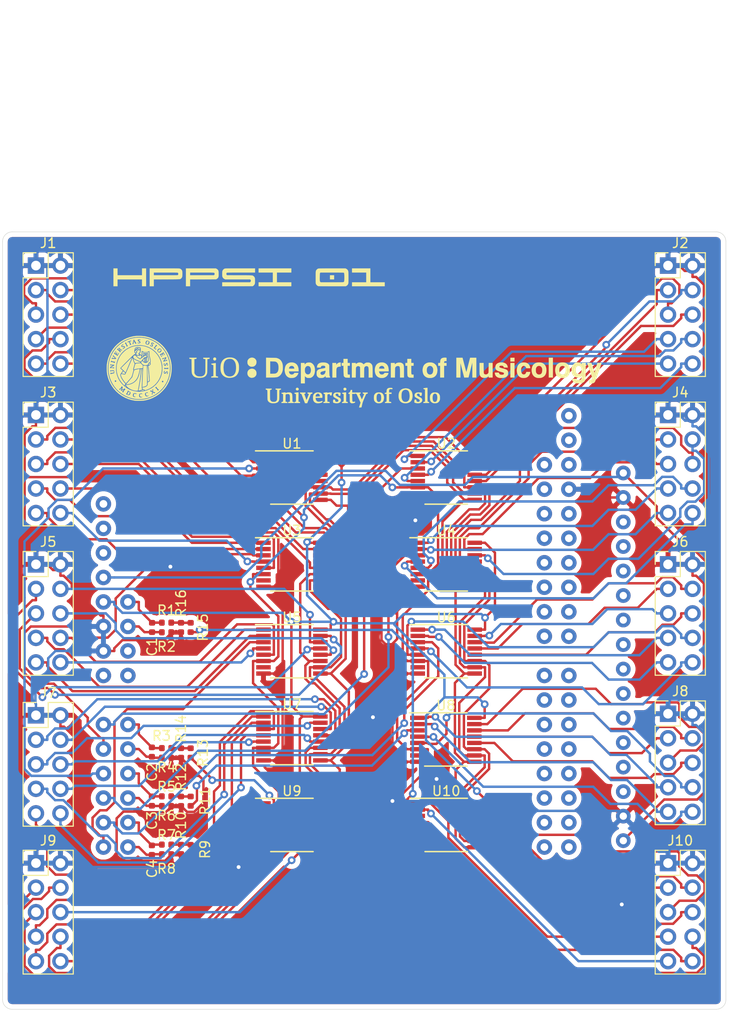
<source format=kicad_pcb>
(kicad_pcb (version 20171130) (host pcbnew 5.1.6-c6e7f7d~86~ubuntu20.04.1)
  (layers (0 F.Cu signal) (31 B.Cu signal) (34 B.Paste user hide) (35 F.Paste user) (36 B.SilkS user) (37 F.SilkS user) (38 B.Mask user) (39 F.Mask user) (44 Edge.Cuts user))
  (net 0 "")
  (net 1 "Net-(U2-Pad7)")
  (net 2 "Net-(U3-Pad7)")
  (net 3 "Net-(U4-Pad7)")
  (net 4 "Net-(U5-Pad7)")
  (net 5 "Net-(U6-Pad7)")
  (net 6 "Net-(U7-Pad7)")
  (net 7 "Net-(U8-Pad7)")
  (net 8 "Net-(U9-Pad7)")
  (net 9 "Net-(U10-Pad7)")
  (net 10 "Net-(U11-Pad16)")
  (net 11 "Net-(U11-Pad14)")
  (net 12 "Net-(U11-Pad13)")
  (net 13 "Net-(U11-Pad12)")
  (net 14 "Net-(U11-Pad11)")
  (net 15 "Net-(U11-Pad10)")
  (net 16 "Net-(U11-Pad9)")
  (net 17 "Net-(U11-Pad8)")
  (net 18 "Net-(U11-Pad7)")
  (net 19 "Net-(U11-Pad6)")
  (net 20 "Net-(U11-Pad5)")
  (net 21 "Net-(U11-Pad4)")
  (net 22 "Net-(U11-Pad3)")
  (net 23 "Net-(U11-Pad2)")
  (net 24 "Net-(U11-Pad1)")
  (net 25 CH7_0)
  (net 26 CH6_0)
  (net 27 CH5_0)
  (net 28 CH4_0)
  (net 29 CH3_0)
  (net 30 CH2_0)
  (net 31 CH1_0)
  (net 32 CH0_0)
  (net 33 GND)
  (net 34 A)
  (net 35 B)
  (net 36 C)
  (net 37 "Net-(U1-Pad7)")
  (net 38 ENABLE)
  (net 39 CH0)
  (net 40 CH7_1)
  (net 41 CH6_1)
  (net 42 CH5_1)
  (net 43 CH4_1)
  (net 44 CH3_1)
  (net 45 CH2_1)
  (net 46 CH1_1)
  (net 47 CH0_1)
  (net 48 CH7_2)
  (net 49 CH6_2)
  (net 50 CH5_2)
  (net 51 CH4_2)
  (net 52 CH3_2)
  (net 53 CH2_2)
  (net 54 CH1_2)
  (net 55 CH0_2)
  (net 56 CH7_3)
  (net 57 CH6_3)
  (net 58 CH5_3)
  (net 59 CH4_3)
  (net 60 CH3_3)
  (net 61 CH2_3)
  (net 62 CH1_3)
  (net 63 CH0_3)
  (net 64 CH7_4)
  (net 65 CH6_4)
  (net 66 CH5_4)
  (net 67 CH4_4)
  (net 68 CH3_4)
  (net 69 CH2_4)
  (net 70 CH1_4)
  (net 71 CH0_4)
  (net 72 CH7_5)
  (net 73 CH6_5)
  (net 74 CH5_5)
  (net 75 CH4_5)
  (net 76 CH3_5)
  (net 77 CH2_5)
  (net 78 CH1_5)
  (net 79 CH0_5)
  (net 80 CH7_6)
  (net 81 CH6_6)
  (net 82 CH5_6)
  (net 83 CH4_6)
  (net 84 CH3_6)
  (net 85 CH2_6)
  (net 86 CH1_6)
  (net 87 CH0_6)
  (net 88 CH7_7)
  (net 89 CH6_7)
  (net 90 CH5_7)
  (net 91 CH4_7)
  (net 92 CH3_7)
  (net 93 CH2_7)
  (net 94 CH1_7)
  (net 95 CH0_7)
  (net 96 CH7_8)
  (net 97 CH6_8)
  (net 98 CH5_8)
  (net 99 CH4_8)
  (net 100 CH3_8)
  (net 101 CH2_8)
  (net 102 CH1_8)
  (net 103 CH0_8)
  (net 104 CH7_9)
  (net 105 CH6_9)
  (net 106 CH5_9)
  (net 107 CH4_9)
  (net 108 CH3_9)
  (net 109 CH2_9)
  (net 110 CH1_9)
  (net 111 CH0_9)
  (net 112 CH1)
  (net 113 CH2)
  (net 114 CH3)
  (net 115 CH4)
  (net 116 CH5)
  (net 117 CH6)
  (net 118 CH7)
  (net 119 CH8)
  (net 120 CH9)
  (net 121 "Net-(U11-Pad72)")
  (net 122 "Net-(U11-Pad71)")
  (net 123 "Net-(U11-Pad70)")
  (net 124 "Net-(U11-Pad69)")
  (net 125 "Net-(U11-Pad68)")
  (net 126 "Net-(U11-Pad67)")
  (net 127 "Net-(U11-Pad66)")
  (net 128 "Net-(U11-Pad65)")
  (net 129 "Net-(U11-Pad64)")
  (net 130 "Net-(U11-Pad63)")
  (net 131 "Net-(U11-Pad62)")
  (net 132 "Net-(U11-Pad61)")
  (net 133 "Net-(U11-Pad19)")
  (net 134 "Net-(U11-Pad20)")
  (net 135 "Net-(U11-Pad21)")
  (net 136 "Net-(U11-Pad22)")
  (net 137 "Net-(U11-Pad23)")
  (net 138 "Net-(U11-Pad24)")
  (net 139 "Net-(U11-Pad25)")
  (net 140 "Net-(U11-Pad26)")
  (net 141 "Net-(U11-Pad27)")
  (net 142 "Net-(U11-Pad28)")
  (net 143 "Net-(U11-Pad29)")
  (net 144 "Net-(U11-Pad30)")
  (net 145 "Net-(U11-Pad31)")
  (net 146 "Net-(U11-Pad32)")
  (net 147 "Net-(U11-Pad33)")
  (net 148 "Net-(U11-Pad34)")
  (net 149 "Net-(U11-Pad41)")
  (net 150 "Net-(U11-Pad42)")
  (net 151 "Net-(U11-Pad51)")
  (net 152 "Net-(R1-Pad2)")
  (net 153 "Net-(R13-Pad2)")
  (net 154 "Net-(R11-Pad2)")
  (net 155 "Net-(R10-Pad1)")
  (net 156 "Net-(C1-Pad2)")
  (net 157 "Net-(C1-Pad1)")
  (net 158 "Net-(C2-Pad2)")
  (net 159 "Net-(C2-Pad1)")
  (net 160 "Net-(C3-Pad2)")
  (net 161 "Net-(C3-Pad1)")
  (net 162 "Net-(C4-Pad2)")
  (net 163 "Net-(C4-Pad1)")
  (net 164 5V_CoraZ7)
  (net 165 3V3_CoraZ7)
  (module footprint:HPPSI_02_logo (layer F.Cu) (at 167.55 56.26)
    (fp_text reference G*** hide)
    (fp_text value LOGO hide)
  )
  (module footprint:UiO_DoM (layer F.Cu) (at 178.45 65.99)
    (fp_text reference G*** hide)
    (fp_text value LOGO hide)
  )
  (module Capacitor_SMD:C_0402_1005Metric (layer F.Cu) (at 157.48 115.57 270)
    (fp_text reference C4 (at 1.93 -0.02 270) (layer F.SilkS))
    (fp_text value 1nF)
    (pad 2 smd roundrect (at 0.485 0 270) (size 0.59 0.64) (layers F.Cu F.Paste F.Mask) (net 162 "Net-(C4-Pad2)"))
    (pad 1 smd roundrect (at -0.485 0 270) (size 0.59 0.64) (layers F.Cu F.Paste F.Mask) (net 163 "Net-(C4-Pad1)"))
  )
  (module Capacitor_SMD:C_0402_1005Metric (layer F.Cu) (at 157.48 110.49 270)
    (fp_text reference C3 (at 2.01 -0.02 90) (layer F.SilkS))
    (fp_text value 1nF)
    (pad 2 smd roundrect (at 0.485 0 270) (size 0.59 0.64) (layers F.Cu F.Paste F.Mask) (net 160 "Net-(C3-Pad2)"))
    (pad 1 smd roundrect (at -0.485 0 270) (size 0.59 0.64) (layers F.Cu F.Paste F.Mask) (net 161 "Net-(C3-Pad1)"))
  )
  (module Capacitor_SMD:C_0402_1005Metric (layer F.Cu) (at 157.48 105.41 270)
    (fp_text reference C2 (at 2.09 -0.02 90) (layer F.SilkS))
    (fp_text value 1nF)
    (pad 2 smd roundrect (at 0.485 0 270) (size 0.59 0.64) (layers F.Cu F.Paste F.Mask) (net 158 "Net-(C2-Pad2)"))
    (pad 1 smd roundrect (at -0.485 0 270) (size 0.59 0.64) (layers F.Cu F.Paste F.Mask) (net 159 "Net-(C2-Pad1)"))
  )
  (module Capacitor_SMD:C_0402_1005Metric (layer F.Cu) (at 157.5 92.5 270)
    (fp_text reference C1 (at 2 0 90) (layer F.SilkS))
    (fp_text value 1nF)
    (pad 2 smd roundrect (at 0.485 0 270) (size 0.59 0.64) (layers F.Cu F.Paste F.Mask) (net 156 "Net-(C1-Pad2)"))
    (pad 1 smd roundrect (at -0.485 0 270) (size 0.59 0.64) (layers F.Cu F.Paste F.Mask) (net 157 "Net-(C1-Pad1)"))
  )
  (module footprint:CoraZ7_stack (layer F.Cu) (at 149.86 129.54)
    (fp_text reference U11 hide)
    (fp_text value Digilent-CoraZ7_units)
    (pad 74 thru_hole circle (at 56.5 -53.05) (size 1.524 1.524) (drill 0.762) (layers *.Cu *.Mask) (net 165 3V3_CoraZ7))
    (pad 73 thru_hole circle (at 56.5 -50.51) (size 1.524 1.524) (drill 0.762) (layers *.Cu *.Mask) (net 33 GND))
    (pad 72 thru_hole circle (at 56.5 -47.97) (size 1.524 1.524) (drill 0.762) (layers *.Cu *.Mask) (net 121 "Net-(U11-Pad72)"))
    (pad 71 thru_hole circle (at 56.5 -45.43) (size 1.524 1.524) (drill 0.762) (layers *.Cu *.Mask) (net 122 "Net-(U11-Pad71)"))
    (pad 70 thru_hole circle (at 56.5 -42.89) (size 1.524 1.524) (drill 0.762) (layers *.Cu *.Mask) (net 123 "Net-(U11-Pad70)"))
    (pad 69 thru_hole circle (at 56.5 -40.35) (size 1.524 1.524) (drill 0.762) (layers *.Cu *.Mask) (net 124 "Net-(U11-Pad69)"))
    (pad 68 thru_hole circle (at 56.5 -37.81) (size 1.524 1.524) (drill 0.762) (layers *.Cu *.Mask) (net 125 "Net-(U11-Pad68)"))
    (pad 67 thru_hole circle (at 56.5 -35.27) (size 1.524 1.524) (drill 0.762) (layers *.Cu *.Mask) (net 126 "Net-(U11-Pad67)"))
    (pad 66 thru_hole circle (at 56.5 -32.73) (size 1.524 1.524) (drill 0.762) (layers *.Cu *.Mask) (net 127 "Net-(U11-Pad66)"))
    (pad 65 thru_hole circle (at 56.5 -30.19) (size 1.524 1.524) (drill 0.762) (layers *.Cu *.Mask) (net 128 "Net-(U11-Pad65)"))
    (pad 64 thru_hole circle (at 56.5 -27.65) (size 1.524 1.524) (drill 0.762) (layers *.Cu *.Mask) (net 129 "Net-(U11-Pad64)"))
    (pad 63 thru_hole circle (at 56.5 -25.11) (size 1.524 1.524) (drill 0.762) (layers *.Cu *.Mask) (net 130 "Net-(U11-Pad63)"))
    (pad 62 thru_hole circle (at 56.5 -22.57) (size 1.524 1.524) (drill 0.762) (layers *.Cu *.Mask) (net 131 "Net-(U11-Pad62)"))
    (pad 61 thru_hole circle (at 56.5 -20.03) (size 1.524 1.524) (drill 0.762) (layers *.Cu *.Mask) (net 132 "Net-(U11-Pad61)"))
    (pad 60 thru_hole circle (at 56.5 -17.49) (size 1.524 1.524) (drill 0.762) (layers *.Cu *.Mask) (net 33 GND))
    (pad 59 thru_hole circle (at 56.5 -14.95) (size 1.524 1.524) (drill 0.762) (layers *.Cu *.Mask) (net 165 3V3_CoraZ7))
    (pad 2 thru_hole oval (at 50.856 -16.824) (size 1.6 1.6) (drill 0.8) (layers *.Cu *.Mask) (net 23 "Net-(U11-Pad2)"))
    (pad 1 thru_hole oval (at 50.856 -14.284) (size 1.6 1.6) (drill 0.8) (layers *.Cu *.Mask) (net 24 "Net-(U11-Pad1)"))
    (pad 17 thru_hole oval (at 50.856 -56.444) (size 1.6 1.6) (drill 0.8) (layers *.Cu *.Mask))
    (pad 16 thru_hole oval (at 50.856 -53.904) (size 1.6 1.6) (drill 0.8) (layers *.Cu *.Mask) (net 10 "Net-(U11-Pad16)"))
    (pad 15 thru_hole oval (at 50.856 -51.364) (size 1.6 1.6) (drill 0.8) (layers *.Cu *.Mask) (net 33 GND))
    (pad 14 thru_hole oval (at 50.856 -48.824) (size 1.6 1.6) (drill 0.8) (layers *.Cu *.Mask) (net 11 "Net-(U11-Pad14)"))
    (pad 13 thru_hole oval (at 50.856 -46.284) (size 1.6 1.6) (drill 0.8) (layers *.Cu *.Mask) (net 12 "Net-(U11-Pad13)"))
    (pad 12 thru_hole oval (at 50.856 -43.744) (size 1.6 1.6) (drill 0.8) (layers *.Cu *.Mask) (net 13 "Net-(U11-Pad12)"))
    (pad 11 thru_hole oval (at 50.856 -41.204) (size 1.6 1.6) (drill 0.8) (layers *.Cu *.Mask) (net 14 "Net-(U11-Pad11)"))
    (pad 10 thru_hole oval (at 50.856 -38.664) (size 1.6 1.6) (drill 0.8) (layers *.Cu *.Mask) (net 15 "Net-(U11-Pad10)"))
    (pad 8 thru_hole oval (at 50.856 -32.064) (size 1.6 1.6) (drill 0.8) (layers *.Cu *.Mask) (net 17 "Net-(U11-Pad8)"))
    (pad 7 thru_hole oval (at 50.856 -29.524) (size 1.6 1.6) (drill 0.8) (layers *.Cu *.Mask) (net 18 "Net-(U11-Pad7)"))
    (pad 6 thru_hole oval (at 50.856 -26.984) (size 1.6 1.6) (drill 0.8) (layers *.Cu *.Mask) (net 19 "Net-(U11-Pad6)"))
    (pad 5 thru_hole oval (at 50.856 -24.444) (size 1.6 1.6) (drill 0.8) (layers *.Cu *.Mask) (net 20 "Net-(U11-Pad5)"))
    (pad 4 thru_hole oval (at 50.856 -21.904) (size 1.6 1.6) (drill 0.8) (layers *.Cu *.Mask) (net 21 "Net-(U11-Pad4)"))
    (pad 3 thru_hole oval (at 50.856 -19.364) (size 1.6 1.6) (drill 0.8) (layers *.Cu *.Mask) (net 22 "Net-(U11-Pad3)"))
    (pad 9 thru_hole oval (at 50.856 -36.128) (size 1.6 1.6) (drill 0.8) (layers *.Cu *.Mask) (net 16 "Net-(U11-Pad9)"))
    (pad 18 thru_hole oval (at 50.856 -58.988) (size 1.6 1.6) (drill 0.8) (layers *.Cu *.Mask))
    (pad 19 thru_hole oval (at 48.316 -14.284) (size 1.6 1.6) (drill 0.8) (layers *.Cu *.Mask) (net 133 "Net-(U11-Pad19)"))
    (pad 20 thru_hole oval (at 48.316 -16.824) (size 1.6 1.6) (drill 0.8) (layers *.Cu *.Mask) (net 134 "Net-(U11-Pad20)"))
    (pad 21 thru_hole oval (at 48.316 -19.364) (size 1.6 1.6) (drill 0.8) (layers *.Cu *.Mask) (net 135 "Net-(U11-Pad21)"))
    (pad 22 thru_hole oval (at 48.316 -21.904) (size 1.6 1.6) (drill 0.8) (layers *.Cu *.Mask) (net 136 "Net-(U11-Pad22)"))
    (pad 23 thru_hole oval (at 48.316 -24.444) (size 1.6 1.6) (drill 0.8) (layers *.Cu *.Mask) (net 137 "Net-(U11-Pad23)"))
    (pad 24 thru_hole oval (at 48.316 -26.984) (size 1.6 1.6) (drill 0.8) (layers *.Cu *.Mask) (net 138 "Net-(U11-Pad24)"))
    (pad 25 thru_hole oval (at 48.316 -29.524) (size 1.6 1.6) (drill 0.8) (layers *.Cu *.Mask) (net 139 "Net-(U11-Pad25)"))
    (pad 26 thru_hole oval (at 48.316 -32.064) (size 1.6 1.6) (drill 0.8) (layers *.Cu *.Mask) (net 140 "Net-(U11-Pad26)"))
    (pad 27 thru_hole oval (at 48.316 -36.128) (size 1.6 1.6) (drill 0.8) (layers *.Cu *.Mask) (net 141 "Net-(U11-Pad27)"))
    (pad 28 thru_hole oval (at 48.316 -38.668) (size 1.6 1.6) (drill 0.8) (layers *.Cu *.Mask) (net 142 "Net-(U11-Pad28)"))
    (pad 29 thru_hole oval (at 48.316 -41.208) (size 1.6 1.6) (drill 0.8) (layers *.Cu *.Mask) (net 143 "Net-(U11-Pad29)"))
    (pad 30 thru_hole oval (at 48.316 -43.748) (size 1.6 1.6) (drill 0.8) (layers *.Cu *.Mask) (net 144 "Net-(U11-Pad30)"))
    (pad 31 thru_hole oval (at 48.316 -46.288) (size 1.6 1.6) (drill 0.8) (layers *.Cu *.Mask) (net 145 "Net-(U11-Pad31)"))
    (pad 32 thru_hole oval (at 48.316 -48.828) (size 1.6 1.6) (drill 0.8) (layers *.Cu *.Mask) (net 146 "Net-(U11-Pad32)"))
    (pad 33 thru_hole oval (at 48.316 -51.368) (size 1.6 1.6) (drill 0.8) (layers *.Cu *.Mask) (net 147 "Net-(U11-Pad33)"))
    (pad 34 thru_hole oval (at 48.316 -53.908) (size 1.6 1.6) (drill 0.8) (layers *.Cu *.Mask) (net 148 "Net-(U11-Pad34)"))
    (pad 35 thru_hole oval (at 5.136 -14.284) (size 1.6 1.6) (drill 0.8) (layers *.Cu *.Mask) (net 162 "Net-(C4-Pad2)"))
    (pad 36 thru_hole oval (at 5.136 -16.824) (size 1.6 1.6) (drill 0.8) (layers *.Cu *.Mask) (net 163 "Net-(C4-Pad1)"))
    (pad 37 thru_hole oval (at 5.136 -19.364) (size 1.6 1.6) (drill 0.8) (layers *.Cu *.Mask) (net 160 "Net-(C3-Pad2)"))
    (pad 38 thru_hole oval (at 5.136 -21.904) (size 1.6 1.6) (drill 0.8) (layers *.Cu *.Mask) (net 161 "Net-(C3-Pad1)"))
    (pad 39 thru_hole oval (at 5.136 -24.444) (size 1.6 1.6) (drill 0.8) (layers *.Cu *.Mask) (net 158 "Net-(C2-Pad2)"))
    (pad 40 thru_hole oval (at 5.136 -26.984) (size 1.6 1.6) (drill 0.8) (layers *.Cu *.Mask) (net 159 "Net-(C2-Pad1)"))
    (pad 41 thru_hole oval (at 5.136 -32.064) (size 1.6 1.6) (drill 0.8) (layers *.Cu *.Mask) (net 149 "Net-(U11-Pad41)"))
    (pad 42 thru_hole oval (at 5.136 -34.604) (size 1.6 1.6) (drill 0.8) (layers *.Cu *.Mask) (net 150 "Net-(U11-Pad42)"))
    (pad 43 thru_hole oval (at 5.136 -37.144) (size 1.6 1.6) (drill 0.8) (layers *.Cu *.Mask) (net 156 "Net-(C1-Pad2)"))
    (pad 44 thru_hole oval (at 5.136 -39.684) (size 1.6 1.6) (drill 0.8) (layers *.Cu *.Mask) (net 157 "Net-(C1-Pad1)"))
    (pad 45 thru_hole oval (at 2.596 -14.284) (size 1.6 1.6) (drill 0.8) (layers *.Cu *.Mask) (net 116 CH5))
    (pad 46 thru_hole oval (at 2.596 -16.824) (size 1.6 1.6) (drill 0.8) (layers *.Cu *.Mask) (net 115 CH4))
    (pad 47 thru_hole oval (at 2.596 -19.364) (size 1.6 1.6) (drill 0.8) (layers *.Cu *.Mask) (net 114 CH3))
    (pad 48 thru_hole oval (at 2.596 -21.904) (size 1.6 1.6) (drill 0.8) (layers *.Cu *.Mask) (net 113 CH2))
    (pad 49 thru_hole oval (at 2.596 -24.444) (size 1.6 1.6) (drill 0.8) (layers *.Cu *.Mask) (net 112 CH1))
    (pad 50 thru_hole oval (at 2.596 -26.984) (size 1.6 1.6) (drill 0.8) (layers *.Cu *.Mask) (net 39 CH0))
    (pad 51 thru_hole oval (at 2.596 -32.064) (size 1.6 1.6) (drill 0.8) (layers *.Cu *.Mask) (net 151 "Net-(U11-Pad51)"))
    (pad 52 thru_hole oval (at 2.596 -34.604) (size 1.6 1.6) (drill 0.8) (layers *.Cu *.Mask) (net 33 GND))
    (pad 53 thru_hole oval (at 2.596 -37.144) (size 1.6 1.6) (drill 0.8) (layers *.Cu *.Mask) (net 33 GND))
    (pad 54 thru_hole oval (at 2.596 -39.684) (size 1.6 1.6) (drill 0.8) (layers *.Cu *.Mask) (net 164 5V_CoraZ7))
    (pad 55 thru_hole oval (at 2.596 -42.224) (size 1.6 1.6) (drill 0.8) (layers *.Cu *.Mask) (net 165 3V3_CoraZ7))
    (pad 56 thru_hole oval (at 2.596 -44.764) (size 1.6 1.6) (drill 0.8) (layers *.Cu *.Mask))
    (pad 57 thru_hole oval (at 2.596 -47.304) (size 1.6 1.6) (drill 0.8) (layers *.Cu *.Mask))
    (pad 58 thru_hole oval (at 2.596 -49.844) (size 1.6 1.6) (drill 0.8) (layers *.Cu *.Mask))
  )
  (module Resistor_SMD:R_0402_1005Metric (layer F.Cu) (at 160.5 92.5 270)
    (fp_text reference R16 (at -2.5 0 270) (layer F.SilkS))
    (fp_text value 1K)
    (pad 2 smd roundrect (at 0.485 0 270) (size 0.59 0.64) (layers F.Cu F.Paste F.Mask) (net 33 GND))
    (pad 1 smd roundrect (at -0.485 0 270) (size 0.59 0.64) (layers F.Cu F.Paste F.Mask) (net 152 "Net-(R1-Pad2)"))
  )
  (module Resistor_SMD:R_0402_1005Metric (layer F.Cu) (at 161.5 92.5 90)
    (fp_text reference R15 (at 0 1.27 90) (layer F.SilkS))
    (fp_text value 2.32K)
    (pad 2 smd roundrect (at 0.485 0 90) (size 0.59 0.64) (layers F.Cu F.Paste F.Mask) (net 152 "Net-(R1-Pad2)"))
    (pad 1 smd roundrect (at -0.485 0 90) (size 0.59 0.64) (layers F.Cu F.Paste F.Mask) (net 120 CH9))
  )
  (module Resistor_SMD:R_0402_1005Metric (layer F.Cu) (at 160.5 105.5 270)
    (fp_text reference R14 (at -2.5 0 270) (layer F.SilkS))
    (fp_text value 1K)
    (pad 2 smd roundrect (at 0.485 0 270) (size 0.59 0.64) (layers F.Cu F.Paste F.Mask) (net 33 GND))
    (pad 1 smd roundrect (at -0.485 0 270) (size 0.59 0.64) (layers F.Cu F.Paste F.Mask) (net 153 "Net-(R13-Pad2)"))
  )
  (module Resistor_SMD:R_0402_1005Metric (layer F.Cu) (at 161.5 105.5 90)
    (fp_text reference R13 (at 0 1.27 90) (layer F.SilkS))
    (fp_text value 2.32K)
    (pad 2 smd roundrect (at 0.485 0 90) (size 0.59 0.64) (layers F.Cu F.Paste F.Mask) (net 153 "Net-(R13-Pad2)"))
    (pad 1 smd roundrect (at -0.485 0 90) (size 0.59 0.64) (layers F.Cu F.Paste F.Mask) (net 119 CH8))
  )
  (module Resistor_SMD:R_0402_1005Metric (layer F.Cu) (at 160.5 110.5 270)
    (fp_text reference R12 (at -2.5 0 270) (layer F.SilkS))
    (fp_text value 1K)
    (pad 2 smd roundrect (at 0.485 0 270) (size 0.59 0.64) (layers F.Cu F.Paste F.Mask) (net 33 GND))
    (pad 1 smd roundrect (at -0.485 0 270) (size 0.59 0.64) (layers F.Cu F.Paste F.Mask) (net 154 "Net-(R11-Pad2)"))
  )
  (module Resistor_SMD:R_0402_1005Metric (layer F.Cu) (at 161.5 110.5 90)
    (fp_text reference R11 (at 0 1.5 270) (layer F.SilkS))
    (fp_text value 2.32K)
    (pad 2 smd roundrect (at 0.485 0 90) (size 0.59 0.64) (layers F.Cu F.Paste F.Mask) (net 154 "Net-(R11-Pad2)"))
    (pad 1 smd roundrect (at -0.485 0 90) (size 0.59 0.64) (layers F.Cu F.Paste F.Mask) (net 118 CH7))
  )
  (module Resistor_SMD:R_0402_1005Metric (layer F.Cu) (at 160.5 115.485 270)
    (fp_text reference R10 (at -2.485 0 270) (layer F.SilkS))
    (fp_text value 1K)
    (pad 2 smd roundrect (at 0.485 0 270) (size 0.59 0.64) (layers F.Cu F.Paste F.Mask) (net 33 GND))
    (pad 1 smd roundrect (at -0.485 0 270) (size 0.59 0.64) (layers F.Cu F.Paste F.Mask) (net 155 "Net-(R10-Pad1)"))
  )
  (module Resistor_SMD:R_0402_1005Metric (layer F.Cu) (at 161.5 115.5 90)
    (fp_text reference R9 (at 0 1.5 90) (layer F.SilkS))
    (fp_text value 2.32K)
    (pad 2 smd roundrect (at 0.485 0 90) (size 0.59 0.64) (layers F.Cu F.Paste F.Mask) (net 155 "Net-(R10-Pad1)"))
    (pad 1 smd roundrect (at -0.485 0 90) (size 0.59 0.64) (layers F.Cu F.Paste F.Mask) (net 117 CH6))
  )
  (module Resistor_SMD:R_0402_1005Metric (layer F.Cu) (at 159 116)
    (fp_text reference R8 (at 0 1.5) (layer F.SilkS))
    (fp_text value 845)
    (pad 2 smd roundrect (at 0.485 0) (size 0.59 0.64) (layers F.Cu F.Paste F.Mask) (net 33 GND))
    (pad 1 smd roundrect (at -0.485 0) (size 0.59 0.64) (layers F.Cu F.Paste F.Mask) (net 162 "Net-(C4-Pad2)"))
  )
  (module Resistor_SMD:R_0402_1005Metric (layer F.Cu) (at 159 115)
    (fp_text reference R7 (at 0 -1) (layer F.SilkS))
    (fp_text value 140)
    (pad 2 smd roundrect (at 0.485 0) (size 0.59 0.64) (layers F.Cu F.Paste F.Mask) (net 155 "Net-(R10-Pad1)"))
    (pad 1 smd roundrect (at -0.485 0) (size 0.59 0.64) (layers F.Cu F.Paste F.Mask) (net 163 "Net-(C4-Pad1)"))
  )
  (module Resistor_SMD:R_0402_1005Metric (layer F.Cu) (at 159 111)
    (fp_text reference R6 (at 0 1) (layer F.SilkS))
    (fp_text value 845)
    (pad 2 smd roundrect (at 0.485 0) (size 0.59 0.64) (layers F.Cu F.Paste F.Mask) (net 33 GND))
    (pad 1 smd roundrect (at -0.485 0) (size 0.59 0.64) (layers F.Cu F.Paste F.Mask) (net 160 "Net-(C3-Pad2)"))
  )
  (module Resistor_SMD:R_0402_1005Metric (layer F.Cu) (at 159 110)
    (fp_text reference R5 (at 0 -1) (layer F.SilkS))
    (fp_text value 140)
    (pad 2 smd roundrect (at 0.485 0) (size 0.59 0.64) (layers F.Cu F.Paste F.Mask) (net 154 "Net-(R11-Pad2)"))
    (pad 1 smd roundrect (at -0.485 0) (size 0.59 0.64) (layers F.Cu F.Paste F.Mask) (net 161 "Net-(C3-Pad1)"))
  )
  (module Resistor_SMD:R_0402_1005Metric (layer F.Cu) (at 159 106)
    (fp_text reference R4 (at 0 1) (layer F.SilkS))
    (fp_text value 845)
    (pad 2 smd roundrect (at 0.485 0) (size 0.59 0.64) (layers F.Cu F.Paste F.Mask) (net 33 GND))
    (pad 1 smd roundrect (at -0.485 0) (size 0.59 0.64) (layers F.Cu F.Paste F.Mask) (net 158 "Net-(C2-Pad2)"))
  )
  (module Resistor_SMD:R_0402_1005Metric (layer F.Cu) (at 159 105)
    (fp_text reference R3 (at -0.52 -1.27) (layer F.SilkS))
    (fp_text value 140)
    (pad 2 smd roundrect (at 0.485 0) (size 0.59 0.64) (layers F.Cu F.Paste F.Mask) (net 153 "Net-(R13-Pad2)"))
    (pad 1 smd roundrect (at -0.485 0) (size 0.59 0.64) (layers F.Cu F.Paste F.Mask) (net 159 "Net-(C2-Pad1)"))
  )
  (module Resistor_SMD:R_0402_1005Metric (layer F.Cu) (at 159 93)
    (fp_text reference R2 (at 0 1.5) (layer F.SilkS))
    (fp_text value 845)
    (pad 2 smd roundrect (at 0.485 0) (size 0.59 0.64) (layers F.Cu F.Paste F.Mask) (net 33 GND))
    (pad 1 smd roundrect (at -0.485 0) (size 0.59 0.64) (layers F.Cu F.Paste F.Mask) (net 156 "Net-(C1-Pad2)"))
  )
  (module Resistor_SMD:R_0402_1005Metric (layer F.Cu) (at 159 92)
    (fp_text reference R1 (at 0 -1.27) (layer F.SilkS))
    (fp_text value 140)
    (pad 2 smd roundrect (at 0.485 0) (size 0.59 0.64) (layers F.Cu F.Paste F.Mask) (net 152 "Net-(R1-Pad2)"))
    (pad 1 smd roundrect (at -0.485 0) (size 0.59 0.64) (layers F.Cu F.Paste F.Mask) (net 157 "Net-(C1-Pad1)"))
  )
  (module Package_SO:TSSOP-16_4.4x5mm_P0.65mm (layer F.Cu) (at 188 113)
    (fp_text reference U10 (at 0 -3.55) (layer F.SilkS))
    (fp_text value MAX4617EUE+)
    (pad 16 smd rect (at 2.95 -2.275) (size 1.5 0.45) (layers F.Cu F.Paste F.Mask) (net 164 5V_CoraZ7))
    (pad 15 smd rect (at 2.95 -1.625) (size 1.5 0.45) (layers F.Cu F.Paste F.Mask) (net 109 CH2_9))
    (pad 14 smd rect (at 2.95 -0.975) (size 1.5 0.45) (layers F.Cu F.Paste F.Mask) (net 110 CH1_9))
    (pad 13 smd rect (at 2.95 -0.325) (size 1.5 0.45) (layers F.Cu F.Paste F.Mask) (net 111 CH0_9))
    (pad 12 smd rect (at 2.95 0.325) (size 1.5 0.45) (layers F.Cu F.Paste F.Mask) (net 108 CH3_9))
    (pad 11 smd rect (at 2.95 0.975) (size 1.5 0.45) (layers F.Cu F.Paste F.Mask) (net 34 A))
    (pad 10 smd rect (at 2.95 1.625) (size 1.5 0.45) (layers F.Cu F.Paste F.Mask) (net 35 B))
    (pad 9 smd rect (at 2.95 2.275) (size 1.5 0.45) (layers F.Cu F.Paste F.Mask) (net 36 C))
    (pad 8 smd rect (at -2.95 2.275) (size 1.5 0.45) (layers F.Cu F.Paste F.Mask) (net 33 GND))
    (pad 7 smd rect (at -2.95 1.625) (size 1.5 0.45) (layers F.Cu F.Paste F.Mask) (net 9 "Net-(U10-Pad7)"))
    (pad 6 smd rect (at -2.95 0.975) (size 1.5 0.45) (layers F.Cu F.Paste F.Mask) (net 38 ENABLE))
    (pad 5 smd rect (at -2.95 0.325) (size 1.5 0.45) (layers F.Cu F.Paste F.Mask) (net 106 CH5_9))
    (pad 4 smd rect (at -2.95 -0.325) (size 1.5 0.45) (layers F.Cu F.Paste F.Mask) (net 104 CH7_9))
    (pad 3 smd rect (at -2.95 -0.975) (size 1.5 0.45) (layers F.Cu F.Paste F.Mask) (net 120 CH9))
    (pad 2 smd rect (at -2.95 -1.625) (size 1.5 0.45) (layers F.Cu F.Paste F.Mask) (net 105 CH6_9))
    (pad 1 smd rect (at -2.95 -2.275) (size 1.5 0.45) (layers F.Cu F.Paste F.Mask) (net 107 CH4_9))
  )
  (module Package_SO:TSSOP-16_4.4x5mm_P0.65mm (layer F.Cu) (at 172 113)
    (fp_text reference U9 (at 0 -3.55) (layer F.SilkS))
    (fp_text value MAX4617EUE+)
    (pad 16 smd rect (at 2.95 -2.275) (size 1.5 0.45) (layers F.Cu F.Paste F.Mask) (net 164 5V_CoraZ7))
    (pad 15 smd rect (at 2.95 -1.625) (size 1.5 0.45) (layers F.Cu F.Paste F.Mask) (net 101 CH2_8))
    (pad 14 smd rect (at 2.95 -0.975) (size 1.5 0.45) (layers F.Cu F.Paste F.Mask) (net 102 CH1_8))
    (pad 13 smd rect (at 2.95 -0.325) (size 1.5 0.45) (layers F.Cu F.Paste F.Mask) (net 103 CH0_8))
    (pad 12 smd rect (at 2.95 0.325) (size 1.5 0.45) (layers F.Cu F.Paste F.Mask) (net 100 CH3_8))
    (pad 11 smd rect (at 2.95 0.975) (size 1.5 0.45) (layers F.Cu F.Paste F.Mask) (net 34 A))
    (pad 10 smd rect (at 2.95 1.625) (size 1.5 0.45) (layers F.Cu F.Paste F.Mask) (net 35 B))
    (pad 9 smd rect (at 2.95 2.275) (size 1.5 0.45) (layers F.Cu F.Paste F.Mask) (net 36 C))
    (pad 8 smd rect (at -2.95 2.275) (size 1.5 0.45) (layers F.Cu F.Paste F.Mask) (net 33 GND))
    (pad 7 smd rect (at -2.95 1.625) (size 1.5 0.45) (layers F.Cu F.Paste F.Mask) (net 8 "Net-(U9-Pad7)"))
    (pad 6 smd rect (at -2.95 0.975) (size 1.5 0.45) (layers F.Cu F.Paste F.Mask) (net 38 ENABLE))
    (pad 5 smd rect (at -2.95 0.325) (size 1.5 0.45) (layers F.Cu F.Paste F.Mask) (net 98 CH5_8))
    (pad 4 smd rect (at -2.95 -0.325) (size 1.5 0.45) (layers F.Cu F.Paste F.Mask) (net 96 CH7_8))
    (pad 3 smd rect (at -2.95 -0.975) (size 1.5 0.45) (layers F.Cu F.Paste F.Mask) (net 119 CH8))
    (pad 2 smd rect (at -2.95 -1.625) (size 1.5 0.45) (layers F.Cu F.Paste F.Mask) (net 97 CH6_8))
    (pad 1 smd rect (at -2.95 -2.275) (size 1.5 0.45) (layers F.Cu F.Paste F.Mask) (net 99 CH4_8))
  )
  (module Package_SO:TSSOP-16_4.4x5mm_P0.65mm (layer F.Cu) (at 187.96 104.14)
    (fp_text reference U8 (at 0 -3.55) (layer F.SilkS))
    (fp_text value MAX4617EUE+)
    (pad 16 smd rect (at 2.95 -2.275) (size 1.5 0.45) (layers F.Cu F.Paste F.Mask) (net 164 5V_CoraZ7))
    (pad 15 smd rect (at 2.95 -1.625) (size 1.5 0.45) (layers F.Cu F.Paste F.Mask) (net 93 CH2_7))
    (pad 14 smd rect (at 2.95 -0.975) (size 1.5 0.45) (layers F.Cu F.Paste F.Mask) (net 94 CH1_7))
    (pad 13 smd rect (at 2.95 -0.325) (size 1.5 0.45) (layers F.Cu F.Paste F.Mask) (net 95 CH0_7))
    (pad 12 smd rect (at 2.95 0.325) (size 1.5 0.45) (layers F.Cu F.Paste F.Mask) (net 92 CH3_7))
    (pad 11 smd rect (at 2.95 0.975) (size 1.5 0.45) (layers F.Cu F.Paste F.Mask) (net 34 A))
    (pad 10 smd rect (at 2.95 1.625) (size 1.5 0.45) (layers F.Cu F.Paste F.Mask) (net 35 B))
    (pad 9 smd rect (at 2.95 2.275) (size 1.5 0.45) (layers F.Cu F.Paste F.Mask) (net 36 C))
    (pad 8 smd rect (at -2.95 2.275) (size 1.5 0.45) (layers F.Cu F.Paste F.Mask) (net 33 GND))
    (pad 7 smd rect (at -2.95 1.625) (size 1.5 0.45) (layers F.Cu F.Paste F.Mask) (net 7 "Net-(U8-Pad7)"))
    (pad 6 smd rect (at -2.95 0.975) (size 1.5 0.45) (layers F.Cu F.Paste F.Mask) (net 38 ENABLE))
    (pad 5 smd rect (at -2.95 0.325) (size 1.5 0.45) (layers F.Cu F.Paste F.Mask) (net 90 CH5_7))
    (pad 4 smd rect (at -2.95 -0.325) (size 1.5 0.45) (layers F.Cu F.Paste F.Mask) (net 88 CH7_7))
    (pad 3 smd rect (at -2.95 -0.975) (size 1.5 0.45) (layers F.Cu F.Paste F.Mask) (net 118 CH7))
    (pad 2 smd rect (at -2.95 -1.625) (size 1.5 0.45) (layers F.Cu F.Paste F.Mask) (net 89 CH6_7))
    (pad 1 smd rect (at -2.95 -2.275) (size 1.5 0.45) (layers F.Cu F.Paste F.Mask) (net 91 CH4_7))
  )
  (module Package_SO:TSSOP-16_4.4x5mm_P0.65mm (layer F.Cu) (at 172 104)
    (fp_text reference U7 (at 0 -3.55) (layer F.SilkS))
    (fp_text value MAX4617EUE+)
    (pad 16 smd rect (at 2.95 -2.275) (size 1.5 0.45) (layers F.Cu F.Paste F.Mask) (net 164 5V_CoraZ7))
    (pad 15 smd rect (at 2.95 -1.625) (size 1.5 0.45) (layers F.Cu F.Paste F.Mask) (net 85 CH2_6))
    (pad 14 smd rect (at 2.95 -0.975) (size 1.5 0.45) (layers F.Cu F.Paste F.Mask) (net 86 CH1_6))
    (pad 13 smd rect (at 2.95 -0.325) (size 1.5 0.45) (layers F.Cu F.Paste F.Mask) (net 87 CH0_6))
    (pad 12 smd rect (at 2.95 0.325) (size 1.5 0.45) (layers F.Cu F.Paste F.Mask) (net 84 CH3_6))
    (pad 11 smd rect (at 2.95 0.975) (size 1.5 0.45) (layers F.Cu F.Paste F.Mask) (net 34 A))
    (pad 10 smd rect (at 2.95 1.625) (size 1.5 0.45) (layers F.Cu F.Paste F.Mask) (net 35 B))
    (pad 9 smd rect (at 2.95 2.275) (size 1.5 0.45) (layers F.Cu F.Paste F.Mask) (net 36 C))
    (pad 8 smd rect (at -2.95 2.275) (size 1.5 0.45) (layers F.Cu F.Paste F.Mask) (net 33 GND))
    (pad 7 smd rect (at -2.95 1.625) (size 1.5 0.45) (layers F.Cu F.Paste F.Mask) (net 6 "Net-(U7-Pad7)"))
    (pad 6 smd rect (at -2.95 0.975) (size 1.5 0.45) (layers F.Cu F.Paste F.Mask) (net 38 ENABLE))
    (pad 5 smd rect (at -2.95 0.325) (size 1.5 0.45) (layers F.Cu F.Paste F.Mask) (net 82 CH5_6))
    (pad 4 smd rect (at -2.95 -0.325) (size 1.5 0.45) (layers F.Cu F.Paste F.Mask) (net 80 CH7_6))
    (pad 3 smd rect (at -2.95 -0.975) (size 1.5 0.45) (layers F.Cu F.Paste F.Mask) (net 117 CH6))
    (pad 2 smd rect (at -2.95 -1.625) (size 1.5 0.45) (layers F.Cu F.Paste F.Mask) (net 81 CH6_6))
    (pad 1 smd rect (at -2.95 -2.275) (size 1.5 0.45) (layers F.Cu F.Paste F.Mask) (net 83 CH4_6))
  )
  (module Package_SO:TSSOP-16_4.4x5mm_P0.65mm (layer F.Cu) (at 188 95)
    (fp_text reference U6 (at 0 -3.55) (layer F.SilkS))
    (fp_text value MAX4617EUE+)
    (pad 16 smd rect (at 2.95 -2.275) (size 1.5 0.45) (layers F.Cu F.Paste F.Mask) (net 164 5V_CoraZ7))
    (pad 15 smd rect (at 2.95 -1.625) (size 1.5 0.45) (layers F.Cu F.Paste F.Mask) (net 69 CH2_4))
    (pad 14 smd rect (at 2.95 -0.975) (size 1.5 0.45) (layers F.Cu F.Paste F.Mask) (net 70 CH1_4))
    (pad 13 smd rect (at 2.95 -0.325) (size 1.5 0.45) (layers F.Cu F.Paste F.Mask) (net 71 CH0_4))
    (pad 12 smd rect (at 2.95 0.325) (size 1.5 0.45) (layers F.Cu F.Paste F.Mask) (net 68 CH3_4))
    (pad 11 smd rect (at 2.95 0.975) (size 1.5 0.45) (layers F.Cu F.Paste F.Mask) (net 34 A))
    (pad 10 smd rect (at 2.95 1.625) (size 1.5 0.45) (layers F.Cu F.Paste F.Mask) (net 35 B))
    (pad 9 smd rect (at 2.95 2.275) (size 1.5 0.45) (layers F.Cu F.Paste F.Mask) (net 36 C))
    (pad 8 smd rect (at -2.95 2.275) (size 1.5 0.45) (layers F.Cu F.Paste F.Mask) (net 33 GND))
    (pad 7 smd rect (at -2.95 1.625) (size 1.5 0.45) (layers F.Cu F.Paste F.Mask) (net 5 "Net-(U6-Pad7)"))
    (pad 6 smd rect (at -2.95 0.975) (size 1.5 0.45) (layers F.Cu F.Paste F.Mask) (net 38 ENABLE))
    (pad 5 smd rect (at -2.95 0.325) (size 1.5 0.45) (layers F.Cu F.Paste F.Mask) (net 66 CH5_4))
    (pad 4 smd rect (at -2.95 -0.325) (size 1.5 0.45) (layers F.Cu F.Paste F.Mask) (net 64 CH7_4))
    (pad 3 smd rect (at -2.95 -0.975) (size 1.5 0.45) (layers F.Cu F.Paste F.Mask) (net 115 CH4))
    (pad 2 smd rect (at -2.95 -1.625) (size 1.5 0.45) (layers F.Cu F.Paste F.Mask) (net 65 CH6_4))
    (pad 1 smd rect (at -2.95 -2.275) (size 1.5 0.45) (layers F.Cu F.Paste F.Mask) (net 67 CH4_4))
  )
  (module Package_SO:TSSOP-16_4.4x5mm_P0.65mm (layer F.Cu) (at 172 95)
    (fp_text reference U5 (at 0 -3.55) (layer F.SilkS))
    (fp_text value MAX4617EUE+)
    (pad 16 smd rect (at 2.95 -2.275) (size 1.5 0.45) (layers F.Cu F.Paste F.Mask) (net 164 5V_CoraZ7))
    (pad 15 smd rect (at 2.95 -1.625) (size 1.5 0.45) (layers F.Cu F.Paste F.Mask) (net 77 CH2_5))
    (pad 14 smd rect (at 2.95 -0.975) (size 1.5 0.45) (layers F.Cu F.Paste F.Mask) (net 78 CH1_5))
    (pad 13 smd rect (at 2.95 -0.325) (size 1.5 0.45) (layers F.Cu F.Paste F.Mask) (net 79 CH0_5))
    (pad 12 smd rect (at 2.95 0.325) (size 1.5 0.45) (layers F.Cu F.Paste F.Mask) (net 76 CH3_5))
    (pad 11 smd rect (at 2.95 0.975) (size 1.5 0.45) (layers F.Cu F.Paste F.Mask) (net 34 A))
    (pad 10 smd rect (at 2.95 1.625) (size 1.5 0.45) (layers F.Cu F.Paste F.Mask) (net 35 B))
    (pad 9 smd rect (at 2.95 2.275) (size 1.5 0.45) (layers F.Cu F.Paste F.Mask) (net 36 C))
    (pad 8 smd rect (at -2.95 2.275) (size 1.5 0.45) (layers F.Cu F.Paste F.Mask) (net 33 GND))
    (pad 7 smd rect (at -2.95 1.625) (size 1.5 0.45) (layers F.Cu F.Paste F.Mask) (net 4 "Net-(U5-Pad7)"))
    (pad 6 smd rect (at -2.95 0.975) (size 1.5 0.45) (layers F.Cu F.Paste F.Mask) (net 38 ENABLE))
    (pad 5 smd rect (at -2.95 0.325) (size 1.5 0.45) (layers F.Cu F.Paste F.Mask) (net 74 CH5_5))
    (pad 4 smd rect (at -2.95 -0.325) (size 1.5 0.45) (layers F.Cu F.Paste F.Mask) (net 72 CH7_5))
    (pad 3 smd rect (at -2.95 -0.975) (size 1.5 0.45) (layers F.Cu F.Paste F.Mask) (net 116 CH5))
    (pad 2 smd rect (at -2.95 -1.625) (size 1.5 0.45) (layers F.Cu F.Paste F.Mask) (net 73 CH6_5))
    (pad 1 smd rect (at -2.95 -2.275) (size 1.5 0.45) (layers F.Cu F.Paste F.Mask) (net 75 CH4_5))
  )
  (module Package_SO:TSSOP-16_4.4x5mm_P0.65mm (layer F.Cu) (at 188 86)
    (fp_text reference U4 (at 0 -3.55) (layer F.SilkS))
    (fp_text value MAX4617EUE+)
    (pad 16 smd rect (at 2.95 -2.275) (size 1.5 0.45) (layers F.Cu F.Paste F.Mask) (net 164 5V_CoraZ7))
    (pad 15 smd rect (at 2.95 -1.625) (size 1.5 0.45) (layers F.Cu F.Paste F.Mask) (net 61 CH2_3))
    (pad 14 smd rect (at 2.95 -0.975) (size 1.5 0.45) (layers F.Cu F.Paste F.Mask) (net 62 CH1_3))
    (pad 13 smd rect (at 2.95 -0.325) (size 1.5 0.45) (layers F.Cu F.Paste F.Mask) (net 63 CH0_3))
    (pad 12 smd rect (at 2.95 0.325) (size 1.5 0.45) (layers F.Cu F.Paste F.Mask) (net 60 CH3_3))
    (pad 11 smd rect (at 2.95 0.975) (size 1.5 0.45) (layers F.Cu F.Paste F.Mask) (net 34 A))
    (pad 10 smd rect (at 2.95 1.625) (size 1.5 0.45) (layers F.Cu F.Paste F.Mask) (net 35 B))
    (pad 9 smd rect (at 2.95 2.275) (size 1.5 0.45) (layers F.Cu F.Paste F.Mask) (net 36 C))
    (pad 8 smd rect (at -2.95 2.275) (size 1.5 0.45) (layers F.Cu F.Paste F.Mask) (net 33 GND))
    (pad 7 smd rect (at -2.95 1.625) (size 1.5 0.45) (layers F.Cu F.Paste F.Mask) (net 3 "Net-(U4-Pad7)"))
    (pad 6 smd rect (at -2.95 0.975) (size 1.5 0.45) (layers F.Cu F.Paste F.Mask) (net 38 ENABLE))
    (pad 5 smd rect (at -2.95 0.325) (size 1.5 0.45) (layers F.Cu F.Paste F.Mask) (net 58 CH5_3))
    (pad 4 smd rect (at -2.95 -0.325) (size 1.5 0.45) (layers F.Cu F.Paste F.Mask) (net 56 CH7_3))
    (pad 3 smd rect (at -2.95 -0.975) (size 1.5 0.45) (layers F.Cu F.Paste F.Mask) (net 114 CH3))
    (pad 2 smd rect (at -2.95 -1.625) (size 1.5 0.45) (layers F.Cu F.Paste F.Mask) (net 57 CH6_3))
    (pad 1 smd rect (at -2.95 -2.275) (size 1.5 0.45) (layers F.Cu F.Paste F.Mask) (net 59 CH4_3))
  )
  (module Package_SO:TSSOP-16_4.4x5mm_P0.65mm (layer F.Cu) (at 172 86)
    (fp_text reference U3 (at 0 -3.55) (layer F.SilkS))
    (fp_text value MAX4617EUE+)
    (pad 16 smd rect (at 2.95 -2.275) (size 1.5 0.45) (layers F.Cu F.Paste F.Mask) (net 164 5V_CoraZ7))
    (pad 15 smd rect (at 2.95 -1.625) (size 1.5 0.45) (layers F.Cu F.Paste F.Mask) (net 45 CH2_1))
    (pad 14 smd rect (at 2.95 -0.975) (size 1.5 0.45) (layers F.Cu F.Paste F.Mask) (net 46 CH1_1))
    (pad 13 smd rect (at 2.95 -0.325) (size 1.5 0.45) (layers F.Cu F.Paste F.Mask) (net 47 CH0_1))
    (pad 12 smd rect (at 2.95 0.325) (size 1.5 0.45) (layers F.Cu F.Paste F.Mask) (net 44 CH3_1))
    (pad 11 smd rect (at 2.95 0.975) (size 1.5 0.45) (layers F.Cu F.Paste F.Mask) (net 34 A))
    (pad 10 smd rect (at 2.95 1.625) (size 1.5 0.45) (layers F.Cu F.Paste F.Mask) (net 35 B))
    (pad 9 smd rect (at 2.95 2.275) (size 1.5 0.45) (layers F.Cu F.Paste F.Mask) (net 36 C))
    (pad 8 smd rect (at -2.95 2.275) (size 1.5 0.45) (layers F.Cu F.Paste F.Mask) (net 33 GND))
    (pad 7 smd rect (at -2.95 1.625) (size 1.5 0.45) (layers F.Cu F.Paste F.Mask) (net 2 "Net-(U3-Pad7)"))
    (pad 6 smd rect (at -2.95 0.975) (size 1.5 0.45) (layers F.Cu F.Paste F.Mask) (net 38 ENABLE))
    (pad 5 smd rect (at -2.95 0.325) (size 1.5 0.45) (layers F.Cu F.Paste F.Mask) (net 42 CH5_1))
    (pad 4 smd rect (at -2.95 -0.325) (size 1.5 0.45) (layers F.Cu F.Paste F.Mask) (net 40 CH7_1))
    (pad 3 smd rect (at -2.95 -0.975) (size 1.5 0.45) (layers F.Cu F.Paste F.Mask) (net 112 CH1))
    (pad 2 smd rect (at -2.95 -1.625) (size 1.5 0.45) (layers F.Cu F.Paste F.Mask) (net 41 CH6_1))
    (pad 1 smd rect (at -2.95 -2.275) (size 1.5 0.45) (layers F.Cu F.Paste F.Mask) (net 43 CH4_1))
  )
  (module Package_SO:TSSOP-16_4.4x5mm_P0.65mm (layer F.Cu) (at 188 77)
    (fp_text reference U2 (at 0 -3.55) (layer F.SilkS))
    (fp_text value MAX4617EUE+)
    (pad 16 smd rect (at 2.95 -2.275) (size 1.5 0.45) (layers F.Cu F.Paste F.Mask) (net 164 5V_CoraZ7))
    (pad 15 smd rect (at 2.95 -1.625) (size 1.5 0.45) (layers F.Cu F.Paste F.Mask) (net 30 CH2_0))
    (pad 14 smd rect (at 2.95 -0.975) (size 1.5 0.45) (layers F.Cu F.Paste F.Mask) (net 31 CH1_0))
    (pad 13 smd rect (at 2.95 -0.325) (size 1.5 0.45) (layers F.Cu F.Paste F.Mask) (net 32 CH0_0))
    (pad 12 smd rect (at 2.95 0.325) (size 1.5 0.45) (layers F.Cu F.Paste F.Mask) (net 29 CH3_0))
    (pad 11 smd rect (at 2.95 0.975) (size 1.5 0.45) (layers F.Cu F.Paste F.Mask) (net 34 A))
    (pad 10 smd rect (at 2.95 1.625) (size 1.5 0.45) (layers F.Cu F.Paste F.Mask) (net 35 B))
    (pad 9 smd rect (at 2.95 2.275) (size 1.5 0.45) (layers F.Cu F.Paste F.Mask) (net 36 C))
    (pad 8 smd rect (at -2.95 2.275) (size 1.5 0.45) (layers F.Cu F.Paste F.Mask) (net 33 GND))
    (pad 7 smd rect (at -2.95 1.625) (size 1.5 0.45) (layers F.Cu F.Paste F.Mask) (net 1 "Net-(U2-Pad7)"))
    (pad 6 smd rect (at -2.95 0.975) (size 1.5 0.45) (layers F.Cu F.Paste F.Mask) (net 38 ENABLE))
    (pad 5 smd rect (at -2.95 0.325) (size 1.5 0.45) (layers F.Cu F.Paste F.Mask) (net 27 CH5_0))
    (pad 4 smd rect (at -2.95 -0.325) (size 1.5 0.45) (layers F.Cu F.Paste F.Mask) (net 25 CH7_0))
    (pad 3 smd rect (at -2.95 -0.975) (size 1.5 0.45) (layers F.Cu F.Paste F.Mask) (net 39 CH0))
    (pad 2 smd rect (at -2.95 -1.625) (size 1.5 0.45) (layers F.Cu F.Paste F.Mask) (net 26 CH6_0))
    (pad 1 smd rect (at -2.95 -2.275) (size 1.5 0.45) (layers F.Cu F.Paste F.Mask) (net 28 CH4_0))
  )
  (module Package_SO:TSSOP-16_4.4x5mm_P0.65mm (layer F.Cu) (at 172 77)
    (fp_text reference U1 (at 0 -3.55) (layer F.SilkS))
    (fp_text value MAX4617EUE+)
    (pad 16 smd rect (at 2.95 -2.275) (size 1.5 0.45) (layers F.Cu F.Paste F.Mask) (net 164 5V_CoraZ7))
    (pad 15 smd rect (at 2.95 -1.625) (size 1.5 0.45) (layers F.Cu F.Paste F.Mask) (net 53 CH2_2))
    (pad 14 smd rect (at 2.95 -0.975) (size 1.5 0.45) (layers F.Cu F.Paste F.Mask) (net 54 CH1_2))
    (pad 13 smd rect (at 2.95 -0.325) (size 1.5 0.45) (layers F.Cu F.Paste F.Mask) (net 55 CH0_2))
    (pad 12 smd rect (at 2.95 0.325) (size 1.5 0.45) (layers F.Cu F.Paste F.Mask) (net 52 CH3_2))
    (pad 11 smd rect (at 2.95 0.975) (size 1.5 0.45) (layers F.Cu F.Paste F.Mask) (net 34 A))
    (pad 10 smd rect (at 2.95 1.625) (size 1.5 0.45) (layers F.Cu F.Paste F.Mask) (net 35 B))
    (pad 9 smd rect (at 2.95 2.275) (size 1.5 0.45) (layers F.Cu F.Paste F.Mask) (net 36 C))
    (pad 8 smd rect (at -2.95 2.275) (size 1.5 0.45) (layers F.Cu F.Paste F.Mask) (net 33 GND))
    (pad 7 smd rect (at -2.95 1.625) (size 1.5 0.45) (layers F.Cu F.Paste F.Mask) (net 37 "Net-(U1-Pad7)"))
    (pad 6 smd rect (at -2.95 0.975) (size 1.5 0.45) (layers F.Cu F.Paste F.Mask) (net 38 ENABLE))
    (pad 5 smd rect (at -2.95 0.325) (size 1.5 0.45) (layers F.Cu F.Paste F.Mask) (net 50 CH5_2))
    (pad 4 smd rect (at -2.95 -0.325) (size 1.5 0.45) (layers F.Cu F.Paste F.Mask) (net 48 CH7_2))
    (pad 3 smd rect (at -2.95 -0.975) (size 1.5 0.45) (layers F.Cu F.Paste F.Mask) (net 113 CH2))
    (pad 2 smd rect (at -2.95 -1.625) (size 1.5 0.45) (layers F.Cu F.Paste F.Mask) (net 49 CH6_2))
    (pad 1 smd rect (at -2.95 -2.275) (size 1.5 0.45) (layers F.Cu F.Paste F.Mask) (net 51 CH4_2))
  )
  (module Connector_PinHeader_2.54mm:PinHeader_2x05_P2.54mm_Vertical (layer F.Cu) (at 211 116.92)
    (fp_text reference J10 (at 1.27 -2.33) (layer F.SilkS))
    (fp_text value Conn_02x05_Odd_Even)
    (pad 10 thru_hole oval (at 2.54 10.16) (size 1.7 1.7) (drill 1) (layers *.Cu *.Mask) (net 104 CH7_9))
    (pad 9 thru_hole oval (at 0 10.16) (size 1.7 1.7) (drill 1) (layers *.Cu *.Mask) (net 105 CH6_9))
    (pad 8 thru_hole oval (at 2.54 7.62) (size 1.7 1.7) (drill 1) (layers *.Cu *.Mask) (net 106 CH5_9))
    (pad 7 thru_hole oval (at 0 7.62) (size 1.7 1.7) (drill 1) (layers *.Cu *.Mask) (net 107 CH4_9))
    (pad 6 thru_hole oval (at 2.54 5.08) (size 1.7 1.7) (drill 1) (layers *.Cu *.Mask) (net 108 CH3_9))
    (pad 5 thru_hole oval (at 0 5.08) (size 1.7 1.7) (drill 1) (layers *.Cu *.Mask) (net 109 CH2_9))
    (pad 4 thru_hole oval (at 2.54 2.54) (size 1.7 1.7) (drill 1) (layers *.Cu *.Mask) (net 110 CH1_9))
    (pad 3 thru_hole oval (at 0 2.54) (size 1.7 1.7) (drill 1) (layers *.Cu *.Mask) (net 111 CH0_9))
    (pad 2 thru_hole oval (at 2.54 0) (size 1.7 1.7) (drill 1) (layers *.Cu *.Mask) (net 33 GND))
    (pad 1 thru_hole rect (at 0 0) (size 1.7 1.7) (drill 1) (layers *.Cu *.Mask) (net 33 GND))
  )
  (module Connector_PinHeader_2.54mm:PinHeader_2x05_P2.54mm_Vertical (layer F.Cu) (at 145.46 116.92)
    (fp_text reference J9 (at 1.27 -2.33) (layer F.SilkS))
    (fp_text value Conn_02x05_Odd_Even)
    (pad 10 thru_hole oval (at 2.54 10.16) (size 1.7 1.7) (drill 1) (layers *.Cu *.Mask) (net 96 CH7_8))
    (pad 9 thru_hole oval (at 0 10.16) (size 1.7 1.7) (drill 1) (layers *.Cu *.Mask) (net 97 CH6_8))
    (pad 8 thru_hole oval (at 2.54 7.62) (size 1.7 1.7) (drill 1) (layers *.Cu *.Mask) (net 98 CH5_8))
    (pad 7 thru_hole oval (at 0 7.62) (size 1.7 1.7) (drill 1) (layers *.Cu *.Mask) (net 99 CH4_8))
    (pad 6 thru_hole oval (at 2.54 5.08) (size 1.7 1.7) (drill 1) (layers *.Cu *.Mask) (net 100 CH3_8))
    (pad 5 thru_hole oval (at 0 5.08) (size 1.7 1.7) (drill 1) (layers *.Cu *.Mask) (net 101 CH2_8))
    (pad 4 thru_hole oval (at 2.54 2.54) (size 1.7 1.7) (drill 1) (layers *.Cu *.Mask) (net 102 CH1_8))
    (pad 3 thru_hole oval (at 0 2.54) (size 1.7 1.7) (drill 1) (layers *.Cu *.Mask) (net 103 CH0_8))
    (pad 2 thru_hole oval (at 2.54 0) (size 1.7 1.7) (drill 1) (layers *.Cu *.Mask) (net 33 GND))
    (pad 1 thru_hole rect (at 0 0) (size 1.7 1.7) (drill 1) (layers *.Cu *.Mask) (net 33 GND))
  )
  (module Connector_PinHeader_2.54mm:PinHeader_2x05_P2.54mm_Vertical (layer F.Cu) (at 211 101.44)
    (fp_text reference J8 (at 1.27 -2.33) (layer F.SilkS))
    (fp_text value Conn_02x05_Odd_Even)
    (pad 10 thru_hole oval (at 2.54 10.16) (size 1.7 1.7) (drill 1) (layers *.Cu *.Mask) (net 88 CH7_7))
    (pad 9 thru_hole oval (at 0 10.16) (size 1.7 1.7) (drill 1) (layers *.Cu *.Mask) (net 89 CH6_7))
    (pad 8 thru_hole oval (at 2.54 7.62) (size 1.7 1.7) (drill 1) (layers *.Cu *.Mask) (net 90 CH5_7))
    (pad 7 thru_hole oval (at 0 7.62) (size 1.7 1.7) (drill 1) (layers *.Cu *.Mask) (net 91 CH4_7))
    (pad 6 thru_hole oval (at 2.54 5.08) (size 1.7 1.7) (drill 1) (layers *.Cu *.Mask) (net 92 CH3_7))
    (pad 5 thru_hole oval (at 0 5.08) (size 1.7 1.7) (drill 1) (layers *.Cu *.Mask) (net 93 CH2_7))
    (pad 4 thru_hole oval (at 2.54 2.54) (size 1.7 1.7) (drill 1) (layers *.Cu *.Mask) (net 94 CH1_7))
    (pad 3 thru_hole oval (at 0 2.54) (size 1.7 1.7) (drill 1) (layers *.Cu *.Mask) (net 95 CH0_7))
    (pad 2 thru_hole oval (at 2.54 0) (size 1.7 1.7) (drill 1) (layers *.Cu *.Mask) (net 33 GND))
    (pad 1 thru_hole rect (at 0 0) (size 1.7 1.7) (drill 1) (layers *.Cu *.Mask) (net 33 GND))
  )
  (module Connector_PinHeader_2.54mm:PinHeader_2x05_P2.54mm_Vertical (layer F.Cu) (at 145.46 101.6)
    (fp_text reference J7 (at 1.27 -2.33) (layer F.SilkS))
    (fp_text value Conn_02x05_Odd_Even)
    (pad 10 thru_hole oval (at 2.54 10.16) (size 1.7 1.7) (drill 1) (layers *.Cu *.Mask) (net 80 CH7_6))
    (pad 9 thru_hole oval (at 0 10.16) (size 1.7 1.7) (drill 1) (layers *.Cu *.Mask) (net 81 CH6_6))
    (pad 8 thru_hole oval (at 2.54 7.62) (size 1.7 1.7) (drill 1) (layers *.Cu *.Mask) (net 82 CH5_6))
    (pad 7 thru_hole oval (at 0 7.62) (size 1.7 1.7) (drill 1) (layers *.Cu *.Mask) (net 83 CH4_6))
    (pad 6 thru_hole oval (at 2.54 5.08) (size 1.7 1.7) (drill 1) (layers *.Cu *.Mask) (net 84 CH3_6))
    (pad 5 thru_hole oval (at 0 5.08) (size 1.7 1.7) (drill 1) (layers *.Cu *.Mask) (net 85 CH2_6))
    (pad 4 thru_hole oval (at 2.54 2.54) (size 1.7 1.7) (drill 1) (layers *.Cu *.Mask) (net 86 CH1_6))
    (pad 3 thru_hole oval (at 0 2.54) (size 1.7 1.7) (drill 1) (layers *.Cu *.Mask) (net 87 CH0_6))
    (pad 2 thru_hole oval (at 2.54 0) (size 1.7 1.7) (drill 1) (layers *.Cu *.Mask) (net 33 GND))
    (pad 1 thru_hole rect (at 0 0) (size 1.7 1.7) (drill 1) (layers *.Cu *.Mask) (net 33 GND))
  )
  (module Connector_PinHeader_2.54mm:PinHeader_2x05_P2.54mm_Vertical (layer F.Cu) (at 211 85.96)
    (fp_text reference J6 (at 1.27 -2.33) (layer F.SilkS))
    (fp_text value Conn_02x05_Odd_Even)
    (pad 10 thru_hole oval (at 2.54 10.16) (size 1.7 1.7) (drill 1) (layers *.Cu *.Mask) (net 64 CH7_4))
    (pad 9 thru_hole oval (at 0 10.16) (size 1.7 1.7) (drill 1) (layers *.Cu *.Mask) (net 65 CH6_4))
    (pad 8 thru_hole oval (at 2.54 7.62) (size 1.7 1.7) (drill 1) (layers *.Cu *.Mask) (net 66 CH5_4))
    (pad 7 thru_hole oval (at 0 7.62) (size 1.7 1.7) (drill 1) (layers *.Cu *.Mask) (net 67 CH4_4))
    (pad 6 thru_hole oval (at 2.54 5.08) (size 1.7 1.7) (drill 1) (layers *.Cu *.Mask) (net 68 CH3_4))
    (pad 5 thru_hole oval (at 0 5.08) (size 1.7 1.7) (drill 1) (layers *.Cu *.Mask) (net 69 CH2_4))
    (pad 4 thru_hole oval (at 2.54 2.54) (size 1.7 1.7) (drill 1) (layers *.Cu *.Mask) (net 70 CH1_4))
    (pad 3 thru_hole oval (at 0 2.54) (size 1.7 1.7) (drill 1) (layers *.Cu *.Mask) (net 71 CH0_4))
    (pad 2 thru_hole oval (at 2.54 0) (size 1.7 1.7) (drill 1) (layers *.Cu *.Mask) (net 33 GND))
    (pad 1 thru_hole rect (at 0 0) (size 1.7 1.7) (drill 1) (layers *.Cu *.Mask) (net 33 GND))
  )
  (module Connector_PinHeader_2.54mm:PinHeader_2x05_P2.54mm_Vertical (layer F.Cu) (at 145.46 85.96)
    (fp_text reference J5 (at 1.27 -2.33) (layer F.SilkS))
    (fp_text value Conn_02x05_Odd_Even)
    (pad 10 thru_hole oval (at 2.54 10.16) (size 1.7 1.7) (drill 1) (layers *.Cu *.Mask) (net 72 CH7_5))
    (pad 9 thru_hole oval (at 0 10.16) (size 1.7 1.7) (drill 1) (layers *.Cu *.Mask) (net 73 CH6_5))
    (pad 8 thru_hole oval (at 2.54 7.62) (size 1.7 1.7) (drill 1) (layers *.Cu *.Mask) (net 74 CH5_5))
    (pad 7 thru_hole oval (at 0 7.62) (size 1.7 1.7) (drill 1) (layers *.Cu *.Mask) (net 75 CH4_5))
    (pad 6 thru_hole oval (at 2.54 5.08) (size 1.7 1.7) (drill 1) (layers *.Cu *.Mask) (net 76 CH3_5))
    (pad 5 thru_hole oval (at 0 5.08) (size 1.7 1.7) (drill 1) (layers *.Cu *.Mask) (net 77 CH2_5))
    (pad 4 thru_hole oval (at 2.54 2.54) (size 1.7 1.7) (drill 1) (layers *.Cu *.Mask) (net 78 CH1_5))
    (pad 3 thru_hole oval (at 0 2.54) (size 1.7 1.7) (drill 1) (layers *.Cu *.Mask) (net 79 CH0_5))
    (pad 2 thru_hole oval (at 2.54 0) (size 1.7 1.7) (drill 1) (layers *.Cu *.Mask) (net 33 GND))
    (pad 1 thru_hole rect (at 0 0) (size 1.7 1.7) (drill 1) (layers *.Cu *.Mask) (net 33 GND))
  )
  (module Connector_PinHeader_2.54mm:PinHeader_2x05_P2.54mm_Vertical (layer F.Cu) (at 211 70.48)
    (fp_text reference J4 (at 1.27 -2.33) (layer F.SilkS))
    (fp_text value Conn_02x05_Odd_Even)
    (pad 10 thru_hole oval (at 2.54 10.16) (size 1.7 1.7) (drill 1) (layers *.Cu *.Mask) (net 56 CH7_3))
    (pad 9 thru_hole oval (at 0 10.16) (size 1.7 1.7) (drill 1) (layers *.Cu *.Mask) (net 57 CH6_3))
    (pad 8 thru_hole oval (at 2.54 7.62) (size 1.7 1.7) (drill 1) (layers *.Cu *.Mask) (net 58 CH5_3))
    (pad 7 thru_hole oval (at 0 7.62) (size 1.7 1.7) (drill 1) (layers *.Cu *.Mask) (net 59 CH4_3))
    (pad 6 thru_hole oval (at 2.54 5.08) (size 1.7 1.7) (drill 1) (layers *.Cu *.Mask) (net 60 CH3_3))
    (pad 5 thru_hole oval (at 0 5.08) (size 1.7 1.7) (drill 1) (layers *.Cu *.Mask) (net 61 CH2_3))
    (pad 4 thru_hole oval (at 2.54 2.54) (size 1.7 1.7) (drill 1) (layers *.Cu *.Mask) (net 62 CH1_3))
    (pad 3 thru_hole oval (at 0 2.54) (size 1.7 1.7) (drill 1) (layers *.Cu *.Mask) (net 63 CH0_3))
    (pad 2 thru_hole oval (at 2.54 0) (size 1.7 1.7) (drill 1) (layers *.Cu *.Mask) (net 33 GND))
    (pad 1 thru_hole rect (at 0 0) (size 1.7 1.7) (drill 1) (layers *.Cu *.Mask) (net 33 GND))
  )
  (module Connector_PinHeader_2.54mm:PinHeader_2x05_P2.54mm_Vertical (layer F.Cu) (at 145.46 70.48)
    (fp_text reference J3 (at 1.27 -2.33) (layer F.SilkS))
    (fp_text value Conn_02x05_Odd_Even)
    (pad 10 thru_hole oval (at 2.54 10.16) (size 1.7 1.7) (drill 1) (layers *.Cu *.Mask) (net 40 CH7_1))
    (pad 9 thru_hole oval (at 0 10.16) (size 1.7 1.7) (drill 1) (layers *.Cu *.Mask) (net 41 CH6_1))
    (pad 8 thru_hole oval (at 2.54 7.62) (size 1.7 1.7) (drill 1) (layers *.Cu *.Mask) (net 42 CH5_1))
    (pad 7 thru_hole oval (at 0 7.62) (size 1.7 1.7) (drill 1) (layers *.Cu *.Mask) (net 43 CH4_1))
    (pad 6 thru_hole oval (at 2.54 5.08) (size 1.7 1.7) (drill 1) (layers *.Cu *.Mask) (net 44 CH3_1))
    (pad 5 thru_hole oval (at 0 5.08) (size 1.7 1.7) (drill 1) (layers *.Cu *.Mask) (net 45 CH2_1))
    (pad 4 thru_hole oval (at 2.54 2.54) (size 1.7 1.7) (drill 1) (layers *.Cu *.Mask) (net 46 CH1_1))
    (pad 3 thru_hole oval (at 0 2.54) (size 1.7 1.7) (drill 1) (layers *.Cu *.Mask) (net 47 CH0_1))
    (pad 2 thru_hole oval (at 2.54 0) (size 1.7 1.7) (drill 1) (layers *.Cu *.Mask) (net 33 GND))
    (pad 1 thru_hole rect (at 0 0) (size 1.7 1.7) (drill 1) (layers *.Cu *.Mask) (net 33 GND))
  )
  (module Connector_PinHeader_2.54mm:PinHeader_2x05_P2.54mm_Vertical (layer F.Cu) (at 211 55)
    (fp_text reference J2 (at 1.27 -2.33) (layer F.SilkS))
    (fp_text value Conn_02x05_Odd_Even)
    (pad 10 thru_hole oval (at 2.54 10.16) (size 1.7 1.7) (drill 1) (layers *.Cu *.Mask) (net 25 CH7_0))
    (pad 9 thru_hole oval (at 0 10.16) (size 1.7 1.7) (drill 1) (layers *.Cu *.Mask) (net 26 CH6_0))
    (pad 8 thru_hole oval (at 2.54 7.62) (size 1.7 1.7) (drill 1) (layers *.Cu *.Mask) (net 27 CH5_0))
    (pad 7 thru_hole oval (at 0 7.62) (size 1.7 1.7) (drill 1) (layers *.Cu *.Mask) (net 28 CH4_0))
    (pad 6 thru_hole oval (at 2.54 5.08) (size 1.7 1.7) (drill 1) (layers *.Cu *.Mask) (net 29 CH3_0))
    (pad 5 thru_hole oval (at 0 5.08) (size 1.7 1.7) (drill 1) (layers *.Cu *.Mask) (net 30 CH2_0))
    (pad 4 thru_hole oval (at 2.54 2.54) (size 1.7 1.7) (drill 1) (layers *.Cu *.Mask) (net 31 CH1_0))
    (pad 3 thru_hole oval (at 0 2.54) (size 1.7 1.7) (drill 1) (layers *.Cu *.Mask) (net 32 CH0_0))
    (pad 2 thru_hole oval (at 2.54 0) (size 1.7 1.7) (drill 1) (layers *.Cu *.Mask) (net 33 GND))
    (pad 1 thru_hole rect (at 0 0) (size 1.7 1.7) (drill 1) (layers *.Cu *.Mask) (net 33 GND))
  )
  (module Connector_PinHeader_2.54mm:PinHeader_2x05_P2.54mm_Vertical (layer F.Cu) (at 145.46 55)
    (fp_text reference J1 (at 1.27 -2.33) (layer F.SilkS))
    (fp_text value Conn_02x05_Odd_Even)
    (pad 10 thru_hole oval (at 2.54 10.16) (size 1.7 1.7) (drill 1) (layers *.Cu *.Mask) (net 48 CH7_2))
    (pad 9 thru_hole oval (at 0 10.16) (size 1.7 1.7) (drill 1) (layers *.Cu *.Mask) (net 49 CH6_2))
    (pad 8 thru_hole oval (at 2.54 7.62) (size 1.7 1.7) (drill 1) (layers *.Cu *.Mask) (net 50 CH5_2))
    (pad 7 thru_hole oval (at 0 7.62) (size 1.7 1.7) (drill 1) (layers *.Cu *.Mask) (net 51 CH4_2))
    (pad 6 thru_hole oval (at 2.54 5.08) (size 1.7 1.7) (drill 1) (layers *.Cu *.Mask) (net 52 CH3_2))
    (pad 5 thru_hole oval (at 0 5.08) (size 1.7 1.7) (drill 1) (layers *.Cu *.Mask) (net 53 CH2_2))
    (pad 4 thru_hole oval (at 2.54 2.54) (size 1.7 1.7) (drill 1) (layers *.Cu *.Mask) (net 54 CH1_2))
    (pad 3 thru_hole oval (at 0 2.54) (size 1.7 1.7) (drill 1) (layers *.Cu *.Mask) (net 55 CH0_2))
    (pad 2 thru_hole oval (at 2.54 0) (size 1.7 1.7) (drill 1) (layers *.Cu *.Mask) (net 33 GND))
    (pad 1 thru_hole rect (at 0 0) (size 1.7 1.7) (drill 1) (layers *.Cu *.Mask) (net 33 GND))
  )
  (gr_line (start 143 132.064) (end 216 132.064) (layer Edge.Cuts) (width 0.05))
  (gr_arc (start 143 131.064) (end 142 131.064) (angle -90) (layer Edge.Cuts) (width 0.05))
  (gr_arc (start 216 131.064) (end 216 132.064) (angle -90) (layer Edge.Cuts) (width 0.05))
  (gr_arc (start 216 52.508) (end 217 52.508) (angle -90) (layer Edge.Cuts) (width 0.05))
  (gr_arc (start 143 52.508) (end 143 51.508) (angle -90) (layer Edge.Cuts) (width 0.05))
  (gr_line (start 142 131.064) (end 142 52.508) (layer Edge.Cuts) (width 0.05))
  (gr_line (start 217 52.508) (end 217 131.064) (layer Edge.Cuts) (width 0.05))
  (gr_line (start 143 51.508) (end 216 51.508) (layer Edge.Cuts) (width 0.05))
  (segment (start 186.4377 76.3626) (end 195.105 67.6953) (width 0.25) (layer B.Cu) (net 25))
  (segment (start 195.105 67.6953) (end 210.1968 67.6953) (width 0.25) (layer B.Cu) (net 25))
  (segment (start 210.1968 67.6953) (end 212.3647 65.5274) (width 0.25) (layer B.Cu) (net 25))
  (segment (start 212.3647 65.5274) (end 212.3647 65.16) (width 0.25) (layer B.Cu) (net 25))
  (segment (start 186.4377 76.3626) (end 186.1253 76.675) (width 0.25) (layer F.Cu) (net 25))
  (segment (start 213.54 65.16) (end 212.3647 65.16) (width 0.25) (layer B.Cu) (net 25))
  (segment (start 185.05 76.675) (end 186.1253 76.675) (width 0.25) (layer F.Cu) (net 25))
  (via (at 186.4377 76.3626) (size 0.8) (layers F.Cu B.Cu) (net 25))
  (segment (start 185.05 75.375) (end 186.1253 75.375) (width 0.25) (layer F.Cu) (net 26))
  (segment (start 186.4456 75.2963) (end 186.204 75.2963) (width 0.25) (layer F.Cu) (net 26))
  (segment (start 186.204 75.2963) (end 186.1253 75.375) (width 0.25) (layer F.Cu) (net 26))
  (segment (start 211 65.16) (end 196.5819 65.16) (width 0.25) (layer B.Cu) (net 26))
  (segment (start 196.5819 65.16) (end 186.4456 75.2963) (width 0.25) (layer B.Cu) (net 26))
  (via (at 186.4456 75.2963) (size 0.8) (layers F.Cu B.Cu) (net 26))
  (segment (start 185.05 77.325) (end 183.9747 77.325) (width 0.25) (layer F.Cu) (net 27))
  (segment (start 183.9747 77.325) (end 183.9747 77.274) (width 0.25) (layer F.Cu) (net 27))
  (segment (start 183.9747 77.274) (end 183.6852 76.9845) (width 0.25) (layer F.Cu) (net 27))
  (segment (start 212.3647 62.62) (end 212.3647 62.9874) (width 0.25) (layer B.Cu) (net 27))
  (segment (start 212.3647 62.9874) (end 211.5568 63.7953) (width 0.25) (layer B.Cu) (net 27))
  (segment (start 211.5568 63.7953) (end 210.7024 63.7953) (width 0.25) (layer B.Cu) (net 27))
  (segment (start 210.7024 63.7953) (end 210.1205 64.3772) (width 0.25) (layer B.Cu) (net 27))
  (segment (start 210.1205 64.3772) (end 196.2925 64.3772) (width 0.25) (layer B.Cu) (net 27))
  (segment (start 196.2925 64.3772) (end 183.6852 76.9845) (width 0.25) (layer B.Cu) (net 27))
  (segment (start 213.54 62.62) (end 212.3647 62.62) (width 0.25) (layer B.Cu) (net 27))
  (via (at 183.6852 76.9845) (size 0.8) (layers F.Cu B.Cu) (net 27))
  (segment (start 211 62.62) (end 209.8247 62.62) (width 0.25) (layer B.Cu) (net 28))
  (segment (start 183.6657 75.0654) (end 183.9747 74.7564) (width 0.25) (layer F.Cu) (net 28))
  (segment (start 183.9747 74.7564) (end 183.9747 74.725) (width 0.25) (layer F.Cu) (net 28))
  (segment (start 209.8247 62.62) (end 208.518 63.9267) (width 0.25) (layer B.Cu) (net 28))
  (segment (start 208.518 63.9267) (end 194.8044 63.9267) (width 0.25) (layer B.Cu) (net 28))
  (segment (start 194.8044 63.9267) (end 183.6657 75.0654) (width 0.25) (layer B.Cu) (net 28))
  (segment (start 185.05 74.725) (end 183.9747 74.725) (width 0.25) (layer F.Cu) (net 28))
  (via (at 183.6657 75.0654) (size 0.8) (layers F.Cu B.Cu) (net 28))
  (segment (start 192.0253 77.325) (end 192.1281 77.325) (width 0.25) (layer F.Cu) (net 29))
  (segment (start 192.1281 77.325) (end 208.1978 61.2553) (width 0.25) (layer F.Cu) (net 29))
  (segment (start 208.1978 61.2553) (end 211.5568 61.2553) (width 0.25) (layer F.Cu) (net 29))
  (segment (start 211.5568 61.2553) (end 212.3647 60.4474) (width 0.25) (layer F.Cu) (net 29))
  (segment (start 212.3647 60.4474) (end 212.3647 60.08) (width 0.25) (layer F.Cu) (net 29))
  (segment (start 213.54 60.08) (end 212.3647 60.08) (width 0.25) (layer F.Cu) (net 29))
  (segment (start 190.95 77.325) (end 192.0253 77.325) (width 0.25) (layer F.Cu) (net 29))
  (segment (start 211 58.9047) (end 211.3674 58.9047) (width 0.25) (layer F.Cu) (net 30))
  (segment (start 211.3674 58.9047) (end 212.1753 58.0968) (width 0.25) (layer F.Cu) (net 30))
  (segment (start 212.1753 58.0968) (end 212.1753 57.015) (width 0.25) (layer F.Cu) (net 30))
  (segment (start 212.1753 57.015) (end 211.4931 56.3328) (width 0.25) (layer F.Cu) (net 30))
  (segment (start 211.4931 56.3328) (end 210.3778 56.3328) (width 0.25) (layer F.Cu) (net 30))
  (segment (start 210.3778 56.3328) (end 192.0253 74.6853) (width 0.25) (layer F.Cu) (net 30))
  (segment (start 192.0253 74.6853) (end 192.0253 75.375) (width 0.25) (layer F.Cu) (net 30))
  (segment (start 211 60.08) (end 211 58.9047) (width 0.25) (layer F.Cu) (net 30))
  (segment (start 190.95 75.375) (end 192.0253 75.375) (width 0.25) (layer F.Cu) (net 30))
  (segment (start 213.54 57.54) (end 212.3647 57.54) (width 0.25) (layer B.Cu) (net 31))
  (segment (start 204.589 63.2014) (end 204.589 63.4613) (width 0.25) (layer F.Cu) (net 31))
  (segment (start 204.589 63.4613) (end 192.0253 76.025) (width 0.25) (layer F.Cu) (net 31))
  (segment (start 192.0253 76.025) (end 190.95 76.025) (width 0.25) (layer F.Cu) (net 31))
  (segment (start 212.3647 57.54) (end 212.3647 57.9074) (width 0.25) (layer B.Cu) (net 31))
  (segment (start 212.3647 57.9074) (end 211.5568 58.7153) (width 0.25) (layer B.Cu) (net 31))
  (segment (start 211.5568 58.7153) (end 209.0751 58.7153) (width 0.25) (layer B.Cu) (net 31))
  (segment (start 209.0751 58.7153) (end 204.589 63.2014) (width 0.25) (layer B.Cu) (net 31))
  (via (at 204.589 63.2014) (size 0.8) (layers F.Cu B.Cu) (net 31))
  (segment (start 192.0253 76.675) (end 192.1412 76.675) (width 0.25) (layer F.Cu) (net 32))
  (segment (start 192.1412 76.675) (end 209.8247 58.9915) (width 0.25) (layer F.Cu) (net 32))
  (segment (start 209.8247 58.9915) (end 209.8247 57.54) (width 0.25) (layer F.Cu) (net 32))
  (segment (start 190.95 76.675) (end 192.0253 76.675) (width 0.25) (layer F.Cu) (net 32))
  (segment (start 211 57.54) (end 209.8247 57.54) (width 0.25) (layer F.Cu) (net 32))
  (segment (start 211 85.96) (end 211 83.67) (width 0.25) (layer F.Cu) (net 33))
  (segment (start 211 83.67) (end 206.36 79.03) (width 0.25) (layer F.Cu) (net 33))
  (segment (start 211 85.96) (end 212.3647 85.96) (width 0.25) (layer F.Cu) (net 33))
  (segment (start 182.3658 94.2416) (end 181.7159 94.2416) (width 0.25) (layer F.Cu) (net 33))
  (segment (start 181.7159 94.2416) (end 181.2856 93.8113) (width 0.25) (layer F.Cu) (net 33))
  (segment (start 181.2856 93.8113) (end 181.2856 81.9641) (width 0.25) (layer F.Cu) (net 33))
  (segment (start 181.2856 81.9641) (end 183.9747 79.275) (width 0.25) (layer F.Cu) (net 33))
  (segment (start 170.1253 106.275) (end 171.0971 107.2468) (width 0.25) (layer F.Cu) (net 33))
  (segment (start 171.0971 107.2468) (end 171.0971 113.3215) (width 0.25) (layer F.Cu) (net 33))
  (segment (start 171.0971 113.3215) (end 170.8626 113.556) (width 0.25) (layer F.Cu) (net 33))
  (segment (start 170.8626 113.556) (end 170.8626 114.5377) (width 0.25) (layer F.Cu) (net 33))
  (segment (start 170.8626 114.5377) (end 170.1253 115.275) (width 0.25) (layer F.Cu) (net 33))
  (segment (start 169.05 115.275) (end 170.1253 115.275) (width 0.25) (layer F.Cu) (net 33))
  (segment (start 170.1253 97.275) (end 171.0369 98.1866) (width 0.25) (layer F.Cu) (net 33))
  (segment (start 171.0369 98.1866) (end 171.0369 105.3634) (width 0.25) (layer F.Cu) (net 33))
  (segment (start 171.0369 105.3634) (end 170.1253 106.275) (width 0.25) (layer F.Cu) (net 33))
  (segment (start 169.05 106.275) (end 170.1253 106.275) (width 0.25) (layer F.Cu) (net 33))
  (segment (start 170.1253 97.275) (end 171.0416 96.3587) (width 0.25) (layer F.Cu) (net 33))
  (segment (start 171.0416 96.3587) (end 171.0416 89.1913) (width 0.25) (layer F.Cu) (net 33))
  (segment (start 171.0416 89.1913) (end 170.1253 88.275) (width 0.25) (layer F.Cu) (net 33))
  (segment (start 152.456 94.936) (end 147.483 94.936) (width 0.25) (layer B.Cu) (net 33))
  (segment (start 147.483 94.936) (end 146.73 95.689) (width 0.25) (layer B.Cu) (net 33))
  (segment (start 146.73 95.689) (end 146.73 97.9192) (width 0.25) (layer B.Cu) (net 33))
  (segment (start 146.73 97.9192) (end 145.4041 99.2451) (width 0.25) (layer B.Cu) (net 33))
  (segment (start 145.4041 99.2451) (end 145.4041 100.3688) (width 0.25) (layer B.Cu) (net 33))
  (segment (start 145.4041 100.3688) (end 145.46 100.4247) (width 0.25) (layer B.Cu) (net 33))
  (segment (start 145.46 101.6) (end 145.46 100.4247) (width 0.25) (layer B.Cu) (net 33))
  (segment (start 152.456 92.396) (end 152.456 94.936) (width 0.25) (layer B.Cu) (net 33))
  (segment (start 183.9747 97.275) (end 182.4228 98.8269) (width 0.25) (layer F.Cu) (net 33))
  (segment (start 182.4228 98.8269) (end 182.4228 104.9031) (width 0.25) (layer F.Cu) (net 33))
  (segment (start 182.4228 104.9031) (end 183.9347 106.415) (width 0.25) (layer F.Cu) (net 33))
  (segment (start 182.4241 110.4813) (end 182.4241 107.9256) (width 0.25) (layer F.Cu) (net 33))
  (segment (start 182.4241 107.9256) (end 183.9347 106.415) (width 0.25) (layer F.Cu) (net 33))
  (segment (start 182.3658 94.2416) (end 182.3658 95.6661) (width 0.25) (layer F.Cu) (net 33))
  (segment (start 182.3658 95.6661) (end 183.9747 97.275) (width 0.25) (layer F.Cu) (net 33))
  (segment (start 182.3658 94.2416) (end 182.912 93.6954) (width 0.25) (layer F.Cu) (net 33))
  (segment (start 182.912 93.6954) (end 182.912 89.3377) (width 0.25) (layer F.Cu) (net 33))
  (segment (start 182.912 89.3377) (end 183.9747 88.275) (width 0.25) (layer F.Cu) (net 33))
  (segment (start 185.05 97.275) (end 183.9747 97.275) (width 0.25) (layer F.Cu) (net 33))
  (segment (start 185.01 106.415) (end 183.9347 106.415) (width 0.25) (layer F.Cu) (net 33))
  (segment (start 183.9747 115.275) (end 182.4241 113.7244) (width 0.25) (layer F.Cu) (net 33))
  (segment (start 182.4241 113.7244) (end 182.4241 110.4813) (width 0.25) (layer F.Cu) (net 33))
  (segment (start 153.8264 116.676) (end 158.8475 116.676) (width 0.25) (layer F.Cu) (net 33))
  (segment (start 158.8475 116.676) (end 159.485 116.0385) (width 0.25) (layer F.Cu) (net 33))
  (segment (start 159.485 116.0385) (end 159.485 116) (width 0.25) (layer F.Cu) (net 33))
  (segment (start 149.3847 116.676) (end 153.8264 116.676) (width 0.25) (layer F.Cu) (net 33))
  (segment (start 153.8264 116.676) (end 153.8264 112.2809) (width 0.25) (layer F.Cu) (net 33))
  (segment (start 153.8264 112.2809) (end 154.529 111.5783) (width 0.25) (layer F.Cu) (net 33))
  (segment (start 154.529 111.5783) (end 156.504 111.5783) (width 0.25) (layer F.Cu) (net 33))
  (segment (start 156.504 111.5783) (end 156.5717 111.646) (width 0.25) (layer F.Cu) (net 33))
  (segment (start 156.5717 111.646) (end 158.9132 111.646) (width 0.25) (layer F.Cu) (net 33))
  (segment (start 158.9132 111.646) (end 159.485 111.0742) (width 0.25) (layer F.Cu) (net 33))
  (segment (start 159.485 111.0742) (end 159.485 111) (width 0.25) (layer F.Cu) (net 33))
  (segment (start 160.5 110.985) (end 161.1239 111.6089) (width 0.25) (layer F.Cu) (net 33))
  (segment (start 161.1239 111.6089) (end 161.868 111.6089) (width 0.25) (layer F.Cu) (net 33))
  (segment (start 161.868 111.6089) (end 162.8253 110.6516) (width 0.25) (layer F.Cu) (net 33))
  (segment (start 162.8253 110.6516) (end 162.8253 108.3253) (width 0.25) (layer F.Cu) (net 33))
  (segment (start 162.8253 108.3253) (end 160.5 106) (width 0.25) (layer F.Cu) (net 33))
  (segment (start 160.5 115.97) (end 160.47 116) (width 0.25) (layer F.Cu) (net 33))
  (segment (start 160.47 116) (end 159.485 116) (width 0.25) (layer F.Cu) (net 33))
  (segment (start 159.485 111) (end 160.485 111) (width 0.25) (layer F.Cu) (net 33))
  (segment (start 160.485 111) (end 160.5 110.985) (width 0.25) (layer F.Cu) (net 33))
  (segment (start 149.3847 116.676) (end 149.3847 116.7106) (width 0.25) (layer F.Cu) (net 33))
  (segment (start 149.3847 116.7106) (end 149.1753 116.92) (width 0.25) (layer F.Cu) (net 33))
  (segment (start 148 102.7753) (end 148.3673 102.7753) (width 0.25) (layer F.Cu) (net 33))
  (segment (start 148.3673 102.7753) (end 149.3847 103.7927) (width 0.25) (layer F.Cu) (net 33))
  (segment (start 149.3847 103.7927) (end 149.3847 116.676) (width 0.25) (layer F.Cu) (net 33))
  (segment (start 185.05 79.275) (end 183.9747 79.275) (width 0.25) (layer F.Cu) (net 33))
  (segment (start 185.05 88.275) (end 183.9747 88.275) (width 0.25) (layer F.Cu) (net 33))
  (segment (start 159.485 93) (end 160.485 93) (width 0.25) (layer F.Cu) (net 33))
  (segment (start 160.485 93) (end 160.5 92.985) (width 0.25) (layer F.Cu) (net 33))
  (segment (start 153.5813 94.936) (end 153.5813 94.6546) (width 0.25) (layer F.Cu) (net 33))
  (segment (start 153.5813 94.6546) (end 154.4252 93.8107) (width 0.25) (layer F.Cu) (net 33))
  (segment (start 154.4252 93.8107) (end 158.7613 93.8107) (width 0.25) (layer F.Cu) (net 33))
  (segment (start 158.7613 93.8107) (end 159.485 93.087) (width 0.25) (layer F.Cu) (net 33))
  (segment (start 159.485 93.087) (end 159.485 93) (width 0.25) (layer F.Cu) (net 33))
  (segment (start 160.5 106) (end 160.5 105.985) (width 0.25) (layer F.Cu) (net 33))
  (segment (start 160.5 106) (end 159.485 106) (width 0.25) (layer F.Cu) (net 33))
  (segment (start 169.05 79.275) (end 164.2796 79.275) (width 0.25) (layer F.Cu) (net 33))
  (segment (start 164.2796 79.275) (end 155.4846 70.48) (width 0.25) (layer F.Cu) (net 33))
  (segment (start 155.4846 70.48) (end 148 70.48) (width 0.25) (layer F.Cu) (net 33))
  (segment (start 144.2847 76.921) (end 156.1003 76.921) (width 0.25) (layer F.Cu) (net 33))
  (segment (start 156.1003 76.921) (end 161.8318 82.6525) (width 0.25) (layer F.Cu) (net 33))
  (segment (start 161.8318 82.6525) (end 170.1226 82.6525) (width 0.25) (layer F.Cu) (net 33))
  (segment (start 170.1226 82.6525) (end 170.5895 83.1194) (width 0.25) (layer F.Cu) (net 33))
  (segment (start 170.5895 83.1194) (end 170.5895 87.8108) (width 0.25) (layer F.Cu) (net 33))
  (segment (start 170.5895 87.8108) (end 170.1253 88.275) (width 0.25) (layer F.Cu) (net 33))
  (segment (start 169.05 97.275) (end 170.1253 97.275) (width 0.25) (layer F.Cu) (net 33))
  (segment (start 211 101.44) (end 212.1753 101.44) (width 0.25) (layer B.Cu) (net 33))
  (segment (start 213.54 102.0276) (end 212.7629 102.0276) (width 0.25) (layer B.Cu) (net 33))
  (segment (start 212.7629 102.0276) (end 212.1753 101.44) (width 0.25) (layer B.Cu) (net 33))
  (segment (start 213.54 102.0276) (end 213.54 102.6153) (width 0.25) (layer B.Cu) (net 33))
  (segment (start 213.54 101.44) (end 213.54 102.0276) (width 0.25) (layer B.Cu) (net 33))
  (segment (start 211 116.92) (end 211 115.7447) (width 0.25) (layer B.Cu) (net 33))
  (segment (start 211 115.7447) (end 210.0547 115.7447) (width 0.25) (layer B.Cu) (net 33))
  (segment (start 210.0547 115.7447) (end 206.36 112.05) (width 0.25) (layer B.Cu) (net 33))
  (segment (start 211 116.92) (end 212.3647 116.92) (width 0.25) (layer B.Cu) (net 33))
  (segment (start 213.54 102.6153) (end 213.9074 102.6153) (width 0.25) (layer B.Cu) (net 33))
  (segment (start 213.9074 102.6153) (end 214.7153 103.4232) (width 0.25) (layer B.Cu) (net 33))
  (segment (start 214.7153 103.4232) (end 214.7153 114.5694) (width 0.25) (layer B.Cu) (net 33))
  (segment (start 214.7153 114.5694) (end 213.54 115.7447) (width 0.25) (layer B.Cu) (net 33))
  (segment (start 213.54 116.92) (end 213.54 115.7447) (width 0.25) (layer B.Cu) (net 33))
  (segment (start 182.4241 110.4813) (end 190.1142 110.4813) (width 0.25) (layer B.Cu) (net 33))
  (segment (start 190.1142 110.4813) (end 191.1375 111.5046) (width 0.25) (layer B.Cu) (net 33))
  (segment (start 191.1375 111.5046) (end 205.8146 111.5046) (width 0.25) (layer B.Cu) (net 33))
  (segment (start 205.8146 111.5046) (end 206.36 112.05) (width 0.25) (layer B.Cu) (net 33))
  (segment (start 213.54 116.92) (end 212.3647 116.92) (width 0.25) (layer B.Cu) (net 33))
  (segment (start 149.1753 116.92) (end 149.5831 117.3278) (width 0.25) (layer B.Cu) (net 33))
  (segment (start 149.5831 117.3278) (end 166.4722 117.3278) (width 0.25) (layer B.Cu) (net 33))
  (segment (start 166.6208 117.3278) (end 173.4673 110.4813) (width 0.25) (layer B.Cu) (net 33))
  (segment (start 173.4673 110.4813) (end 182.4241 110.4813) (width 0.25) (layer B.Cu) (net 33))
  (segment (start 213.54 85.96) (end 213.54 87.1353) (width 0.25) (layer F.Cu) (net 33))
  (segment (start 213.54 101.44) (end 213.54 100.2647) (width 0.25) (layer F.Cu) (net 33))
  (segment (start 213.54 100.2647) (end 214.7153 99.0894) (width 0.25) (layer F.Cu) (net 33))
  (segment (start 214.7153 99.0894) (end 214.7153 87.9432) (width 0.25) (layer F.Cu) (net 33))
  (segment (start 214.7153 87.9432) (end 213.9074 87.1353) (width 0.25) (layer F.Cu) (net 33))
  (segment (start 213.9074 87.1353) (end 213.54 87.1353) (width 0.25) (layer F.Cu) (net 33))
  (segment (start 211 70.48) (end 212.1753 70.48) (width 0.25) (layer B.Cu) (net 33))
  (segment (start 213.54 71.0676) (end 212.7629 71.0676) (width 0.25) (layer B.Cu) (net 33))
  (segment (start 212.7629 71.0676) (end 212.1753 70.48) (width 0.25) (layer B.Cu) (net 33))
  (segment (start 213.54 71.0676) (end 213.54 71.6553) (width 0.25) (layer B.Cu) (net 33))
  (segment (start 213.54 70.48) (end 213.54 71.0676) (width 0.25) (layer B.Cu) (net 33))
  (segment (start 185.05 115.275) (end 183.9747 115.275) (width 0.25) (layer F.Cu) (net 33))
  (segment (start 213.54 85.96) (end 213.54 84.7847) (width 0.25) (layer B.Cu) (net 33))
  (segment (start 213.54 84.7847) (end 215.2216 83.1031) (width 0.25) (layer B.Cu) (net 33))
  (segment (start 215.2216 83.1031) (end 215.2216 72.9696) (width 0.25) (layer B.Cu) (net 33))
  (segment (start 215.2216 72.9696) (end 213.9073 71.6553) (width 0.25) (layer B.Cu) (net 33))
  (segment (start 213.9073 71.6553) (end 213.54 71.6553) (width 0.25) (layer B.Cu) (net 33))
  (segment (start 152.456 94.936) (end 153.5813 94.936) (width 0.25) (layer F.Cu) (net 33))
  (segment (start 148 101.6) (end 148 102.7753) (width 0.25) (layer F.Cu) (net 33))
  (segment (start 145.46 85.96) (end 146.6353 85.96) (width 0.25) (layer F.Cu) (net 33))
  (segment (start 148 86.5476) (end 147.2229 86.5476) (width 0.25) (layer F.Cu) (net 33))
  (segment (start 147.2229 86.5476) (end 146.6353 85.96) (width 0.25) (layer F.Cu) (net 33))
  (segment (start 148 86.5476) (end 148 87.1353) (width 0.25) (layer F.Cu) (net 33))
  (segment (start 148 85.96) (end 148 86.5476) (width 0.25) (layer F.Cu) (net 33))
  (segment (start 145.46 85.96) (end 145.46 84.7847) (width 0.25) (layer F.Cu) (net 33))
  (segment (start 144.2847 76.921) (end 144.2847 83.6094) (width 0.25) (layer F.Cu) (net 33))
  (segment (start 144.2847 83.6094) (end 145.46 84.7847) (width 0.25) (layer F.Cu) (net 33))
  (segment (start 144.2847 76.921) (end 144.2847 72.4633) (width 0.25) (layer F.Cu) (net 33))
  (segment (start 144.2847 72.4633) (end 145.0927 71.6553) (width 0.25) (layer F.Cu) (net 33))
  (segment (start 145.0927 71.6553) (end 145.46 71.6553) (width 0.25) (layer F.Cu) (net 33))
  (segment (start 152.456 92.396) (end 152.456 91.2707) (width 0.25) (layer F.Cu) (net 33))
  (segment (start 152.456 91.2707) (end 152.1746 91.2707) (width 0.25) (layer F.Cu) (net 33))
  (segment (start 152.1746 91.2707) (end 149.1753 88.2714) (width 0.25) (layer F.Cu) (net 33))
  (segment (start 149.1753 88.2714) (end 149.1753 87.9873) (width 0.25) (layer F.Cu) (net 33))
  (segment (start 149.1753 87.9873) (end 148.3233 87.1353) (width 0.25) (layer F.Cu) (net 33))
  (segment (start 148.3233 87.1353) (end 148 87.1353) (width 0.25) (layer F.Cu) (net 33))
  (segment (start 148 116.92) (end 149.1753 116.92) (width 0.25) (layer B.Cu) (net 33))
  (segment (start 145.46 116.92) (end 148 116.92) (width 0.25) (layer B.Cu) (net 33))
  (segment (start 169.05 88.275) (end 170.1253 88.275) (width 0.25) (layer F.Cu) (net 33))
  (segment (start 213.54 85.96) (end 212.3647 85.96) (width 0.25) (layer F.Cu) (net 33))
  (segment (start 145.46 70.48) (end 145.46 71.6553) (width 0.25) (layer F.Cu) (net 33))
  (segment (start 146.8247 70.48) (end 145.46 70.48) (width 0.25) (layer F.Cu) (net 33))
  (segment (start 200.716 78.176) (end 201.8413 78.176) (width 0.25) (layer F.Cu) (net 33))
  (segment (start 206.36 79.03) (end 202.6953 79.03) (width 0.25) (layer F.Cu) (net 33))
  (segment (start 202.6953 79.03) (end 201.8413 78.176) (width 0.25) (layer F.Cu) (net 33))
  (segment (start 211 55) (end 212.1753 55) (width 0.25) (layer F.Cu) (net 33))
  (segment (start 213.54 55.5538) (end 212.7291 55.5538) (width 0.25) (layer F.Cu) (net 33))
  (segment (start 212.7291 55.5538) (end 212.1753 55) (width 0.25) (layer F.Cu) (net 33))
  (segment (start 213.54 55.5538) (end 213.54 56.1753) (width 0.25) (layer F.Cu) (net 33))
  (segment (start 213.54 55) (end 213.54 55.5538) (width 0.25) (layer F.Cu) (net 33))
  (segment (start 148 70.48) (end 146.8247 70.48) (width 0.25) (layer F.Cu) (net 33))
  (segment (start 146.6506 55) (end 148 55) (width 0.25) (layer B.Cu) (net 33))
  (segment (start 145.46 55) (end 146.6506 55) (width 0.25) (layer B.Cu) (net 33))
  (segment (start 146.6506 55) (end 146.6506 68.1141) (width 0.25) (layer B.Cu) (net 33))
  (segment (start 146.6506 68.1141) (end 145.46 69.3047) (width 0.25) (layer B.Cu) (net 33))
  (segment (start 145.46 70.48) (end 145.46 69.3047) (width 0.25) (layer B.Cu) (net 33))
  (segment (start 148 116.92) (end 149.1753 116.92) (width 0.25) (layer F.Cu) (net 33))
  (segment (start 148 101.6) (end 146.6353 101.6) (width 0.25) (layer B.Cu) (net 33))
  (segment (start 145.46 101.6) (end 146.6353 101.6) (width 0.25) (layer B.Cu) (net 33))
  (segment (start 213.54 70.48) (end 213.54 69.3047) (width 0.25) (layer F.Cu) (net 33))
  (segment (start 213.54 56.1753) (end 213.9073 56.1753) (width 0.25) (layer F.Cu) (net 33))
  (segment (start 213.9073 56.1753) (end 214.7153 56.9833) (width 0.25) (layer F.Cu) (net 33))
  (segment (start 214.7153 56.9833) (end 214.7153 68.1294) (width 0.25) (layer F.Cu) (net 33))
  (segment (start 214.7153 68.1294) (end 213.54 69.3047) (width 0.25) (layer F.Cu) (net 33))
  (via (at 182.4241 110.4813) (size 0.8) (layers F.Cu B.Cu) (net 33))
  (via (at 184.8 81.4) (size 0.8) (drill 0.4) (layers F.Cu B.Cu) (net 33))
  (via (at 159.4 86.2) (size 0.8) (drill 0.4) (layers F.Cu B.Cu) (net 33))
  (segment (start 166.4722 117.3278) (end 166.6208 117.3278) (width 0.25) (layer B.Cu) (net 33))
  (via (at 166.4722 117.3278) (size 0.8) (drill 0.4) (layers F.Cu B.Cu) (net 33))
  (via (at 206.2 121.2) (size 0.8) (drill 0.4) (layers F.Cu B.Cu) (net 33))
  (via (at 187 108.2) (size 0.8) (drill 0.4) (layers F.Cu B.Cu) (net 33))
  (via (at 180.4 101.8) (size 0.8) (drill 0.4) (layers F.Cu B.Cu) (net 33))
  (segment (start 176.0253 104.975) (end 176.9513 104.049) (width 0.25) (layer F.Cu) (net 34))
  (segment (start 176.9513 104.049) (end 176.9513 100.877) (width 0.25) (layer F.Cu) (net 34))
  (segment (start 176.9513 100.877) (end 174.3518 98.2775) (width 0.25) (layer F.Cu) (net 34))
  (segment (start 174.3518 98.2775) (end 173.8547 98.2775) (width 0.25) (layer F.Cu) (net 34))
  (segment (start 173.8547 98.2775) (end 173.3966 97.8194) (width 0.25) (layer F.Cu) (net 34))
  (segment (start 173.3966 97.8194) (end 173.3966 96.4531) (width 0.25) (layer F.Cu) (net 34))
  (segment (start 173.3966 96.4531) (end 173.8112 96.0385) (width 0.25) (layer F.Cu) (net 34))
  (segment (start 192.0253 86.975) (end 192.4756 87.4253) (width 0.25) (layer F.Cu) (net 34))
  (segment (start 192.4756 87.4253) (end 192.4756 89.5981) (width 0.25) (layer F.Cu) (net 34))
  (segment (start 192.4756 89.5981) (end 189.8747 92.199) (width 0.25) (layer F.Cu) (net 34))
  (segment (start 189.8747 92.199) (end 189.8747 95.975) (width 0.25) (layer F.Cu) (net 34))
  (segment (start 191.9853 105.115) (end 192.4463 105.576) (width 0.25) (layer F.Cu) (net 34))
  (segment (start 192.4463 105.576) (end 192.4463 107.158) (width 0.25) (layer F.Cu) (net 34))
  (segment (start 192.4463 107.158) (end 189.8747 109.7296) (width 0.25) (layer F.Cu) (net 34))
  (segment (start 189.8747 109.7296) (end 189.8747 113.975) (width 0.25) (layer F.Cu) (net 34))
  (segment (start 176.0253 77.975) (end 176.2541 78.2038) (width 0.25) (layer F.Cu) (net 34))
  (segment (start 176.2541 78.2038) (end 178.2278 78.2038) (width 0.25) (layer F.Cu) (net 34))
  (segment (start 178.2278 78.2038) (end 183.2014 73.2302) (width 0.25) (layer F.Cu) (net 34))
  (segment (start 183.2014 73.2302) (end 186.6978 73.2302) (width 0.25) (layer F.Cu) (net 34))
  (segment (start 186.6978 73.2302) (end 189.8747 76.4071) (width 0.25) (layer F.Cu) (net 34))
  (segment (start 189.8747 76.4071) (end 189.8747 77.975) (width 0.25) (layer F.Cu) (net 34))
  (segment (start 190.3724 105.115) (end 190.1035 105.115) (width 0.25) (layer F.Cu) (net 34))
  (segment (start 190.1035 105.115) (end 189.8347 104.8462) (width 0.25) (layer F.Cu) (net 34))
  (segment (start 189.8347 104.8462) (end 189.8347 101.4647) (width 0.25) (layer F.Cu) (net 34))
  (segment (start 189.8347 101.4647) (end 192.4756 98.8238) (width 0.25) (layer F.Cu) (net 34))
  (segment (start 192.4756 98.8238) (end 192.4756 96.4253) (width 0.25) (layer F.Cu) (net 34))
  (segment (start 192.4756 96.4253) (end 192.0253 95.975) (width 0.25) (layer F.Cu) (net 34))
  (segment (start 190.91 105.115) (end 191.9853 105.115) (width 0.25) (layer F.Cu) (net 34))
  (segment (start 190.95 113.975) (end 189.8747 113.975) (width 0.25) (layer F.Cu) (net 34))
  (segment (start 190.91 105.115) (end 190.3724 105.115) (width 0.25) (layer F.Cu) (net 34))
  (segment (start 190.95 95.975) (end 189.8747 95.975) (width 0.25) (layer F.Cu) (net 34))
  (segment (start 190.95 95.975) (end 192.0253 95.975) (width 0.25) (layer F.Cu) (net 34))
  (segment (start 173.8112 96.0385) (end 173.8747 95.975) (width 0.25) (layer F.Cu) (net 34))
  (segment (start 174.95 86.975) (end 173.8681 86.975) (width 0.25) (layer F.Cu) (net 34))
  (segment (start 173.8681 86.975) (end 172.862 87.9811) (width 0.25) (layer F.Cu) (net 34))
  (segment (start 172.862 87.9811) (end 172.862 95.0894) (width 0.25) (layer F.Cu) (net 34))
  (segment (start 172.862 95.0894) (end 173.8112 96.0385) (width 0.25) (layer F.Cu) (net 34))
  (segment (start 176.0253 86.975) (end 176.9259 86.0744) (width 0.25) (layer F.Cu) (net 34))
  (segment (start 176.9259 86.0744) (end 176.9259 82.9908) (width 0.25) (layer F.Cu) (net 34))
  (segment (start 176.9259 82.9908) (end 175.6883 81.7532) (width 0.25) (layer F.Cu) (net 34))
  (segment (start 175.6883 81.7532) (end 175.2879 81.7532) (width 0.25) (layer F.Cu) (net 34))
  (segment (start 175.2879 81.7532) (end 173.4244 79.8897) (width 0.25) (layer F.Cu) (net 34))
  (segment (start 173.4244 79.8897) (end 173.4244 78.4253) (width 0.25) (layer F.Cu) (net 34))
  (segment (start 173.4244 78.4253) (end 173.8747 77.975) (width 0.25) (layer F.Cu) (net 34))
  (segment (start 174.95 86.975) (end 176.0253 86.975) (width 0.25) (layer F.Cu) (net 34))
  (segment (start 174.95 77.975) (end 173.8747 77.975) (width 0.25) (layer F.Cu) (net 34))
  (segment (start 175.4877 77.975) (end 174.95 77.975) (width 0.25) (layer F.Cu) (net 34))
  (segment (start 175.4877 77.975) (end 176.0253 77.975) (width 0.25) (layer F.Cu) (net 34))
  (segment (start 174.95 95.975) (end 173.8747 95.975) (width 0.25) (layer F.Cu) (net 34))
  (segment (start 174.95 104.975) (end 176.0253 104.975) (width 0.25) (layer F.Cu) (net 34))
  (segment (start 189.8747 86.975) (end 188.514 85.6143) (width 0.25) (layer F.Cu) (net 34))
  (segment (start 188.514 85.6143) (end 188.514 82.7701) (width 0.25) (layer F.Cu) (net 34))
  (segment (start 188.514 82.7701) (end 190.4863 80.7978) (width 0.25) (layer F.Cu) (net 34))
  (segment (start 190.4863 80.7978) (end 191.5157 80.7978) (width 0.25) (layer F.Cu) (net 34))
  (segment (start 191.5157 80.7978) (end 192.4795 79.834) (width 0.25) (layer F.Cu) (net 34))
  (segment (start 192.4795 79.834) (end 192.4795 78.4292) (width 0.25) (layer F.Cu) (net 34))
  (segment (start 192.4795 78.4292) (end 192.0253 77.975) (width 0.25) (layer F.Cu) (net 34))
  (segment (start 174.95 104.975) (end 173.8747 104.975) (width 0.25) (layer F.Cu) (net 34))
  (segment (start 174.95 113.975) (end 176.0253 113.975) (width 0.25) (layer F.Cu) (net 34))
  (segment (start 176.0253 113.975) (end 176.0253 109.4451) (width 0.25) (layer F.Cu) (net 34))
  (segment (start 176.0253 109.4451) (end 173.42 106.8398) (width 0.25) (layer F.Cu) (net 34))
  (segment (start 173.42 106.8398) (end 173.42 105.4297) (width 0.25) (layer F.Cu) (net 34))
  (segment (start 173.42 105.4297) (end 173.8747 104.975) (width 0.25) (layer F.Cu) (net 34))
  (segment (start 190.95 86.975) (end 189.8747 86.975) (width 0.25) (layer F.Cu) (net 34))
  (segment (start 190.95 77.975) (end 192.0253 77.975) (width 0.25) (layer F.Cu) (net 34))
  (segment (start 190.95 86.975) (end 192.0253 86.975) (width 0.25) (layer F.Cu) (net 34))
  (segment (start 190.95 77.975) (end 189.8747 77.975) (width 0.25) (layer F.Cu) (net 34))
  (segment (start 176.0253 105.625) (end 177.4523 104.198) (width 0.25) (layer F.Cu) (net 35))
  (segment (start 177.4523 104.198) (end 177.4523 100.725) (width 0.25) (layer F.Cu) (net 35))
  (segment (start 177.4523 100.725) (end 174.5544 97.8271) (width 0.25) (layer F.Cu) (net 35))
  (segment (start 174.5544 97.8271) (end 174.0507 97.8271) (width 0.25) (layer F.Cu) (net 35))
  (segment (start 174.0507 97.8271) (end 173.8747 97.6511) (width 0.25) (layer F.Cu) (net 35))
  (segment (start 173.8747 97.6511) (end 173.8747 96.625) (width 0.25) (layer F.Cu) (net 35))
  (segment (start 192.0253 87.625) (end 192.0253 89.3401) (width 0.25) (layer F.Cu) (net 35))
  (segment (start 192.0253 89.3401) (end 189.4243 91.9411) (width 0.25) (layer F.Cu) (net 35))
  (segment (start 189.4243 91.9411) (end 189.4243 96.1746) (width 0.25) (layer F.Cu) (net 35))
  (segment (start 189.4243 96.1746) (end 189.8747 96.625) (width 0.25) (layer F.Cu) (net 35))
  (segment (start 191.9853 105.765) (end 191.9853 106.9821) (width 0.25) (layer F.Cu) (net 35))
  (segment (start 191.9853 106.9821) (end 189.4244 109.543) (width 0.25) (layer F.Cu) (net 35))
  (segment (start 189.4244 109.543) (end 189.4244 114.1616) (width 0.25) (layer F.Cu) (net 35))
  (segment (start 189.4244 114.1616) (end 189.8746 114.6118) (width 0.25) (layer F.Cu) (net 35))
  (segment (start 189.8746 114.6118) (end 189.8747 114.6118) (width 0.25) (layer F.Cu) (net 35))
  (segment (start 189.8747 114.6118) (end 189.8747 114.625) (width 0.25) (layer F.Cu) (net 35))
  (segment (start 174.95 78.625) (end 176.0253 78.625) (width 0.25) (layer F.Cu) (net 35))
  (segment (start 176.0253 78.625) (end 176.0544 78.6541) (width 0.25) (layer F.Cu) (net 35))
  (segment (start 176.0544 78.6541) (end 178.4144 78.6541) (width 0.25) (layer F.Cu) (net 35))
  (segment (start 178.4144 78.6541) (end 183.388 73.6805) (width 0.25) (layer F.Cu) (net 35))
  (segment (start 183.388 73.6805) (end 186.5112 73.6805) (width 0.25) (layer F.Cu) (net 35))
  (segment (start 186.5112 73.6805) (end 188.7134 75.8827) (width 0.25) (layer F.Cu) (net 35))
  (segment (start 188.7134 75.8827) (end 188.7134 77.4637) (width 0.25) (layer F.Cu) (net 35))
  (segment (start 188.7134 77.4637) (end 189.8747 78.625) (width 0.25) (layer F.Cu) (net 35))
  (segment (start 176.0253 96.625) (end 177.093 95.5573) (width 0.25) (layer F.Cu) (net 35))
  (segment (start 177.093 95.5573) (end 177.093 91.6118) (width 0.25) (layer F.Cu) (net 35))
  (segment (start 177.093 91.6118) (end 176.0485 90.5673) (width 0.25) (layer F.Cu) (net 35))
  (segment (start 176.0485 90.5673) (end 175.7532 90.5673) (width 0.25) (layer F.Cu) (net 35))
  (segment (start 175.7532 90.5673) (end 173.8747 88.6888) (width 0.25) (layer F.Cu) (net 35))
  (segment (start 173.8747 88.6888) (end 173.8747 87.625) (width 0.25) (layer F.Cu) (net 35))
  (segment (start 174.95 96.625) (end 176.0253 96.625) (width 0.25) (layer F.Cu) (net 35))
  (segment (start 190.91 105.765) (end 189.8347 105.765) (width 0.25) (layer F.Cu) (net 35))
  (segment (start 190.95 96.625) (end 192.0253 96.625) (width 0.25) (layer F.Cu) (net 35))
  (segment (start 192.0253 96.625) (end 192.0253 97.6411) (width 0.25) (layer F.Cu) (net 35))
  (segment (start 192.0253 97.6411) (end 189.3503 100.3161) (width 0.25) (layer F.Cu) (net 35))
  (segment (start 189.3503 100.3161) (end 189.3503 105.2806) (width 0.25) (layer F.Cu) (net 35))
  (segment (start 189.3503 105.2806) (end 189.8347 105.765) (width 0.25) (layer F.Cu) (net 35))
  (segment (start 190.4124 96.625) (end 190.95 96.625) (width 0.25) (layer F.Cu) (net 35))
  (segment (start 190.4124 96.625) (end 189.8747 96.625) (width 0.25) (layer F.Cu) (net 35))
  (segment (start 190.95 87.625) (end 192.0253 87.625) (width 0.25) (layer F.Cu) (net 35))
  (segment (start 189.8747 87.625) (end 188.0637 85.814) (width 0.25) (layer F.Cu) (net 35))
  (segment (start 188.0637 85.814) (end 188.0637 82.5834) (width 0.25) (layer F.Cu) (net 35))
  (segment (start 188.0637 82.5834) (end 190.3875 80.2596) (width 0.25) (layer F.Cu) (net 35))
  (segment (start 190.3875 80.2596) (end 191.4151 80.2596) (width 0.25) (layer F.Cu) (net 35))
  (segment (start 191.4151 80.2596) (end 192.0253 79.6494) (width 0.25) (layer F.Cu) (net 35))
  (segment (start 192.0253 79.6494) (end 192.0253 78.625) (width 0.25) (layer F.Cu) (net 35))
  (segment (start 191.4477 105.765) (end 190.91 105.765) (width 0.25) (layer F.Cu) (net 35))
  (segment (start 191.4477 105.765) (end 191.9853 105.765) (width 0.25) (layer F.Cu) (net 35))
  (segment (start 190.95 114.625) (end 189.8747 114.625) (width 0.25) (layer F.Cu) (net 35))
  (segment (start 176.0253 87.625) (end 177.3762 86.2741) (width 0.25) (layer F.Cu) (net 35))
  (segment (start 177.3762 86.2741) (end 177.3762 82.8042) (width 0.25) (layer F.Cu) (net 35))
  (segment (start 177.3762 82.8042) (end 175.8749 81.3029) (width 0.25) (layer F.Cu) (net 35))
  (segment (start 175.8749 81.3029) (end 175.5407 81.3029) (width 0.25) (layer F.Cu) (net 35))
  (segment (start 175.5407 81.3029) (end 173.8747 79.6369) (width 0.25) (layer F.Cu) (net 35))
  (segment (start 173.8747 79.6369) (end 173.8747 78.625) (width 0.25) (layer F.Cu) (net 35))
  (segment (start 174.95 87.625) (end 176.0253 87.625) (width 0.25) (layer F.Cu) (net 35))
  (segment (start 174.95 78.625) (end 173.8747 78.625) (width 0.25) (layer F.Cu) (net 35))
  (segment (start 174.95 87.625) (end 173.8747 87.625) (width 0.25) (layer F.Cu) (net 35))
  (segment (start 174.95 105.625) (end 176.0253 105.625) (width 0.25) (layer F.Cu) (net 35))
  (segment (start 174.95 96.625) (end 173.8747 96.625) (width 0.25) (layer F.Cu) (net 35))
  (segment (start 176.0253 114.625) (end 176.4831 114.1672) (width 0.25) (layer F.Cu) (net 35))
  (segment (start 176.4831 114.1672) (end 176.4831 109.252) (width 0.25) (layer F.Cu) (net 35))
  (segment (start 176.4831 109.252) (end 173.8747 106.6436) (width 0.25) (layer F.Cu) (net 35))
  (segment (start 173.8747 106.6436) (end 173.8747 105.625) (width 0.25) (layer F.Cu) (net 35))
  (segment (start 174.6874 105.625) (end 174.95 105.625) (width 0.25) (layer F.Cu) (net 35))
  (segment (start 174.95 114.625) (end 176.0253 114.625) (width 0.25) (layer F.Cu) (net 35))
  (segment (start 174.6874 105.625) (end 173.8747 105.625) (width 0.25) (layer F.Cu) (net 35))
  (segment (start 190.95 78.625) (end 189.8747 78.625) (width 0.25) (layer F.Cu) (net 35))
  (segment (start 190.95 87.625) (end 189.8747 87.625) (width 0.25) (layer F.Cu) (net 35))
  (segment (start 190.95 78.625) (end 192.0253 78.625) (width 0.25) (layer F.Cu) (net 35))
  (segment (start 176.0253 106.275) (end 176.9573 107.207) (width 0.25) (layer F.Cu) (net 36))
  (segment (start 176.9573 107.207) (end 176.9573 114.343) (width 0.25) (layer F.Cu) (net 36))
  (segment (start 176.9573 114.343) (end 176.0253 115.275) (width 0.25) (layer F.Cu) (net 36))
  (segment (start 174.95 115.275) (end 176.0253 115.275) (width 0.25) (layer F.Cu) (net 36))
  (segment (start 176.0321 97.275) (end 177.9031 99.146) (width 0.25) (layer F.Cu) (net 36))
  (segment (start 177.9031 99.146) (end 177.9031 104.3972) (width 0.25) (layer F.Cu) (net 36))
  (segment (start 177.9031 104.3972) (end 176.0253 106.275) (width 0.25) (layer F.Cu) (net 36))
  (segment (start 174.95 106.275) (end 176.0253 106.275) (width 0.25) (layer F.Cu) (net 36))
  (segment (start 176.0321 97.275) (end 177.5722 95.7349) (width 0.25) (layer F.Cu) (net 36))
  (segment (start 177.5722 95.7349) (end 177.5722 89.8219) (width 0.25) (layer F.Cu) (net 36))
  (segment (start 177.5722 89.8219) (end 176.0253 88.275) (width 0.25) (layer F.Cu) (net 36))
  (segment (start 176.0253 97.275) (end 176.0321 97.275) (width 0.25) (layer F.Cu) (net 36))
  (segment (start 188.9673 88.275) (end 188.9673 96.3676) (width 0.25) (layer F.Cu) (net 36))
  (segment (start 188.9673 96.3676) (end 189.8747 97.275) (width 0.25) (layer F.Cu) (net 36))
  (segment (start 189.8747 97.275) (end 188.8999 98.2498) (width 0.25) (layer F.Cu) (net 36))
  (segment (start 188.8999 98.2498) (end 188.8999 105.4802) (width 0.25) (layer F.Cu) (net 36))
  (segment (start 188.8999 105.4802) (end 189.8347 106.415) (width 0.25) (layer F.Cu) (net 36))
  (segment (start 189.8347 106.415) (end 188.9741 107.2756) (width 0.25) (layer F.Cu) (net 36))
  (segment (start 188.9741 107.2756) (end 188.9741 114.3744) (width 0.25) (layer F.Cu) (net 36))
  (segment (start 188.9741 114.3744) (end 189.8747 115.275) (width 0.25) (layer F.Cu) (net 36))
  (segment (start 188.9673 88.275) (end 190.95 88.275) (width 0.25) (layer F.Cu) (net 36))
  (segment (start 189.8747 79.275) (end 187.6092 81.5405) (width 0.25) (layer F.Cu) (net 36))
  (segment (start 187.6092 81.5405) (end 187.6092 86.9169) (width 0.25) (layer F.Cu) (net 36))
  (segment (start 187.6092 86.9169) (end 188.9673 88.275) (width 0.25) (layer F.Cu) (net 36))
  (segment (start 190.95 97.275) (end 189.8747 97.275) (width 0.25) (layer F.Cu) (net 36))
  (segment (start 189.8747 79.275) (end 188.1041 77.5044) (width 0.25) (layer F.Cu) (net 36))
  (segment (start 188.1041 77.5044) (end 188.1041 75.9103) (width 0.25) (layer F.Cu) (net 36))
  (segment (start 188.1041 75.9103) (end 186.3246 74.1308) (width 0.25) (layer F.Cu) (net 36))
  (segment (start 186.3246 74.1308) (end 183.5746 74.1308) (width 0.25) (layer F.Cu) (net 36))
  (segment (start 183.5746 74.1308) (end 177.8265 79.8789) (width 0.25) (layer F.Cu) (net 36))
  (segment (start 190.91 106.415) (end 189.8347 106.415) (width 0.25) (layer F.Cu) (net 36))
  (segment (start 190.95 115.275) (end 189.8747 115.275) (width 0.25) (layer F.Cu) (net 36))
  (segment (start 177.8265 79.8789) (end 177.8265 86.4738) (width 0.25) (layer F.Cu) (net 36))
  (segment (start 177.8265 86.4738) (end 176.0253 88.275) (width 0.25) (layer F.Cu) (net 36))
  (segment (start 176.0253 79.275) (end 176.6292 79.8789) (width 0.25) (layer F.Cu) (net 36))
  (segment (start 176.6292 79.8789) (end 177.8265 79.8789) (width 0.25) (layer F.Cu) (net 36))
  (segment (start 174.95 88.275) (end 176.0253 88.275) (width 0.25) (layer F.Cu) (net 36))
  (segment (start 174.95 79.275) (end 176.0253 79.275) (width 0.25) (layer F.Cu) (net 36))
  (segment (start 174.95 97.275) (end 176.0253 97.275) (width 0.25) (layer F.Cu) (net 36))
  (segment (start 190.95 79.275) (end 189.8747 79.275) (width 0.25) (layer F.Cu) (net 36))
  (segment (start 167.9747 95.975) (end 167.9747 98.2736) (width 0.25) (layer F.Cu) (net 38))
  (segment (start 167.9747 98.2736) (end 170.5865 100.8854) (width 0.25) (layer F.Cu) (net 38))
  (segment (start 170.5865 100.8854) (end 170.5865 104.5138) (width 0.25) (layer F.Cu) (net 38))
  (segment (start 170.5865 104.5138) (end 170.1253 104.975) (width 0.25) (layer F.Cu) (net 38))
  (segment (start 173.2502 81.0999) (end 173.2502 80.3171) (width 0.25) (layer B.Cu) (net 38))
  (segment (start 173.2502 80.3171) (end 176.8311 76.7362) (width 0.25) (layer B.Cu) (net 38))
  (segment (start 176.8311 76.7362) (end 181.1635 76.7362) (width 0.25) (layer B.Cu) (net 38))
  (segment (start 181.1635 76.7362) (end 182.4133 77.986) (width 0.25) (layer B.Cu) (net 38))
  (segment (start 167.6965 87.7717) (end 173.2502 82.218) (width 0.25) (layer B.Cu) (net 38))
  (segment (start 173.2502 82.218) (end 173.2502 81.0999) (width 0.25) (layer B.Cu) (net 38))
  (segment (start 185.05 77.975) (end 183.9747 77.975) (width 0.25) (layer F.Cu) (net 38))
  (segment (start 182.4133 77.986) (end 183.9637 77.986) (width 0.25) (layer F.Cu) (net 38))
  (segment (start 183.9637 77.986) (end 183.9747 77.975) (width 0.25) (layer F.Cu) (net 38))
  (segment (start 167.9747 86.975) (end 167.9747 87.4935) (width 0.25) (layer F.Cu) (net 38))
  (segment (start 167.9747 87.4935) (end 167.6965 87.7717) (width 0.25) (layer F.Cu) (net 38))
  (segment (start 167.6965 87.7717) (end 167.6965 88.4388) (width 0.25) (layer F.Cu) (net 38))
  (segment (start 167.6965 88.4388) (end 170.5912 91.3335) (width 0.25) (layer F.Cu) (net 38))
  (segment (start 170.5912 91.3335) (end 170.5912 95.5091) (width 0.25) (layer F.Cu) (net 38))
  (segment (start 170.5912 95.5091) (end 170.1253 95.975) (width 0.25) (layer F.Cu) (net 38))
  (segment (start 183.9347 105.115) (end 182.912 104.0923) (width 0.25) (layer F.Cu) (net 38))
  (segment (start 182.912 104.0923) (end 182.912 100.9839) (width 0.25) (layer F.Cu) (net 38))
  (segment (start 182.912 100.9839) (end 186.1253 97.7706) (width 0.25) (layer F.Cu) (net 38))
  (segment (start 186.1253 97.7706) (end 186.1253 95.975) (width 0.25) (layer F.Cu) (net 38))
  (segment (start 169.05 95.975) (end 170.1253 95.975) (width 0.25) (layer F.Cu) (net 38))
  (segment (start 169.05 86.975) (end 167.9747 86.975) (width 0.25) (layer F.Cu) (net 38))
  (segment (start 186.1253 86.975) (end 186.1253 88.6551) (width 0.25) (layer F.Cu) (net 38))
  (segment (start 186.1253 88.6551) (end 183.4909 91.2895) (width 0.25) (layer F.Cu) (net 38))
  (segment (start 183.4909 91.2895) (end 183.4909 95.4912) (width 0.25) (layer F.Cu) (net 38))
  (segment (start 183.4909 95.4912) (end 183.9747 95.975) (width 0.25) (layer F.Cu) (net 38))
  (segment (start 186.1253 77.975) (end 187.1547 79.0044) (width 0.25) (layer F.Cu) (net 38))
  (segment (start 187.1547 79.0044) (end 187.1547 85.9456) (width 0.25) (layer F.Cu) (net 38))
  (segment (start 187.1547 85.9456) (end 186.1253 86.975) (width 0.25) (layer F.Cu) (net 38))
  (segment (start 185.05 95.975) (end 183.9747 95.975) (width 0.25) (layer F.Cu) (net 38))
  (segment (start 185.05 86.975) (end 186.1253 86.975) (width 0.25) (layer F.Cu) (net 38))
  (segment (start 185.05 77.975) (end 186.1253 77.975) (width 0.25) (layer F.Cu) (net 38))
  (segment (start 185.01 105.115) (end 183.9347 105.115) (width 0.25) (layer F.Cu) (net 38))
  (segment (start 185.05 95.975) (end 186.1253 95.975) (width 0.25) (layer F.Cu) (net 38))
  (segment (start 173.2502 81.0999) (end 170.1253 77.975) (width 0.25) (layer F.Cu) (net 38))
  (segment (start 185.05 113.975) (end 183.9747 113.975) (width 0.25) (layer F.Cu) (net 38))
  (segment (start 185.01 105.115) (end 186.0853 105.115) (width 0.25) (layer F.Cu) (net 38))
  (segment (start 186.0853 105.115) (end 186.0853 107.1311) (width 0.25) (layer F.Cu) (net 38))
  (segment (start 186.0853 107.1311) (end 183.4836 109.7328) (width 0.25) (layer F.Cu) (net 38))
  (segment (start 183.4836 109.7328) (end 183.4836 113.4839) (width 0.25) (layer F.Cu) (net 38))
  (segment (start 183.4836 113.4839) (end 183.9747 113.975) (width 0.25) (layer F.Cu) (net 38))
  (segment (start 169.05 77.975) (end 170.1253 77.975) (width 0.25) (layer F.Cu) (net 38))
  (segment (start 169.05 104.975) (end 170.1253 104.975) (width 0.25) (layer F.Cu) (net 38))
  (segment (start 169.05 95.975) (end 167.9747 95.975) (width 0.25) (layer F.Cu) (net 38))
  (segment (start 170.1253 113.975) (end 170.1253 112.7875) (width 0.25) (layer F.Cu) (net 38))
  (segment (start 170.1253 112.7875) (end 170.6318 112.281) (width 0.25) (layer F.Cu) (net 38))
  (segment (start 170.6318 112.281) (end 170.6318 109.5235) (width 0.25) (layer F.Cu) (net 38))
  (segment (start 170.6318 109.5235) (end 167.9747 106.8664) (width 0.25) (layer F.Cu) (net 38))
  (segment (start 167.9747 106.8664) (end 167.9747 104.975) (width 0.25) (layer F.Cu) (net 38))
  (segment (start 169.05 113.975) (end 170.1253 113.975) (width 0.25) (layer F.Cu) (net 38))
  (segment (start 169.05 104.975) (end 167.9747 104.975) (width 0.25) (layer F.Cu) (net 38))
  (via (at 182.4133 77.986) (size 0.8) (layers F.Cu B.Cu) (net 38))
  (via (at 167.6965 87.7717) (size 0.8) (layers F.Cu B.Cu) (net 38))
  (via (at 173.2502 81.0999) (size 0.8) (layers F.Cu B.Cu) (net 38))
  (segment (start 185.05 76.025) (end 183.3268 76.025) (width 0.25) (layer F.Cu) (net 39))
  (segment (start 183.3268 76.025) (end 179.4896 79.8622) (width 0.25) (layer F.Cu) (net 39))
  (segment (start 179.4896 79.8622) (end 179.4896 97.3242) (width 0.25) (layer F.Cu) (net 39))
  (segment (start 179.4896 97.3242) (end 175.3319 101.4819) (width 0.25) (layer B.Cu) (net 39))
  (segment (start 175.3319 101.4819) (end 174.7789 101.4819) (width 0.25) (layer B.Cu) (net 39))
  (segment (start 174.7789 101.4819) (end 174.7277 101.4307) (width 0.25) (layer B.Cu) (net 39))
  (segment (start 174.7277 101.4307) (end 154.4252 101.4307) (width 0.25) (layer B.Cu) (net 39))
  (segment (start 154.4252 101.4307) (end 153.5813 102.2746) (width 0.25) (layer B.Cu) (net 39))
  (segment (start 153.5813 102.2746) (end 153.5813 102.556) (width 0.25) (layer B.Cu) (net 39))
  (segment (start 152.456 102.556) (end 153.5813 102.556) (width 0.25) (layer B.Cu) (net 39))
  (via (at 179.4896 97.3242) (size 0.8) (layers F.Cu B.Cu) (net 39))
  (segment (start 167.9747 85.675) (end 167.959 85.6593) (width 0.25) (layer F.Cu) (net 40))
  (segment (start 167.959 85.6593) (end 167.3842 85.6593) (width 0.25) (layer F.Cu) (net 40))
  (segment (start 149.1753 80.64) (end 152.0413 83.506) (width 0.25) (layer B.Cu) (net 40))
  (segment (start 152.0413 83.506) (end 165.2309 83.506) (width 0.25) (layer B.Cu) (net 40))
  (segment (start 165.2309 83.506) (end 167.3842 85.6593) (width 0.25) (layer B.Cu) (net 40))
  (segment (start 148 80.64) (end 149.1753 80.64) (width 0.25) (layer B.Cu) (net 40))
  (segment (start 169.05 85.675) (end 167.9747 85.675) (width 0.25) (layer F.Cu) (net 40))
  (via (at 167.3842 85.6593) (size 0.8) (layers F.Cu B.Cu) (net 40))
  (segment (start 145.46 80.64) (end 146.6353 80.64) (width 0.25) (layer F.Cu) (net 41))
  (segment (start 146.6353 80.64) (end 146.6353 81.0073) (width 0.25) (layer F.Cu) (net 41))
  (segment (start 146.6353 81.0073) (end 148.9894 83.3614) (width 0.25) (layer F.Cu) (net 41))
  (segment (start 148.9894 83.3614) (end 152.7674 83.3614) (width 0.25) (layer F.Cu) (net 41))
  (segment (start 152.7674 83.3614) (end 153.781 84.375) (width 0.25) (layer F.Cu) (net 41))
  (segment (start 153.781 84.375) (end 169.05 84.375) (width 0.25) (layer F.Cu) (net 41))
  (segment (start 148 78.1) (end 156.6424 78.1) (width 0.25) (layer F.Cu) (net 42))
  (segment (start 156.6424 78.1) (end 161.6453 83.1029) (width 0.25) (layer F.Cu) (net 42))
  (segment (start 161.6453 83.1029) (end 169.9002 83.1029) (width 0.25) (layer F.Cu) (net 42))
  (segment (start 169.9002 83.1029) (end 170.1253 83.328) (width 0.25) (layer F.Cu) (net 42))
  (segment (start 170.1253 83.328) (end 170.1253 86.325) (width 0.25) (layer F.Cu) (net 42))
  (segment (start 169.05 86.325) (end 170.1253 86.325) (width 0.25) (layer F.Cu) (net 42))
  (segment (start 146.6353 78.1) (end 146.6353 78.4674) (width 0.25) (layer F.Cu) (net 43))
  (segment (start 146.6353 78.4674) (end 147.4432 79.2753) (width 0.25) (layer F.Cu) (net 43))
  (segment (start 147.4432 79.2753) (end 148.9705 79.2753) (width 0.25) (layer F.Cu) (net 43))
  (segment (start 148.9705 79.2753) (end 150.6612 80.966) (width 0.25) (layer F.Cu) (net 43))
  (segment (start 150.6612 80.966) (end 158.8715 80.966) (width 0.25) (layer F.Cu) (net 43))
  (segment (start 158.8715 80.966) (end 161.6305 83.725) (width 0.25) (layer F.Cu) (net 43))
  (segment (start 161.6305 83.725) (end 169.05 83.725) (width 0.25) (layer F.Cu) (net 43))
  (segment (start 145.46 78.1) (end 146.6353 78.1) (width 0.25) (layer F.Cu) (net 43))
  (segment (start 148 75.56) (end 156.123 75.56) (width 0.25) (layer F.Cu) (net 44))
  (segment (start 156.123 75.56) (end 162.7652 82.2022) (width 0.25) (layer F.Cu) (net 44))
  (segment (start 162.7652 82.2022) (end 170.3092 82.2022) (width 0.25) (layer F.Cu) (net 44))
  (segment (start 170.3092 82.2022) (end 173.8747 85.7677) (width 0.25) (layer F.Cu) (net 44))
  (segment (start 173.8747 85.7677) (end 173.8747 86.325) (width 0.25) (layer F.Cu) (net 44))
  (segment (start 174.95 86.325) (end 173.8747 86.325) (width 0.25) (layer F.Cu) (net 44))
  (segment (start 146.6353 75.56) (end 146.6353 75.1927) (width 0.25) (layer F.Cu) (net 45))
  (segment (start 146.6353 75.1927) (end 147.4727 74.3553) (width 0.25) (layer F.Cu) (net 45))
  (segment (start 147.4727 74.3553) (end 155.632 74.3553) (width 0.25) (layer F.Cu) (net 45))
  (segment (start 155.632 74.3553) (end 162.5587 81.282) (width 0.25) (layer F.Cu) (net 45))
  (segment (start 162.5587 81.282) (end 170.0851 81.282) (width 0.25) (layer F.Cu) (net 45))
  (segment (start 170.0851 81.282) (end 173.1781 84.375) (width 0.25) (layer F.Cu) (net 45))
  (segment (start 173.1781 84.375) (end 174.95 84.375) (width 0.25) (layer F.Cu) (net 45))
  (segment (start 145.46 75.56) (end 146.6353 75.56) (width 0.25) (layer F.Cu) (net 45))
  (segment (start 176.0253 85.025) (end 176.0253 83.364) (width 0.25) (layer F.Cu) (net 46))
  (segment (start 176.0253 83.364) (end 175.3151 82.6538) (width 0.25) (layer F.Cu) (net 46))
  (segment (start 175.3151 82.6538) (end 172.4056 82.6538) (width 0.25) (layer F.Cu) (net 46))
  (segment (start 172.4056 82.6538) (end 170.4323 80.6805) (width 0.25) (layer F.Cu) (net 46))
  (segment (start 170.4323 80.6805) (end 163.7743 80.6805) (width 0.25) (layer F.Cu) (net 46))
  (segment (start 163.7743 80.6805) (end 156.1138 73.02) (width 0.25) (layer F.Cu) (net 46))
  (segment (start 156.1138 73.02) (end 149.1753 73.02) (width 0.25) (layer F.Cu) (net 46))
  (segment (start 174.95 85.025) (end 176.0253 85.025) (width 0.25) (layer F.Cu) (net 46))
  (segment (start 148 73.02) (end 149.1753 73.02) (width 0.25) (layer F.Cu) (net 46))
  (segment (start 176.0253 85.675) (end 176.4756 85.2247) (width 0.25) (layer F.Cu) (net 47))
  (segment (start 176.4756 85.2247) (end 176.4756 83.1774) (width 0.25) (layer F.Cu) (net 47))
  (segment (start 176.4756 83.1774) (end 175.5017 82.2035) (width 0.25) (layer F.Cu) (net 47))
  (segment (start 175.5017 82.2035) (end 173.3134 82.2035) (width 0.25) (layer F.Cu) (net 47))
  (segment (start 173.3134 82.2035) (end 170.9832 79.8733) (width 0.25) (layer F.Cu) (net 47))
  (segment (start 170.9832 79.8733) (end 163.6587 79.8733) (width 0.25) (layer F.Cu) (net 47))
  (segment (start 163.6587 79.8733) (end 155.6007 71.8153) (width 0.25) (layer F.Cu) (net 47))
  (segment (start 155.6007 71.8153) (end 147.4727 71.8153) (width 0.25) (layer F.Cu) (net 47))
  (segment (start 147.4727 71.8153) (end 146.6353 72.6527) (width 0.25) (layer F.Cu) (net 47))
  (segment (start 146.6353 72.6527) (end 146.6353 73.02) (width 0.25) (layer F.Cu) (net 47))
  (segment (start 174.95 85.675) (end 176.0253 85.675) (width 0.25) (layer F.Cu) (net 47))
  (segment (start 145.46 73.02) (end 146.6353 73.02) (width 0.25) (layer F.Cu) (net 47))
  (segment (start 169.05 76.675) (end 167.9747 76.675) (width 0.25) (layer F.Cu) (net 48))
  (segment (start 148 65.16) (end 155.1161 65.16) (width 0.25) (layer F.Cu) (net 48))
  (segment (start 155.1161 65.16) (end 166.7307 76.7746) (width 0.25) (layer F.Cu) (net 48))
  (segment (start 166.7307 76.7746) (end 167.8751 76.7746) (width 0.25) (layer F.Cu) (net 48))
  (segment (start 167.8751 76.7746) (end 167.9747 76.675) (width 0.25) (layer F.Cu) (net 48))
  (segment (start 169.05 75.375) (end 167.9747 75.375) (width 0.25) (layer F.Cu) (net 49))
  (segment (start 167.9747 75.375) (end 156.5844 63.9847) (width 0.25) (layer F.Cu) (net 49))
  (segment (start 156.5844 63.9847) (end 147.4432 63.9847) (width 0.25) (layer F.Cu) (net 49))
  (segment (start 147.4432 63.9847) (end 146.6353 64.7926) (width 0.25) (layer F.Cu) (net 49))
  (segment (start 146.6353 64.7926) (end 146.6353 65.16) (width 0.25) (layer F.Cu) (net 49))
  (segment (start 145.46 65.16) (end 146.6353 65.16) (width 0.25) (layer F.Cu) (net 49))
  (segment (start 146.8247 62.62) (end 146.8247 62.9874) (width 0.25) (layer F.Cu) (net 50))
  (segment (start 146.8247 62.9874) (end 146.0168 63.7953) (width 0.25) (layer F.Cu) (net 50))
  (segment (start 146.0168 63.7953) (end 145.0991 63.7953) (width 0.25) (layer F.Cu) (net 50))
  (segment (start 145.0991 63.7953) (end 144.2683 64.6261) (width 0.25) (layer F.Cu) (net 50))
  (segment (start 144.2683 64.6261) (end 144.2683 65.687) (width 0.25) (layer F.Cu) (net 50))
  (segment (start 144.2683 65.687) (end 146.8731 68.2918) (width 0.25) (layer F.Cu) (net 50))
  (segment (start 146.8731 68.2918) (end 154.8168 68.2918) (width 0.25) (layer F.Cu) (net 50))
  (segment (start 154.8168 68.2918) (end 163.85 77.325) (width 0.25) (layer F.Cu) (net 50))
  (segment (start 163.85 77.325) (end 169.05 77.325) (width 0.25) (layer F.Cu) (net 50))
  (segment (start 148 62.62) (end 146.8247 62.62) (width 0.25) (layer F.Cu) (net 50))
  (segment (start 169.05 74.725) (end 167.9747 74.725) (width 0.25) (layer F.Cu) (net 51))
  (segment (start 145.46 62.62) (end 146.6506 61.4294) (width 0.25) (layer F.Cu) (net 51))
  (segment (start 146.6506 61.4294) (end 154.6791 61.4294) (width 0.25) (layer F.Cu) (net 51))
  (segment (start 154.6791 61.4294) (end 167.9747 74.725) (width 0.25) (layer F.Cu) (net 51))
  (segment (start 149.1753 60.08) (end 156.5794 60.08) (width 0.25) (layer F.Cu) (net 52))
  (segment (start 156.5794 60.08) (end 173.8244 77.325) (width 0.25) (layer F.Cu) (net 52))
  (segment (start 173.8244 77.325) (end 174.95 77.325) (width 0.25) (layer F.Cu) (net 52))
  (segment (start 148 60.08) (end 149.1753 60.08) (width 0.25) (layer F.Cu) (net 52))
  (segment (start 145.46 60.08) (end 145.46 58.9047) (width 0.25) (layer F.Cu) (net 53))
  (segment (start 145.46 58.9047) (end 145.0927 58.9047) (width 0.25) (layer F.Cu) (net 53))
  (segment (start 145.0927 58.9047) (end 144.2332 58.0452) (width 0.25) (layer F.Cu) (net 53))
  (segment (start 144.2332 58.0452) (end 144.2332 57.1046) (width 0.25) (layer F.Cu) (net 53))
  (segment (start 144.2332 57.1046) (end 145.0156 56.3222) (width 0.25) (layer F.Cu) (net 53))
  (segment (start 145.0156 56.3222) (end 154.7323 56.3222) (width 0.25) (layer F.Cu) (net 53))
  (segment (start 154.7323 56.3222) (end 173.7851 75.375) (width 0.25) (layer F.Cu) (net 53))
  (segment (start 173.7851 75.375) (end 174.95 75.375) (width 0.25) (layer F.Cu) (net 53))
  (segment (start 148 57.54) (end 155.3132 57.54) (width 0.25) (layer F.Cu) (net 54))
  (segment (start 155.3132 57.54) (end 173.7982 76.025) (width 0.25) (layer F.Cu) (net 54))
  (segment (start 173.7982 76.025) (end 174.95 76.025) (width 0.25) (layer F.Cu) (net 54))
  (segment (start 145.46 57.54) (end 146.6353 57.54) (width 0.25) (layer F.Cu) (net 55))
  (segment (start 146.6353 57.54) (end 146.6353 57.9074) (width 0.25) (layer F.Cu) (net 55))
  (segment (start 146.6353 57.9074) (end 147.4432 58.7153) (width 0.25) (layer F.Cu) (net 55))
  (segment (start 147.4432 58.7153) (end 155.8516 58.7153) (width 0.25) (layer F.Cu) (net 55))
  (segment (start 155.8516 58.7153) (end 173.8113 76.675) (width 0.25) (layer F.Cu) (net 55))
  (segment (start 173.8113 76.675) (end 174.95 76.675) (width 0.25) (layer F.Cu) (net 55))
  (segment (start 213.54 80.64) (end 213.54 81.8153) (width 0.25) (layer B.Cu) (net 56))
  (segment (start 183.9747 85.675) (end 183.692 85.9577) (width 0.25) (layer F.Cu) (net 56))
  (segment (start 183.692 85.9577) (end 183.692 86.101) (width 0.25) (layer F.Cu) (net 56))
  (segment (start 213.54 81.8153) (end 212.7761 81.8153) (width 0.25) (layer B.Cu) (net 56))
  (segment (start 212.7761 81.8153) (end 206.6714 87.92) (width 0.25) (layer B.Cu) (net 56))
  (segment (start 206.6714 87.92) (end 204.8348 87.92) (width 0.25) (layer B.Cu) (net 56))
  (segment (start 204.8348 87.92) (end 203.277 89.4778) (width 0.25) (layer B.Cu) (net 56))
  (segment (start 203.277 89.4778) (end 187.0688 89.4778) (width 0.25) (layer B.Cu) (net 56))
  (segment (start 187.0688 89.4778) (end 183.692 86.101) (width 0.25) (layer B.Cu) (net 56))
  (segment (start 185.05 85.675) (end 183.9747 85.675) (width 0.25) (layer F.Cu) (net 56))
  (via (at 183.692 86.101) (size 0.8) (layers F.Cu B.Cu) (net 56))
  (segment (start 186.1253 84.375) (end 186.2038 84.4535) (width 0.25) (layer F.Cu) (net 57))
  (segment (start 186.2038 84.4535) (end 186.4007 84.4535) (width 0.25) (layer F.Cu) (net 57))
  (segment (start 209.8247 80.64) (end 207.6247 82.84) (width 0.25) (layer B.Cu) (net 57))
  (segment (start 207.6247 82.84) (end 204.8348 82.84) (width 0.25) (layer B.Cu) (net 57))
  (segment (start 204.8348 82.84) (end 203.2213 84.4535) (width 0.25) (layer B.Cu) (net 57))
  (segment (start 203.2213 84.4535) (end 186.4007 84.4535) (width 0.25) (layer B.Cu) (net 57))
  (segment (start 211 80.64) (end 209.8247 80.64) (width 0.25) (layer B.Cu) (net 57))
  (segment (start 185.05 84.375) (end 186.1253 84.375) (width 0.25) (layer F.Cu) (net 57))
  (via (at 186.4007 84.4535) (size 0.8) (layers F.Cu B.Cu) (net 57))
  (segment (start 213.54 78.1) (end 212.3647 78.1) (width 0.25) (layer B.Cu) (net 58))
  (segment (start 185.05 86.325) (end 186.1253 86.325) (width 0.25) (layer F.Cu) (net 58))
  (segment (start 186.4107 85.5526) (end 186.4107 86.0396) (width 0.25) (layer F.Cu) (net 58))
  (segment (start 186.4107 86.0396) (end 186.1253 86.325) (width 0.25) (layer F.Cu) (net 58))
  (segment (start 212.3647 78.1) (end 212.3647 77.7327) (width 0.25) (layer B.Cu) (net 58))
  (segment (start 212.3647 77.7327) (end 211.5253 76.8933) (width 0.25) (layer B.Cu) (net 58))
  (segment (start 211.5253 76.8933) (end 210.3945 76.8933) (width 0.25) (layer B.Cu) (net 58))
  (segment (start 210.3945 76.8933) (end 209.5278 77.76) (width 0.25) (layer B.Cu) (net 58))
  (segment (start 209.5278 77.76) (end 204.8348 77.76) (width 0.25) (layer B.Cu) (net 58))
  (segment (start 204.8348 77.76) (end 203.1528 79.442) (width 0.25) (layer B.Cu) (net 58))
  (segment (start 203.1528 79.442) (end 189.3564 79.442) (width 0.25) (layer B.Cu) (net 58))
  (segment (start 189.3564 79.442) (end 185.666 83.1324) (width 0.25) (layer B.Cu) (net 58))
  (segment (start 185.666 83.1324) (end 185.666 84.8079) (width 0.25) (layer B.Cu) (net 58))
  (segment (start 185.666 84.8079) (end 186.4107 85.5526) (width 0.25) (layer B.Cu) (net 58))
  (via (at 186.4107 85.5526) (size 0.8) (layers F.Cu B.Cu) (net 58))
  (segment (start 211 78.1) (end 209.8247 78.1) (width 0.25) (layer B.Cu) (net 59))
  (segment (start 186.4046 83.4457) (end 186.1253 83.725) (width 0.25) (layer F.Cu) (net 59))
  (segment (start 209.8247 78.1) (end 207.6247 80.3) (width 0.25) (layer B.Cu) (net 59))
  (segment (start 207.6247 80.3) (end 204.8348 80.3) (width 0.25) (layer B.Cu) (net 59))
  (segment (start 204.8348 80.3) (end 203.1528 81.982) (width 0.25) (layer B.Cu) (net 59))
  (segment (start 203.1528 81.982) (end 187.8683 81.982) (width 0.25) (layer B.Cu) (net 59))
  (segment (start 187.8683 81.982) (end 186.4046 83.4457) (width 0.25) (layer B.Cu) (net 59))
  (segment (start 185.05 83.725) (end 186.1253 83.725) (width 0.25) (layer F.Cu) (net 59))
  (via (at 186.4046 83.4457) (size 0.8) (layers F.Cu B.Cu) (net 59))
  (segment (start 190.95 86.325) (end 189.8616 86.325) (width 0.25) (layer F.Cu) (net 60))
  (segment (start 189.8616 86.325) (end 188.9643 85.4277) (width 0.25) (layer F.Cu) (net 60))
  (segment (start 188.9643 85.4277) (end 188.9643 82.9567) (width 0.25) (layer F.Cu) (net 60))
  (segment (start 188.9643 82.9567) (end 190.5728 81.3482) (width 0.25) (layer F.Cu) (net 60))
  (segment (start 190.5728 81.3482) (end 191.6051 81.3482) (width 0.25) (layer F.Cu) (net 60))
  (segment (start 191.6051 81.3482) (end 195.6406 77.3127) (width 0.25) (layer F.Cu) (net 60))
  (segment (start 195.6406 77.3127) (end 195.6406 75.9316) (width 0.25) (layer F.Cu) (net 60))
  (segment (start 195.6406 75.9316) (end 199.7494 71.8228) (width 0.25) (layer F.Cu) (net 60))
  (segment (start 199.7494 71.8228) (end 211.537 71.8228) (width 0.25) (layer F.Cu) (net 60))
  (segment (start 211.537 71.8228) (end 212.3647 72.6505) (width 0.25) (layer F.Cu) (net 60))
  (segment (start 212.3647 72.6505) (end 212.3647 73.5768) (width 0.25) (layer F.Cu) (net 60))
  (segment (start 212.3647 73.5768) (end 213.1726 74.3847) (width 0.25) (layer F.Cu) (net 60))
  (segment (start 213.1726 74.3847) (end 213.54 74.3847) (width 0.25) (layer F.Cu) (net 60))
  (segment (start 213.54 75.56) (end 213.54 74.3847) (width 0.25) (layer F.Cu) (net 60))
  (segment (start 189.8747 84.375) (end 189.8747 83.3388) (width 0.25) (layer F.Cu) (net 61))
  (segment (start 189.8747 83.3388) (end 190.3892 82.8243) (width 0.25) (layer F.Cu) (net 61))
  (segment (start 190.3892 82.8243) (end 191.7777 82.8243) (width 0.25) (layer F.Cu) (net 61))
  (segment (start 191.7777 82.8243) (end 197.5935 77.0085) (width 0.25) (layer F.Cu) (net 61))
  (segment (start 197.5935 77.0085) (end 202.9248 77.0085) (width 0.25) (layer F.Cu) (net 61))
  (segment (start 202.9248 77.0085) (end 204.5494 75.3839) (width 0.25) (layer F.Cu) (net 61))
  (segment (start 204.5494 75.3839) (end 209.6486 75.3839) (width 0.25) (layer F.Cu) (net 61))
  (segment (start 209.6486 75.3839) (end 209.8247 75.56) (width 0.25) (layer F.Cu) (net 61))
  (segment (start 190.95 84.375) (end 189.8747 84.375) (width 0.25) (layer F.Cu) (net 61))
  (segment (start 211 75.56) (end 209.8247 75.56) (width 0.25) (layer F.Cu) (net 61))
  (segment (start 213.54 73.02) (end 213.54 74.1953) (width 0.25) (layer B.Cu) (net 62))
  (segment (start 192.3143 85.3312) (end 192.0253 85.0422) (width 0.25) (layer F.Cu) (net 62))
  (segment (start 192.0253 85.0422) (end 192.0253 85.025) (width 0.25) (layer F.Cu) (net 62))
  (segment (start 213.54 74.1953) (end 213.9073 74.1953) (width 0.25) (layer B.Cu) (net 62))
  (segment (start 213.9073 74.1953) (end 214.7413 75.0293) (width 0.25) (layer B.Cu) (net 62))
  (segment (start 214.7413 75.0293) (end 214.7413 78.5612) (width 0.25) (layer B.Cu) (net 62))
  (segment (start 214.7413 78.5612) (end 213.8379 79.4646) (width 0.25) (layer B.Cu) (net 62))
  (segment (start 213.8379 79.4646) (end 213.0144 79.4646) (width 0.25) (layer B.Cu) (net 62))
  (segment (start 213.0144 79.4646) (end 212.27 80.209) (width 0.25) (layer B.Cu) (net 62))
  (segment (start 212.27 80.209) (end 212.27 81.039) (width 0.25) (layer B.Cu) (net 62))
  (segment (start 212.27 81.039) (end 207.929 85.38) (width 0.25) (layer B.Cu) (net 62))
  (segment (start 207.929 85.38) (end 204.8348 85.38) (width 0.25) (layer B.Cu) (net 62))
  (segment (start 204.8348 85.38) (end 203.2579 86.9569) (width 0.25) (layer B.Cu) (net 62))
  (segment (start 203.2579 86.9569) (end 193.94 86.9569) (width 0.25) (layer B.Cu) (net 62))
  (segment (start 193.94 86.9569) (end 192.3143 85.3312) (width 0.25) (layer B.Cu) (net 62))
  (segment (start 190.95 85.025) (end 192.0253 85.025) (width 0.25) (layer F.Cu) (net 62))
  (via (at 192.3143 85.3312) (size 0.8) (layers F.Cu B.Cu) (net 62))
  (segment (start 189.8747 85.675) (end 189.4146 85.2149) (width 0.25) (layer F.Cu) (net 63))
  (segment (start 189.4146 85.2149) (end 189.4146 83.1546) (width 0.25) (layer F.Cu) (net 63))
  (segment (start 189.4146 83.1546) (end 190.3519 82.2173) (width 0.25) (layer F.Cu) (net 63))
  (segment (start 190.3519 82.2173) (end 191.3729 82.2173) (width 0.25) (layer F.Cu) (net 63))
  (segment (start 191.3729 82.2173) (end 196.5412 77.049) (width 0.25) (layer F.Cu) (net 63))
  (segment (start 196.5412 77.049) (end 196.5412 75.6679) (width 0.25) (layer F.Cu) (net 63))
  (segment (start 196.5412 75.6679) (end 197.923 74.2861) (width 0.25) (layer F.Cu) (net 63))
  (segment (start 197.923 74.2861) (end 208.5586 74.2861) (width 0.25) (layer F.Cu) (net 63))
  (segment (start 208.5586 74.2861) (end 209.8247 73.02) (width 0.25) (layer F.Cu) (net 63))
  (segment (start 190.95 85.675) (end 189.8747 85.675) (width 0.25) (layer F.Cu) (net 63))
  (segment (start 211 73.02) (end 209.8247 73.02) (width 0.25) (layer F.Cu) (net 63))
  (segment (start 212.3647 96.12) (end 212.3647 96.4873) (width 0.25) (layer B.Cu) (net 64))
  (segment (start 212.3647 96.4873) (end 208.4097 100.4423) (width 0.25) (layer B.Cu) (net 64))
  (segment (start 208.4097 100.4423) (end 203.8144 100.4423) (width 0.25) (layer B.Cu) (net 64))
  (segment (start 203.8144 100.4423) (end 202.0853 98.7132) (width 0.25) (layer B.Cu) (net 64))
  (segment (start 202.0853 98.7132) (end 190.1521 98.7132) (width 0.25) (layer B.Cu) (net 64))
  (segment (start 190.1521 98.7132) (end 186.418 94.9791) (width 0.25) (layer B.Cu) (net 64))
  (segment (start 186.1253 94.675) (end 186.1253 94.6864) (width 0.25) (layer F.Cu) (net 64))
  (segment (start 186.1253 94.6864) (end 186.418 94.9791) (width 0.25) (layer F.Cu) (net 64))
  (segment (start 213.54 96.12) (end 212.3647 96.12) (width 0.25) (layer B.Cu) (net 64))
  (segment (start 185.05 94.675) (end 186.1253 94.675) (width 0.25) (layer F.Cu) (net 64))
  (via (at 186.418 94.9791) (size 0.8) (layers F.Cu B.Cu) (net 64))
  (segment (start 187.2343 93.4746) (end 186.2249 93.4746) (width 0.25) (layer F.Cu) (net 65))
  (segment (start 186.2249 93.4746) (end 186.1253 93.375) (width 0.25) (layer F.Cu) (net 65))
  (segment (start 209.8247 96.12) (end 208.0468 97.8979) (width 0.25) (layer B.Cu) (net 65))
  (segment (start 208.0468 97.8979) (end 204.8407 97.8979) (width 0.25) (layer B.Cu) (net 65))
  (segment (start 204.8407 97.8979) (end 203.116 96.1732) (width 0.25) (layer B.Cu) (net 65))
  (segment (start 203.116 96.1732) (end 189.9329 96.1732) (width 0.25) (layer B.Cu) (net 65))
  (segment (start 189.9329 96.1732) (end 187.2343 93.4746) (width 0.25) (layer B.Cu) (net 65))
  (segment (start 211 96.12) (end 209.8247 96.12) (width 0.25) (layer B.Cu) (net 65))
  (segment (start 185.05 93.375) (end 186.1253 93.375) (width 0.25) (layer F.Cu) (net 65))
  (via (at 187.2343 93.4746) (size 0.8) (layers F.Cu B.Cu) (net 65))
  (segment (start 213.54 93.58) (end 212.3647 93.58) (width 0.25) (layer B.Cu) (net 66))
  (segment (start 184.3903 91.8872) (end 183.9747 92.3028) (width 0.25) (layer F.Cu) (net 66))
  (segment (start 183.9747 92.3028) (end 183.9747 95.325) (width 0.25) (layer F.Cu) (net 66))
  (segment (start 212.3647 93.58) (end 212.3647 93.2127) (width 0.25) (layer B.Cu) (net 66))
  (segment (start 212.3647 93.2127) (end 211.5179 92.3659) (width 0.25) (layer B.Cu) (net 66))
  (segment (start 211.5179 92.3659) (end 210.4019 92.3659) (width 0.25) (layer B.Cu) (net 66))
  (segment (start 210.4019 92.3659) (end 209.7678 93) (width 0.25) (layer B.Cu) (net 66))
  (segment (start 209.7678 93) (end 204.8308 93) (width 0.25) (layer B.Cu) (net 66))
  (segment (start 204.8308 93) (end 203.2886 94.5422) (width 0.25) (layer B.Cu) (net 66))
  (segment (start 203.2886 94.5422) (end 192.4171 94.5422) (width 0.25) (layer B.Cu) (net 66))
  (segment (start 192.4171 94.5422) (end 189.7621 91.8872) (width 0.25) (layer B.Cu) (net 66))
  (segment (start 189.7621 91.8872) (end 184.3903 91.8872) (width 0.25) (layer B.Cu) (net 66))
  (segment (start 185.05 95.325) (end 183.9747 95.325) (width 0.25) (layer F.Cu) (net 66))
  (via (at 184.3903 91.8872) (size 0.8) (layers F.Cu B.Cu) (net 66))
  (segment (start 209.8247 93.58) (end 208.0305 95.3742) (width 0.25) (layer B.Cu) (net 67))
  (segment (start 208.0305 95.3742) (end 190.4961 95.3742) (width 0.25) (layer B.Cu) (net 67))
  (segment (start 190.4961 95.3742) (end 187.8469 92.725) (width 0.25) (layer B.Cu) (net 67))
  (segment (start 187.8469 92.725) (end 186.5341 92.725) (width 0.25) (layer B.Cu) (net 67))
  (segment (start 186.1253 92.725) (end 186.5341 92.725) (width 0.25) (layer F.Cu) (net 67))
  (segment (start 185.05 92.725) (end 186.1253 92.725) (width 0.25) (layer F.Cu) (net 67))
  (segment (start 211 93.58) (end 209.8247 93.58) (width 0.25) (layer B.Cu) (net 67))
  (via (at 186.5341 92.725) (size 0.8) (layers F.Cu B.Cu) (net 67))
  (segment (start 213.54 91.04) (end 212.3647 91.04) (width 0.25) (layer F.Cu) (net 68))
  (segment (start 212.3647 91.04) (end 212.3647 91.4074) (width 0.25) (layer F.Cu) (net 68))
  (segment (start 212.3647 91.4074) (end 211.5568 92.2153) (width 0.25) (layer F.Cu) (net 68))
  (segment (start 211.5568 92.2153) (end 210.4267 92.2153) (width 0.25) (layer F.Cu) (net 68))
  (segment (start 210.4267 92.2153) (end 209.642 93) (width 0.25) (layer F.Cu) (net 68))
  (segment (start 209.642 93) (end 204.8308 93) (width 0.25) (layer F.Cu) (net 68))
  (segment (start 204.8308 93) (end 202.5058 95.325) (width 0.25) (layer F.Cu) (net 68))
  (segment (start 202.5058 95.325) (end 190.95 95.325) (width 0.25) (layer F.Cu) (net 68))
  (segment (start 192.4704 93.3405) (end 192.0598 93.3405) (width 0.25) (layer F.Cu) (net 69))
  (segment (start 192.0598 93.3405) (end 192.0253 93.375) (width 0.25) (layer F.Cu) (net 69))
  (segment (start 209.8247 91.04) (end 209.3897 90.605) (width 0.25) (layer B.Cu) (net 69))
  (segment (start 209.3897 90.605) (end 204.6898 90.605) (width 0.25) (layer B.Cu) (net 69))
  (segment (start 204.6898 90.605) (end 203.1528 92.142) (width 0.25) (layer B.Cu) (net 69))
  (segment (start 203.1528 92.142) (end 193.6689 92.142) (width 0.25) (layer B.Cu) (net 69))
  (segment (start 193.6689 92.142) (end 192.4704 93.3405) (width 0.25) (layer B.Cu) (net 69))
  (segment (start 211 91.04) (end 209.8247 91.04) (width 0.25) (layer B.Cu) (net 69))
  (segment (start 190.95 93.375) (end 192.0253 93.375) (width 0.25) (layer F.Cu) (net 69))
  (via (at 192.4704 93.3405) (size 0.8) (layers F.Cu B.Cu) (net 69))
  (segment (start 190.95 94.025) (end 192.0253 94.025) (width 0.25) (layer F.Cu) (net 70))
  (segment (start 213.54 88.5) (end 212.3647 88.5) (width 0.25) (layer F.Cu) (net 70))
  (segment (start 212.3647 88.5) (end 212.3647 88.1327) (width 0.25) (layer F.Cu) (net 70))
  (segment (start 212.3647 88.1327) (end 211.5179 87.2859) (width 0.25) (layer F.Cu) (net 70))
  (segment (start 211.5179 87.2859) (end 210.4019 87.2859) (width 0.25) (layer F.Cu) (net 70))
  (segment (start 210.4019 87.2859) (end 209.7678 87.92) (width 0.25) (layer F.Cu) (net 70))
  (segment (start 209.7678 87.92) (end 204.8348 87.92) (width 0.25) (layer F.Cu) (net 70))
  (segment (start 204.8348 87.92) (end 203.1528 89.602) (width 0.25) (layer F.Cu) (net 70))
  (segment (start 203.1528 89.602) (end 197.4235 89.602) (width 0.25) (layer F.Cu) (net 70))
  (segment (start 197.4235 89.602) (end 192.9545 94.071) (width 0.25) (layer F.Cu) (net 70))
  (segment (start 192.9545 94.071) (end 192.0713 94.071) (width 0.25) (layer F.Cu) (net 70))
  (segment (start 192.0713 94.071) (end 192.0253 94.025) (width 0.25) (layer F.Cu) (net 70))
  (segment (start 211 88.5) (end 209.8247 88.5) (width 0.25) (layer F.Cu) (net 71))
  (segment (start 190.95 94.675) (end 193.3589 94.675) (width 0.25) (layer F.Cu) (net 71))
  (segment (start 193.3589 94.675) (end 195.8919 92.142) (width 0.25) (layer F.Cu) (net 71))
  (segment (start 195.8919 92.142) (end 202.7377 92.142) (width 0.25) (layer F.Cu) (net 71))
  (segment (start 202.7377 92.142) (end 204.4197 90.46) (width 0.25) (layer F.Cu) (net 71))
  (segment (start 204.4197 90.46) (end 207.8647 90.46) (width 0.25) (layer F.Cu) (net 71))
  (segment (start 207.8647 90.46) (end 209.8247 88.5) (width 0.25) (layer F.Cu) (net 71))
  (segment (start 167.9747 94.675) (end 167.9747 94.9) (width 0.25) (layer F.Cu) (net 72))
  (segment (start 167.9747 94.9) (end 167.6881 95.1866) (width 0.25) (layer F.Cu) (net 72))
  (segment (start 149.1753 96.12) (end 166.7547 96.12) (width 0.25) (layer B.Cu) (net 72))
  (segment (start 166.7547 96.12) (end 167.6881 95.1866) (width 0.25) (layer B.Cu) (net 72))
  (segment (start 148 96.12) (end 149.1753 96.12) (width 0.25) (layer B.Cu) (net 72))
  (segment (start 169.05 94.675) (end 167.9747 94.675) (width 0.25) (layer F.Cu) (net 72))
  (via (at 167.6881 95.1866) (size 0.8) (layers F.Cu B.Cu) (net 72))
  (segment (start 145.46 96.12) (end 146.6353 96.12) (width 0.25) (layer F.Cu) (net 73))
  (segment (start 146.6353 96.12) (end 146.6353 96.4874) (width 0.25) (layer F.Cu) (net 73))
  (segment (start 146.6353 96.4874) (end 149.2474 99.0995) (width 0.25) (layer F.Cu) (net 73))
  (segment (start 149.2474 99.0995) (end 161.9284 99.0995) (width 0.25) (layer F.Cu) (net 73))
  (segment (start 161.9284 99.0995) (end 167.6529 93.375) (width 0.25) (layer F.Cu) (net 73))
  (segment (start 167.6529 93.375) (end 169.05 93.375) (width 0.25) (layer F.Cu) (net 73))
  (segment (start 169.05 95.325) (end 170.1253 95.325) (width 0.25) (layer F.Cu) (net 74))
  (segment (start 148 93.58) (end 149.1753 93.58) (width 0.25) (layer F.Cu) (net 74))
  (segment (start 149.1753 93.58) (end 151.6569 96.0616) (width 0.25) (layer F.Cu) (net 74))
  (segment (start 151.6569 96.0616) (end 162.4329 96.0616) (width 0.25) (layer F.Cu) (net 74))
  (segment (start 162.4329 96.0616) (end 166.3199 92.1746) (width 0.25) (layer F.Cu) (net 74))
  (segment (start 166.3199 92.1746) (end 169.9488 92.1746) (width 0.25) (layer F.Cu) (net 74))
  (segment (start 169.9488 92.1746) (end 170.1253 92.3511) (width 0.25) (layer F.Cu) (net 74))
  (segment (start 170.1253 92.3511) (end 170.1253 95.325) (width 0.25) (layer F.Cu) (net 74))
  (segment (start 145.46 93.58) (end 146.6353 93.58) (width 0.25) (layer F.Cu) (net 75))
  (segment (start 146.6353 93.58) (end 146.6353 93.9474) (width 0.25) (layer F.Cu) (net 75))
  (segment (start 146.6353 93.9474) (end 147.4432 94.7553) (width 0.25) (layer F.Cu) (net 75))
  (segment (start 147.4432 94.7553) (end 148.3535 94.7553) (width 0.25) (layer F.Cu) (net 75))
  (segment (start 148.3535 94.7553) (end 150.4627 96.8645) (width 0.25) (layer F.Cu) (net 75))
  (segment (start 150.4627 96.8645) (end 150.4627 97.0817) (width 0.25) (layer F.Cu) (net 75))
  (segment (start 150.4627 97.0817) (end 152.0301 98.6491) (width 0.25) (layer F.Cu) (net 75))
  (segment (start 152.0301 98.6491) (end 161.1463 98.6491) (width 0.25) (layer F.Cu) (net 75))
  (segment (start 161.1463 98.6491) (end 167.0704 92.725) (width 0.25) (layer F.Cu) (net 75))
  (segment (start 167.0704 92.725) (end 169.05 92.725) (width 0.25) (layer F.Cu) (net 75))
  (segment (start 174.95 95.325) (end 176.0253 95.325) (width 0.25) (layer F.Cu) (net 76))
  (segment (start 176.3034 94.8511) (end 176.0253 95.1292) (width 0.25) (layer F.Cu) (net 76))
  (segment (start 176.0253 95.1292) (end 176.0253 95.325) (width 0.25) (layer F.Cu) (net 76))
  (segment (start 148 91.04) (end 152.7045 91.04) (width 0.25) (layer B.Cu) (net 76))
  (segment (start 152.7045 91.04) (end 153.726 92.0615) (width 0.25) (layer B.Cu) (net 76))
  (segment (start 153.726 92.0615) (end 153.726 92.7811) (width 0.25) (layer B.Cu) (net 76))
  (segment (start 153.726 92.7811) (end 154.5583 93.6134) (width 0.25) (layer B.Cu) (net 76))
  (segment (start 154.5583 93.6134) (end 175.0657 93.6134) (width 0.25) (layer B.Cu) (net 76))
  (segment (start 175.0657 93.6134) (end 176.3034 94.8511) (width 0.25) (layer B.Cu) (net 76))
  (via (at 176.3034 94.8511) (size 0.8) (layers F.Cu B.Cu) (net 76))
  (segment (start 176.334 93.7593) (end 177.086 94.5113) (width 0.25) (layer B.Cu) (net 77))
  (segment (start 177.086 94.5113) (end 177.086 95.1281) (width 0.25) (layer B.Cu) (net 77))
  (segment (start 177.086 95.1281) (end 172.7358 99.4783) (width 0.25) (layer B.Cu) (net 77))
  (segment (start 172.7358 99.4783) (end 147.4373 99.4783) (width 0.25) (layer B.Cu) (net 77))
  (segment (start 145.46 91.04) (end 143.7905 92.7095) (width 0.25) (layer F.Cu) (net 77))
  (segment (start 143.7905 92.7095) (end 143.7905 96.7507) (width 0.25) (layer F.Cu) (net 77))
  (segment (start 143.7905 96.7507) (end 145.8162 98.7764) (width 0.25) (layer F.Cu) (net 77))
  (segment (start 145.8162 98.7764) (end 146.7354 98.7764) (width 0.25) (layer F.Cu) (net 77))
  (segment (start 146.7354 98.7764) (end 147.4373 99.4783) (width 0.25) (layer F.Cu) (net 77))
  (segment (start 174.95 93.375) (end 176.0253 93.375) (width 0.25) (layer F.Cu) (net 77))
  (segment (start 176.334 93.7593) (end 176.0253 93.4506) (width 0.25) (layer F.Cu) (net 77))
  (segment (start 176.0253 93.4506) (end 176.0253 93.375) (width 0.25) (layer F.Cu) (net 77))
  (via (at 176.334 93.7593) (size 0.8) (layers F.Cu B.Cu) (net 77))
  (via (at 147.4373 99.4783) (size 0.8) (layers F.Cu B.Cu) (net 77))
  (segment (start 148 88.5) (end 149.1753 88.5) (width 0.25) (layer B.Cu) (net 78))
  (segment (start 149.1753 88.5) (end 171.1966 88.5) (width 0.25) (layer B.Cu) (net 78))
  (segment (start 171.1966 88.5) (end 173.8747 91.1781) (width 0.25) (layer B.Cu) (net 78))
  (segment (start 173.8747 94.025) (end 173.8747 91.1781) (width 0.25) (layer F.Cu) (net 78))
  (segment (start 174.95 94.025) (end 173.8747 94.025) (width 0.25) (layer F.Cu) (net 78))
  (via (at 173.8747 91.1781) (size 0.8) (layers F.Cu B.Cu) (net 78))
  (segment (start 174.95 94.675) (end 173.7013 94.675) (width 0.25) (layer F.Cu) (net 79))
  (segment (start 173.7013 94.675) (end 173.5873 94.789) (width 0.25) (layer F.Cu) (net 79))
  (segment (start 146.1297 99.7268) (end 147.1652 98.6913) (width 0.25) (layer B.Cu) (net 79))
  (segment (start 147.1652 98.6913) (end 169.685 98.6913) (width 0.25) (layer B.Cu) (net 79))
  (segment (start 169.685 98.6913) (end 173.5873 94.789) (width 0.25) (layer B.Cu) (net 79))
  (segment (start 145.46 89.6753) (end 145.0927 89.6753) (width 0.25) (layer F.Cu) (net 79))
  (segment (start 145.0927 89.6753) (end 143.3401 91.4279) (width 0.25) (layer F.Cu) (net 79))
  (segment (start 143.3401 91.4279) (end 143.3401 96.9372) (width 0.25) (layer F.Cu) (net 79))
  (segment (start 143.3401 96.9372) (end 146.1297 99.7268) (width 0.25) (layer F.Cu) (net 79))
  (segment (start 145.46 88.5) (end 145.46 89.6753) (width 0.25) (layer F.Cu) (net 79))
  (via (at 173.5873 94.789) (size 0.8) (layers F.Cu B.Cu) (net 79))
  (via (at 146.1297 99.7268) (size 0.8) (layers F.Cu B.Cu) (net 79))
  (segment (start 167.9747 103.675) (end 167.9648 103.6651) (width 0.25) (layer F.Cu) (net 80))
  (segment (start 167.9648 103.6651) (end 167.2197 103.6651) (width 0.25) (layer F.Cu) (net 80))
  (segment (start 167.2197 103.6651) (end 166.7219 104.1629) (width 0.25) (layer F.Cu) (net 80))
  (segment (start 166.7219 104.1629) (end 166.7219 109.0882) (width 0.25) (layer F.Cu) (net 80))
  (segment (start 148 112.9353) (end 151.9229 116.8582) (width 0.25) (layer B.Cu) (net 80))
  (segment (start 151.9229 116.8582) (end 158.9519 116.8582) (width 0.25) (layer B.Cu) (net 80))
  (segment (start 158.9519 116.8582) (end 166.7219 109.0882) (width 0.25) (layer B.Cu) (net 80))
  (segment (start 148 111.76) (end 148 112.9353) (width 0.25) (layer B.Cu) (net 80))
  (segment (start 169.05 103.675) (end 167.9747 103.675) (width 0.25) (layer F.Cu) (net 80))
  (via (at 166.7219 109.0882) (size 0.8) (layers F.Cu B.Cu) (net 80))
  (segment (start 145.46 112.9353) (end 146.6353 114.1106) (width 0.25) (layer F.Cu) (net 81))
  (segment (start 146.6353 114.1106) (end 146.6353 117.2556) (width 0.25) (layer F.Cu) (net 81))
  (segment (start 146.6353 117.2556) (end 147.4929 118.1132) (width 0.25) (layer F.Cu) (net 81))
  (segment (start 147.4929 118.1132) (end 160.3998 118.1132) (width 0.25) (layer F.Cu) (net 81))
  (segment (start 160.3998 118.1132) (end 165.7709 112.7421) (width 0.25) (layer F.Cu) (net 81))
  (segment (start 165.7709 112.7421) (end 165.7709 104.4418) (width 0.25) (layer F.Cu) (net 81))
  (segment (start 165.7709 104.4418) (end 167.8377 102.375) (width 0.25) (layer F.Cu) (net 81))
  (segment (start 167.8377 102.375) (end 169.05 102.375) (width 0.25) (layer F.Cu) (net 81))
  (segment (start 145.46 111.76) (end 145.46 112.9353) (width 0.25) (layer F.Cu) (net 81))
  (segment (start 167.5299 104.3904) (end 167.9093 104.3904) (width 0.25) (layer F.Cu) (net 82))
  (segment (start 167.9093 104.3904) (end 167.9747 104.325) (width 0.25) (layer F.Cu) (net 82))
  (segment (start 149.1753 109.22) (end 149.4893 108.906) (width 0.25) (layer B.Cu) (net 82))
  (segment (start 149.4893 108.906) (end 156.17 108.906) (width 0.25) (layer B.Cu) (net 82))
  (segment (start 156.17 108.906) (end 160.6856 104.3904) (width 0.25) (layer B.Cu) (net 82))
  (segment (start 160.6856 104.3904) (end 167.5299 104.3904) (width 0.25) (layer B.Cu) (net 82))
  (segment (start 148 109.22) (end 149.1753 109.22) (width 0.25) (layer B.Cu) (net 82))
  (segment (start 169.05 104.325) (end 167.9747 104.325) (width 0.25) (layer F.Cu) (net 82))
  (via (at 167.5299 104.3904) (size 0.8) (layers F.Cu B.Cu) (net 82))
  (segment (start 145.46 109.22) (end 146.6353 109.22) (width 0.25) (layer B.Cu) (net 83))
  (segment (start 164.9794 109.8049) (end 164.9794 104.5964) (width 0.25) (layer F.Cu) (net 83))
  (segment (start 164.9794 104.5964) (end 167.8508 101.725) (width 0.25) (layer F.Cu) (net 83))
  (segment (start 167.8508 101.725) (end 169.05 101.725) (width 0.25) (layer F.Cu) (net 83))
  (segment (start 146.6353 109.22) (end 146.6353 109.5874) (width 0.25) (layer B.Cu) (net 83))
  (segment (start 146.6353 109.5874) (end 147.4432 110.3953) (width 0.25) (layer B.Cu) (net 83))
  (segment (start 147.4432 110.3953) (end 148.307 110.3953) (width 0.25) (layer B.Cu) (net 83))
  (segment (start 148.307 110.3953) (end 151.9781 114.0664) (width 0.25) (layer B.Cu) (net 83))
  (segment (start 151.9781 114.0664) (end 152.8639 114.0664) (width 0.25) (layer B.Cu) (net 83))
  (segment (start 152.8639 114.0664) (end 153.726 114.9285) (width 0.25) (layer B.Cu) (net 83))
  (segment (start 153.726 114.9285) (end 153.726 115.5989) (width 0.25) (layer B.Cu) (net 83))
  (segment (start 153.726 115.5989) (end 154.5217 116.3946) (width 0.25) (layer B.Cu) (net 83))
  (segment (start 154.5217 116.3946) (end 158.3897 116.3946) (width 0.25) (layer B.Cu) (net 83))
  (segment (start 158.3897 116.3946) (end 164.9794 109.8049) (width 0.25) (layer B.Cu) (net 83))
  (via (at 164.9794 109.8049) (size 0.8) (layers F.Cu B.Cu) (net 83))
  (segment (start 173.8747 104.325) (end 173.8747 104.2455) (width 0.25) (layer F.Cu) (net 84))
  (segment (start 173.8747 104.2455) (end 173.5994 103.9702) (width 0.25) (layer F.Cu) (net 84))
  (segment (start 149.1753 106.68) (end 149.4893 106.366) (width 0.25) (layer B.Cu) (net 84))
  (segment (start 149.4893 106.366) (end 158.0731 106.366) (width 0.25) (layer B.Cu) (net 84))
  (segment (start 158.0731 106.366) (end 160.7979 103.6412) (width 0.25) (layer B.Cu) (net 84))
  (segment (start 160.7979 103.6412) (end 173.2704 103.6412) (width 0.25) (layer B.Cu) (net 84))
  (segment (start 173.2704 103.6412) (end 173.5994 103.9702) (width 0.25) (layer B.Cu) (net 84))
  (segment (start 148 106.68) (end 149.1753 106.68) (width 0.25) (layer B.Cu) (net 84))
  (segment (start 174.95 104.325) (end 173.8747 104.325) (width 0.25) (layer F.Cu) (net 84))
  (via (at 173.5994 103.9702) (size 0.8) (layers F.Cu B.Cu) (net 84))
  (segment (start 145.46 106.68) (end 146.6353 106.68) (width 0.25) (layer B.Cu) (net 85))
  (segment (start 173.5957 102.6942) (end 173.8747 102.4152) (width 0.25) (layer F.Cu) (net 85))
  (segment (start 173.8747 102.4152) (end 173.8747 102.375) (width 0.25) (layer F.Cu) (net 85))
  (segment (start 146.6353 106.68) (end 146.6353 106.3126) (width 0.25) (layer B.Cu) (net 85))
  (segment (start 146.6353 106.3126) (end 147.4432 105.5047) (width 0.25) (layer B.Cu) (net 85))
  (segment (start 147.4432 105.5047) (end 149.2263 105.5047) (width 0.25) (layer B.Cu) (net 85))
  (segment (start 149.2263 105.5047) (end 150.7604 103.9706) (width 0.25) (layer B.Cu) (net 85))
  (segment (start 150.7604 103.9706) (end 155.3416 103.9706) (width 0.25) (layer B.Cu) (net 85))
  (segment (start 155.3416 103.9706) (end 156.618 102.6942) (width 0.25) (layer B.Cu) (net 85))
  (segment (start 156.618 102.6942) (end 173.5957 102.6942) (width 0.25) (layer B.Cu) (net 85))
  (segment (start 174.95 102.375) (end 173.8747 102.375) (width 0.25) (layer F.Cu) (net 85))
  (via (at 173.5957 102.6942) (size 0.8) (layers F.Cu B.Cu) (net 85))
  (segment (start 175.0373 100.7145) (end 175.4054 100.7145) (width 0.25) (layer F.Cu) (net 86))
  (segment (start 175.4054 100.7145) (end 176.0253 101.3344) (width 0.25) (layer F.Cu) (net 86))
  (segment (start 176.0253 101.3344) (end 176.0253 103.025) (width 0.25) (layer F.Cu) (net 86))
  (segment (start 149.1753 104.14) (end 152.6008 100.7145) (width 0.25) (layer B.Cu) (net 86))
  (segment (start 152.6008 100.7145) (end 175.0373 100.7145) (width 0.25) (layer B.Cu) (net 86))
  (segment (start 148 104.14) (end 149.1753 104.14) (width 0.25) (layer B.Cu) (net 86))
  (segment (start 174.95 103.025) (end 176.0253 103.025) (width 0.25) (layer F.Cu) (net 86))
  (via (at 175.0373 100.7145) (size 0.8) (layers F.Cu B.Cu) (net 86))
  (segment (start 174.95 103.675) (end 176.0385 103.675) (width 0.25) (layer F.Cu) (net 87))
  (segment (start 176.0385 103.675) (end 176.5009 103.2126) (width 0.25) (layer F.Cu) (net 87))
  (segment (start 176.5009 103.2126) (end 176.5009 101.135) (width 0.25) (layer F.Cu) (net 87))
  (segment (start 176.5009 101.135) (end 175.2985 99.9326) (width 0.25) (layer F.Cu) (net 87))
  (segment (start 175.2985 99.9326) (end 174.3825 99.9326) (width 0.25) (layer F.Cu) (net 87))
  (segment (start 146.6353 104.14) (end 146.6353 103.7726) (width 0.25) (layer B.Cu) (net 87))
  (segment (start 146.6353 103.7726) (end 147.4432 102.9647) (width 0.25) (layer B.Cu) (net 87))
  (segment (start 147.4432 102.9647) (end 148.7919 102.9647) (width 0.25) (layer B.Cu) (net 87))
  (segment (start 148.7919 102.9647) (end 151.824 99.9326) (width 0.25) (layer B.Cu) (net 87))
  (segment (start 151.824 99.9326) (end 174.3825 99.9326) (width 0.25) (layer B.Cu) (net 87))
  (segment (start 145.46 104.14) (end 146.6353 104.14) (width 0.25) (layer B.Cu) (net 87))
  (via (at 174.3825 99.9326) (size 0.8) (layers F.Cu B.Cu) (net 87))
  (segment (start 213.54 111.6) (end 212.3647 111.6) (width 0.25) (layer B.Cu) (net 88))
  (segment (start 185.01 103.815) (end 186.0853 103.815) (width 0.25) (layer F.Cu) (net 88))
  (segment (start 186.6735 103.8383) (end 186.1086 103.8383) (width 0.25) (layer F.Cu) (net 88))
  (segment (start 186.1086 103.8383) (end 186.0853 103.815) (width 0.25) (layer F.Cu) (net 88))
  (segment (start 212.3647 111.6) (end 212.3647 111.9673) (width 0.25) (layer B.Cu) (net 88))
  (segment (start 212.3647 111.9673) (end 211.5299 112.8021) (width 0.25) (layer B.Cu) (net 88))
  (segment (start 211.5299 112.8021) (end 209.8555 112.8021) (width 0.25) (layer B.Cu) (net 88))
  (segment (start 209.8555 112.8021) (end 207.8334 110.78) (width 0.25) (layer B.Cu) (net 88))
  (segment (start 207.8334 110.78) (end 205.0228 110.78) (width 0.25) (layer B.Cu) (net 88))
  (segment (start 205.0228 110.78) (end 203.2476 109.0048) (width 0.25) (layer B.Cu) (net 88))
  (segment (start 203.2476 109.0048) (end 191.84 109.0048) (width 0.25) (layer B.Cu) (net 88))
  (segment (start 191.84 109.0048) (end 186.6735 103.8383) (width 0.25) (layer B.Cu) (net 88))
  (via (at 186.6735 103.8383) (size 0.8) (layers F.Cu B.Cu) (net 88))
  (segment (start 211 111.6) (end 209.8247 111.6) (width 0.25) (layer B.Cu) (net 89))
  (segment (start 186.8031 102.7586) (end 186.5595 102.515) (width 0.25) (layer F.Cu) (net 89))
  (segment (start 186.5595 102.515) (end 185.01 102.515) (width 0.25) (layer F.Cu) (net 89))
  (segment (start 209.8247 111.6) (end 209.8247 111.3796) (width 0.25) (layer B.Cu) (net 89))
  (segment (start 209.8247 111.3796) (end 206.7559 108.3108) (width 0.25) (layer B.Cu) (net 89))
  (segment (start 206.7559 108.3108) (end 205.0936 108.3108) (width 0.25) (layer B.Cu) (net 89))
  (segment (start 205.0936 108.3108) (end 203.2447 106.4619) (width 0.25) (layer B.Cu) (net 89))
  (segment (start 203.2447 106.4619) (end 190.5064 106.4619) (width 0.25) (layer B.Cu) (net 89))
  (segment (start 190.5064 106.4619) (end 186.8031 102.7586) (width 0.25) (layer B.Cu) (net 89))
  (via (at 186.8031 102.7586) (size 0.8) (layers F.Cu B.Cu) (net 89))
  (segment (start 213.54 109.06) (end 212.3647 109.06) (width 0.25) (layer B.Cu) (net 90))
  (segment (start 185.01 104.465) (end 186.0853 104.465) (width 0.25) (layer F.Cu) (net 90))
  (segment (start 188.0247 101.8512) (end 188.0247 103.5169) (width 0.25) (layer F.Cu) (net 90))
  (segment (start 188.0247 103.5169) (end 186.977 104.5646) (width 0.25) (layer F.Cu) (net 90))
  (segment (start 186.977 104.5646) (end 186.1849 104.5646) (width 0.25) (layer F.Cu) (net 90))
  (segment (start 186.1849 104.5646) (end 186.0853 104.465) (width 0.25) (layer F.Cu) (net 90))
  (segment (start 212.3647 109.06) (end 212.3647 108.6926) (width 0.25) (layer B.Cu) (net 90))
  (segment (start 212.3647 108.6926) (end 211.5568 107.8847) (width 0.25) (layer B.Cu) (net 90))
  (segment (start 211.5568 107.8847) (end 210.6236 107.8847) (width 0.25) (layer B.Cu) (net 90))
  (segment (start 210.6236 107.8847) (end 209.118 106.3791) (width 0.25) (layer B.Cu) (net 90))
  (segment (start 209.118 106.3791) (end 209.118 105.5801) (width 0.25) (layer B.Cu) (net 90))
  (segment (start 209.118 105.5801) (end 206.7687 103.2308) (width 0.25) (layer B.Cu) (net 90))
  (segment (start 206.7687 103.2308) (end 205.0936 103.2308) (width 0.25) (layer B.Cu) (net 90))
  (segment (start 205.0936 103.2308) (end 203.2727 101.4099) (width 0.25) (layer B.Cu) (net 90))
  (segment (start 203.2727 101.4099) (end 188.466 101.4099) (width 0.25) (layer B.Cu) (net 90))
  (segment (start 188.466 101.4099) (end 188.0247 101.8512) (width 0.25) (layer B.Cu) (net 90))
  (via (at 188.0247 101.8512) (size 0.8) (layers F.Cu B.Cu) (net 90))
  (segment (start 211 109.06) (end 209.8247 109.06) (width 0.25) (layer B.Cu) (net 91))
  (segment (start 185.01 101.865) (end 186.0853 101.865) (width 0.25) (layer F.Cu) (net 91))
  (segment (start 186.8744 101.7525) (end 186.1978 101.7525) (width 0.25) (layer F.Cu) (net 91))
  (segment (start 186.1978 101.7525) (end 186.0853 101.865) (width 0.25) (layer F.Cu) (net 91))
  (segment (start 209.8247 109.06) (end 209.8247 108.8396) (width 0.25) (layer B.Cu) (net 91))
  (segment (start 209.8247 108.8396) (end 206.6851 105.7) (width 0.25) (layer B.Cu) (net 91))
  (segment (start 206.6851 105.7) (end 205.0228 105.7) (width 0.25) (layer B.Cu) (net 91))
  (segment (start 205.0228 105.7) (end 203.1488 103.826) (width 0.25) (layer B.Cu) (net 91))
  (segment (start 203.1488 103.826) (end 188.9479 103.826) (width 0.25) (layer B.Cu) (net 91))
  (segment (start 188.9479 103.826) (end 186.8744 101.7525) (width 0.25) (layer B.Cu) (net 91))
  (via (at 186.8744 101.7525) (size 0.8) (layers F.Cu B.Cu) (net 91))
  (segment (start 213.54 106.52) (end 212.3647 106.52) (width 0.25) (layer F.Cu) (net 92))
  (segment (start 212.3647 106.52) (end 212.3647 106.8874) (width 0.25) (layer F.Cu) (net 92))
  (segment (start 212.3647 106.8874) (end 211.5568 107.6953) (width 0.25) (layer F.Cu) (net 92))
  (segment (start 211.5568 107.6953) (end 209.554 107.6953) (width 0.25) (layer F.Cu) (net 92))
  (segment (start 209.554 107.6953) (end 209.1623 108.087) (width 0.25) (layer F.Cu) (net 92))
  (segment (start 209.1623 108.087) (end 204.8698 108.087) (width 0.25) (layer F.Cu) (net 92))
  (segment (start 204.8698 108.087) (end 203.1488 106.366) (width 0.25) (layer F.Cu) (net 92))
  (segment (start 203.1488 106.366) (end 194.8963 106.366) (width 0.25) (layer F.Cu) (net 92))
  (segment (start 194.8963 106.366) (end 192.9953 104.465) (width 0.25) (layer F.Cu) (net 92))
  (segment (start 192.9953 104.465) (end 190.91 104.465) (width 0.25) (layer F.Cu) (net 92))
  (segment (start 190.91 102.515) (end 192.2624 102.515) (width 0.25) (layer F.Cu) (net 93))
  (segment (start 192.2624 102.515) (end 195.9254 98.852) (width 0.25) (layer F.Cu) (net 93))
  (segment (start 195.9254 98.852) (end 203.5046 98.852) (width 0.25) (layer F.Cu) (net 93))
  (segment (start 203.5046 98.852) (end 205.0949 100.4423) (width 0.25) (layer F.Cu) (net 93))
  (segment (start 205.0949 100.4423) (end 208.4134 100.4423) (width 0.25) (layer F.Cu) (net 93))
  (segment (start 208.4134 100.4423) (end 208.5911 100.2646) (width 0.25) (layer F.Cu) (net 93))
  (segment (start 208.5911 100.2646) (end 211.9896 100.2646) (width 0.25) (layer F.Cu) (net 93))
  (segment (start 211.9896 100.2646) (end 212.1754 100.4504) (width 0.25) (layer F.Cu) (net 93))
  (segment (start 212.1754 100.4504) (end 212.1754 101.7996) (width 0.25) (layer F.Cu) (net 93))
  (segment (start 212.1754 101.7996) (end 213.1786 102.8028) (width 0.25) (layer F.Cu) (net 93))
  (segment (start 213.1786 102.8028) (end 214.0426 102.8028) (width 0.25) (layer F.Cu) (net 93))
  (segment (start 214.0426 102.8028) (end 214.7182 103.4784) (width 0.25) (layer F.Cu) (net 93))
  (segment (start 214.7182 103.4784) (end 214.7182 104.4749) (width 0.25) (layer F.Cu) (net 93))
  (segment (start 214.7182 104.4749) (end 213.9431 105.25) (width 0.25) (layer F.Cu) (net 93))
  (segment (start 213.9431 105.25) (end 212.27 105.25) (width 0.25) (layer F.Cu) (net 93))
  (segment (start 212.27 105.25) (end 211 106.52) (width 0.25) (layer F.Cu) (net 93))
  (segment (start 213.54 103.98) (end 212.3647 103.98) (width 0.25) (layer F.Cu) (net 94))
  (segment (start 212.3647 103.98) (end 212.3647 103.6127) (width 0.25) (layer F.Cu) (net 94))
  (segment (start 212.3647 103.6127) (end 211.5546 102.8026) (width 0.25) (layer F.Cu) (net 94))
  (segment (start 211.5546 102.8026) (end 209.2067 102.8026) (width 0.25) (layer F.Cu) (net 94))
  (segment (start 209.2067 102.8026) (end 208.9926 103.0167) (width 0.25) (layer F.Cu) (net 94))
  (segment (start 208.9926 103.0167) (end 204.8795 103.0167) (width 0.25) (layer F.Cu) (net 94))
  (segment (start 204.8795 103.0167) (end 203.2573 101.3945) (width 0.25) (layer F.Cu) (net 94))
  (segment (start 203.2573 101.3945) (end 196.1728 101.3945) (width 0.25) (layer F.Cu) (net 94))
  (segment (start 196.1728 101.3945) (end 194.4023 103.165) (width 0.25) (layer F.Cu) (net 94))
  (segment (start 194.4023 103.165) (end 190.91 103.165) (width 0.25) (layer F.Cu) (net 94))
  (segment (start 190.91 103.815) (end 203.1378 103.815) (width 0.25) (layer F.Cu) (net 95))
  (segment (start 203.1378 103.815) (end 204.8407 105.5179) (width 0.25) (layer F.Cu) (net 95))
  (segment (start 204.8407 105.5179) (end 208.2868 105.5179) (width 0.25) (layer F.Cu) (net 95))
  (segment (start 208.2868 105.5179) (end 209.8247 103.98) (width 0.25) (layer F.Cu) (net 95))
  (segment (start 211 103.98) (end 209.8247 103.98) (width 0.25) (layer F.Cu) (net 95))
  (segment (start 148 127.08) (end 153.5697 127.08) (width 0.25) (layer F.Cu) (net 96))
  (segment (start 153.5697 127.08) (end 167.9747 112.675) (width 0.25) (layer F.Cu) (net 96))
  (segment (start 169.05 112.675) (end 167.9747 112.675) (width 0.25) (layer F.Cu) (net 96))
  (segment (start 145.46 125.9047) (end 145.8274 125.9047) (width 0.25) (layer F.Cu) (net 97))
  (segment (start 145.8274 125.9047) (end 146.6353 125.0968) (width 0.25) (layer F.Cu) (net 97))
  (segment (start 146.6353 125.0968) (end 146.6353 124.2205) (width 0.25) (layer F.Cu) (net 97))
  (segment (start 146.6353 124.2205) (end 147.5858 123.27) (width 0.25) (layer F.Cu) (net 97))
  (segment (start 147.5858 123.27) (end 156.6271 123.27) (width 0.25) (layer F.Cu) (net 97))
  (segment (start 156.6271 123.27) (end 167.9747 111.9224) (width 0.25) (layer F.Cu) (net 97))
  (segment (start 167.9747 111.9224) (end 167.9747 111.375) (width 0.25) (layer F.Cu) (net 97))
  (segment (start 169.05 111.375) (end 167.9747 111.375) (width 0.25) (layer F.Cu) (net 97))
  (segment (start 145.46 127.08) (end 145.46 125.9047) (width 0.25) (layer F.Cu) (net 97))
  (segment (start 148 125.7153) (end 147.6326 125.7153) (width 0.25) (layer F.Cu) (net 98))
  (segment (start 147.6326 125.7153) (end 146.8247 126.5232) (width 0.25) (layer F.Cu) (net 98))
  (segment (start 146.8247 126.5232) (end 146.8247 127.6113) (width 0.25) (layer F.Cu) (net 98))
  (segment (start 146.8247 127.6113) (end 147.5112 128.2978) (width 0.25) (layer F.Cu) (net 98))
  (segment (start 147.5112 128.2978) (end 153.0019 128.2978) (width 0.25) (layer F.Cu) (net 98))
  (segment (start 153.0019 128.2978) (end 167.9747 113.325) (width 0.25) (layer F.Cu) (net 98))
  (segment (start 148 124.54) (end 148 125.7153) (width 0.25) (layer F.Cu) (net 98))
  (segment (start 169.05 113.325) (end 167.9747 113.325) (width 0.25) (layer F.Cu) (net 98))
  (segment (start 145.46 123.3647) (end 145.8274 123.3647) (width 0.25) (layer F.Cu) (net 99))
  (segment (start 145.8274 123.3647) (end 146.6353 122.5568) (width 0.25) (layer F.Cu) (net 99))
  (segment (start 146.6353 122.5568) (end 146.6353 121.6805) (width 0.25) (layer F.Cu) (net 99))
  (segment (start 146.6353 121.6805) (end 147.5858 120.73) (width 0.25) (layer F.Cu) (net 99))
  (segment (start 147.5858 120.73) (end 158.4199 120.73) (width 0.25) (layer F.Cu) (net 99))
  (segment (start 158.4199 120.73) (end 167.4473 111.7026) (width 0.25) (layer F.Cu) (net 99))
  (segment (start 167.4473 111.7026) (end 167.4473 111.2524) (width 0.25) (layer F.Cu) (net 99))
  (segment (start 167.4473 111.2524) (end 167.9747 110.725) (width 0.25) (layer F.Cu) (net 99))
  (segment (start 169.05 110.725) (end 167.9747 110.725) (width 0.25) (layer F.Cu) (net 99))
  (segment (start 145.46 124.54) (end 145.46 123.3647) (width 0.25) (layer F.Cu) (net 99))
  (segment (start 173.8747 113.325) (end 173.8747 114.7169) (width 0.25) (layer F.Cu) (net 100))
  (segment (start 173.8747 114.7169) (end 171.9742 116.6174) (width 0.25) (layer F.Cu) (net 100))
  (segment (start 148 122) (end 166.5916 122) (width 0.25) (layer B.Cu) (net 100))
  (segment (start 166.5916 122) (end 171.9742 116.6174) (width 0.25) (layer B.Cu) (net 100))
  (segment (start 174.95 113.325) (end 173.8747 113.325) (width 0.25) (layer F.Cu) (net 100))
  (via (at 171.9742 116.6174) (size 0.8) (layers F.Cu B.Cu) (net 100))
  (segment (start 174.95 111.375) (end 173.8747 111.375) (width 0.25) (layer F.Cu) (net 101))
  (segment (start 173.8747 111.375) (end 171.3981 113.8516) (width 0.25) (layer F.Cu) (net 101))
  (segment (start 171.3981 113.8516) (end 171.3981 114.6459) (width 0.25) (layer F.Cu) (net 101))
  (segment (start 171.3981 114.6459) (end 157.2684 128.7756) (width 0.25) (layer F.Cu) (net 101))
  (segment (start 157.2684 128.7756) (end 145.4852 128.7756) (width 0.25) (layer F.Cu) (net 101))
  (segment (start 145.4852 128.7756) (end 144.28 127.5704) (width 0.25) (layer F.Cu) (net 101))
  (segment (start 144.28 127.5704) (end 144.28 123.18) (width 0.25) (layer F.Cu) (net 101))
  (segment (start 144.28 123.18) (end 145.46 122) (width 0.25) (layer F.Cu) (net 101))
  (segment (start 174.95 112.025) (end 173.873 112.025) (width 0.25) (layer F.Cu) (net 102))
  (segment (start 173.873 112.025) (end 171.8484 114.0496) (width 0.25) (layer F.Cu) (net 102))
  (segment (start 171.8484 114.0496) (end 171.8484 114.8325) (width 0.25) (layer F.Cu) (net 102))
  (segment (start 171.8484 114.8325) (end 157.3965 129.2844) (width 0.25) (layer F.Cu) (net 102))
  (segment (start 157.3965 129.2844) (end 145.3571 129.2844) (width 0.25) (layer F.Cu) (net 102))
  (segment (start 145.3571 129.2844) (end 143.7634 127.6907) (width 0.25) (layer F.Cu) (net 102))
  (segment (start 143.7634 127.6907) (end 143.7634 122.0251) (width 0.25) (layer F.Cu) (net 102))
  (segment (start 143.7634 122.0251) (end 145.1532 120.6353) (width 0.25) (layer F.Cu) (net 102))
  (segment (start 145.1532 120.6353) (end 146.0168 120.6353) (width 0.25) (layer F.Cu) (net 102))
  (segment (start 146.0168 120.6353) (end 146.8247 119.8274) (width 0.25) (layer F.Cu) (net 102))
  (segment (start 146.8247 119.8274) (end 146.8247 119.46) (width 0.25) (layer F.Cu) (net 102))
  (segment (start 148 119.46) (end 146.8247 119.46) (width 0.25) (layer F.Cu) (net 102))
  (segment (start 173.8747 112.675) (end 172.2987 114.251) (width 0.25) (layer F.Cu) (net 103))
  (segment (start 172.2987 114.251) (end 172.2987 115.083) (width 0.25) (layer F.Cu) (net 103))
  (segment (start 172.2987 115.083) (end 157.6469 129.7348) (width 0.25) (layer F.Cu) (net 103))
  (segment (start 157.6469 129.7348) (end 145.1373 129.7348) (width 0.25) (layer F.Cu) (net 103))
  (segment (start 145.1373 129.7348) (end 143.3037 127.9012) (width 0.25) (layer F.Cu) (net 103))
  (segment (start 143.3037 127.9012) (end 143.3037 121.6163) (width 0.25) (layer F.Cu) (net 103))
  (segment (start 143.3037 121.6163) (end 145.46 119.46) (width 0.25) (layer F.Cu) (net 103))
  (segment (start 174.95 112.675) (end 173.8747 112.675) (width 0.25) (layer F.Cu) (net 103))
  (segment (start 186.1253 112.675) (end 187.6409 114.1906) (width 0.25) (layer F.Cu) (net 104))
  (segment (start 187.6409 114.1906) (end 187.6409 114.3947) (width 0.25) (layer F.Cu) (net 104))
  (segment (start 187.6409 114.3947) (end 199.1509 125.9047) (width 0.25) (layer F.Cu) (net 104))
  (segment (start 199.1509 125.9047) (end 211.5568 125.9047) (width 0.25) (layer F.Cu) (net 104))
  (segment (start 211.5568 125.9047) (end 212.3647 126.7126) (width 0.25) (layer F.Cu) (net 104))
  (segment (start 212.3647 126.7126) (end 212.3647 127.08) (width 0.25) (layer F.Cu) (net 104))
  (segment (start 185.05 112.675) (end 186.1253 112.675) (width 0.25) (layer F.Cu) (net 104))
  (segment (start 213.54 127.08) (end 212.3647 127.08) (width 0.25) (layer F.Cu) (net 104))
  (segment (start 186.4157 111.7806) (end 186.1253 111.4902) (width 0.25) (layer F.Cu) (net 105))
  (segment (start 186.1253 111.4902) (end 186.1253 111.375) (width 0.25) (layer F.Cu) (net 105))
  (segment (start 211 127.08) (end 201.7151 127.08) (width 0.25) (layer B.Cu) (net 105))
  (segment (start 201.7151 127.08) (end 186.4157 111.7806) (width 0.25) (layer B.Cu) (net 105))
  (segment (start 185.05 111.375) (end 186.1253 111.375) (width 0.25) (layer F.Cu) (net 105))
  (via (at 186.4157 111.7806) (size 0.8) (layers F.Cu B.Cu) (net 105))
  (segment (start 186.1253 113.325) (end 186.1253 113.5258) (width 0.25) (layer F.Cu) (net 106))
  (segment (start 186.1253 113.5258) (end 200.8919 128.2924) (width 0.25) (layer F.Cu) (net 106))
  (segment (start 200.8919 128.2924) (end 213.9922 128.2924) (width 0.25) (layer F.Cu) (net 106))
  (segment (start 213.9922 128.2924) (end 214.7205 127.5641) (width 0.25) (layer F.Cu) (net 106))
  (segment (start 214.7205 127.5641) (end 214.7205 126.5285) (width 0.25) (layer F.Cu) (net 106))
  (segment (start 214.7205 126.5285) (end 213.9073 125.7153) (width 0.25) (layer F.Cu) (net 106))
  (segment (start 213.9073 125.7153) (end 213.54 125.7153) (width 0.25) (layer F.Cu) (net 106))
  (segment (start 185.05 113.325) (end 186.1253 113.325) (width 0.25) (layer F.Cu) (net 106))
  (segment (start 213.54 124.54) (end 213.54 125.7153) (width 0.25) (layer F.Cu) (net 106))
  (segment (start 186.1253 110.725) (end 186.3859 110.725) (width 0.25) (layer F.Cu) (net 107))
  (segment (start 186.3859 110.725) (end 188.2229 112.562) (width 0.25) (layer F.Cu) (net 107))
  (segment (start 188.2229 112.562) (end 188.2229 114.2797) (width 0.25) (layer F.Cu) (net 107))
  (segment (start 188.2229 114.2797) (end 198.4832 124.54) (width 0.25) (layer F.Cu) (net 107))
  (segment (start 198.4832 124.54) (end 209.8247 124.54) (width 0.25) (layer F.Cu) (net 107))
  (segment (start 211 124.54) (end 209.8247 124.54) (width 0.25) (layer F.Cu) (net 107))
  (segment (start 185.05 110.725) (end 186.1253 110.725) (width 0.25) (layer F.Cu) (net 107))
  (segment (start 212.3647 122) (end 212.3647 122.3673) (width 0.25) (layer F.Cu) (net 108))
  (segment (start 212.3647 122.3673) (end 211.5273 123.2047) (width 0.25) (layer F.Cu) (net 108))
  (segment (start 211.5273 123.2047) (end 201.905 123.2047) (width 0.25) (layer F.Cu) (net 108))
  (segment (start 201.905 123.2047) (end 192.0253 113.325) (width 0.25) (layer F.Cu) (net 108))
  (segment (start 190.95 113.325) (end 192.0253 113.325) (width 0.25) (layer F.Cu) (net 108))
  (segment (start 213.54 122) (end 212.3647 122) (width 0.25) (layer F.Cu) (net 108))
  (segment (start 190.95 111.375) (end 194.0667 111.375) (width 0.25) (layer F.Cu) (net 109))
  (segment (start 194.0667 111.375) (end 196.6777 113.986) (width 0.25) (layer F.Cu) (net 109))
  (segment (start 196.6777 113.986) (end 202.9956 113.986) (width 0.25) (layer F.Cu) (net 109))
  (segment (start 202.9956 113.986) (end 204.7126 115.703) (width 0.25) (layer F.Cu) (net 109))
  (segment (start 204.7126 115.703) (end 211.9805 115.703) (width 0.25) (layer F.Cu) (net 109))
  (segment (start 211.9805 115.703) (end 212.1754 115.8979) (width 0.25) (layer F.Cu) (net 109))
  (segment (start 212.1754 115.8979) (end 212.1754 117.273) (width 0.25) (layer F.Cu) (net 109))
  (segment (start 212.1754 117.273) (end 213.0924 118.19) (width 0.25) (layer F.Cu) (net 109))
  (segment (start 213.0924 118.19) (end 213.9888 118.19) (width 0.25) (layer F.Cu) (net 109))
  (segment (start 213.9888 118.19) (end 214.7872 118.9884) (width 0.25) (layer F.Cu) (net 109))
  (segment (start 214.7872 118.9884) (end 214.7872 119.9385) (width 0.25) (layer F.Cu) (net 109))
  (segment (start 214.7872 119.9385) (end 213.9115 120.8142) (width 0.25) (layer F.Cu) (net 109))
  (segment (start 213.9115 120.8142) (end 212.1858 120.8142) (width 0.25) (layer F.Cu) (net 109))
  (segment (start 212.1858 120.8142) (end 211 122) (width 0.25) (layer F.Cu) (net 109))
  (segment (start 213.54 119.46) (end 212.3647 119.46) (width 0.25) (layer F.Cu) (net 110))
  (segment (start 190.95 112.025) (end 193.3122 112.025) (width 0.25) (layer F.Cu) (net 110))
  (segment (start 193.3122 112.025) (end 199.5719 118.2847) (width 0.25) (layer F.Cu) (net 110))
  (segment (start 199.5719 118.2847) (end 211.5568 118.2847) (width 0.25) (layer F.Cu) (net 110))
  (segment (start 211.5568 118.2847) (end 212.3647 119.0926) (width 0.25) (layer F.Cu) (net 110))
  (segment (start 212.3647 119.0926) (end 212.3647 119.46) (width 0.25) (layer F.Cu) (net 110))
  (segment (start 211 119.46) (end 199.7791 119.46) (width 0.25) (layer F.Cu) (net 111))
  (segment (start 199.7791 119.46) (end 192.9941 112.675) (width 0.25) (layer F.Cu) (net 111))
  (segment (start 192.9941 112.675) (end 190.95 112.675) (width 0.25) (layer F.Cu) (net 111))
  (segment (start 152.456 103.9707) (end 152.1746 103.9707) (width 0.25) (layer F.Cu) (net 112))
  (segment (start 152.1746 103.9707) (end 150.8292 102.6253) (width 0.25) (layer F.Cu) (net 112))
  (segment (start 150.8292 102.6253) (end 150.8292 101.844) (width 0.25) (layer F.Cu) (net 112))
  (segment (start 150.8292 101.844) (end 147.3112 98.326) (width 0.25) (layer F.Cu) (net 112))
  (segment (start 147.3112 98.326) (end 146.0027 98.326) (width 0.25) (layer F.Cu) (net 112))
  (segment (start 146.0027 98.326) (end 144.2651 96.5884) (width 0.25) (layer F.Cu) (net 112))
  (segment (start 144.2651 96.5884) (end 144.2651 93.0599) (width 0.25) (layer F.Cu) (net 112))
  (segment (start 144.2651 93.0599) (end 144.9237 92.4013) (width 0.25) (layer F.Cu) (net 112))
  (segment (start 144.9237 92.4013) (end 149.9715 92.4013) (width 0.25) (layer F.Cu) (net 112))
  (segment (start 149.9715 92.4013) (end 151.1254 93.5552) (width 0.25) (layer F.Cu) (net 112))
  (segment (start 151.1254 93.5552) (end 152.8967 93.5552) (width 0.25) (layer F.Cu) (net 112))
  (segment (start 152.8967 93.5552) (end 153.7252 92.7267) (width 0.25) (layer F.Cu) (net 112))
  (segment (start 153.7252 92.7267) (end 153.7252 89.4912) (width 0.25) (layer F.Cu) (net 112))
  (segment (start 153.7252 89.4912) (end 158.3107 84.9057) (width 0.25) (layer F.Cu) (net 112))
  (segment (start 158.3107 84.9057) (end 167.8554 84.9057) (width 0.25) (layer F.Cu) (net 112))
  (segment (start 167.8554 84.9057) (end 167.9747 85.025) (width 0.25) (layer F.Cu) (net 112))
  (segment (start 152.456 105.096) (end 152.456 103.9707) (width 0.25) (layer F.Cu) (net 112))
  (segment (start 169.05 85.025) (end 167.9747 85.025) (width 0.25) (layer F.Cu) (net 112))
  (segment (start 152.456 107.636) (end 151.3307 107.636) (width 0.25) (layer B.Cu) (net 113))
  (segment (start 169.05 76.025) (end 167.5602 76.025) (width 0.25) (layer F.Cu) (net 113))
  (segment (start 151.3307 107.636) (end 151.0935 107.8732) (width 0.25) (layer B.Cu) (net 113))
  (segment (start 151.0935 107.8732) (end 144.9782 107.8732) (width 0.25) (layer B.Cu) (net 113))
  (segment (start 144.9782 107.8732) (end 144.2743 107.1693) (width 0.25) (layer B.Cu) (net 113))
  (segment (start 144.2743 107.1693) (end 144.2743 83.582) (width 0.25) (layer B.Cu) (net 113))
  (segment (start 144.2743 83.582) (end 146.7647 81.0916) (width 0.25) (layer B.Cu) (net 113))
  (segment (start 146.7647 81.0916) (end 146.7647 80.1743) (width 0.25) (layer B.Cu) (net 113))
  (segment (start 146.7647 80.1743) (end 147.6636 79.2754) (width 0.25) (layer B.Cu) (net 113))
  (segment (start 147.6636 79.2754) (end 149.1704 79.2754) (width 0.25) (layer B.Cu) (net 113))
  (segment (start 149.1704 79.2754) (end 152.4208 76.025) (width 0.25) (layer B.Cu) (net 113))
  (segment (start 152.4208 76.025) (end 167.5602 76.025) (width 0.25) (layer B.Cu) (net 113))
  (via (at 167.5602 76.025) (size 0.8) (layers F.Cu B.Cu) (net 113))
  (segment (start 152.456 110.176) (end 153.5813 110.176) (width 0.25) (layer B.Cu) (net 114))
  (segment (start 182.011 93.4784) (end 182.011 86.7152) (width 0.25) (layer F.Cu) (net 114))
  (segment (start 182.011 86.7152) (end 183.7012 85.025) (width 0.25) (layer F.Cu) (net 114))
  (segment (start 183.7012 85.025) (end 185.05 85.025) (width 0.25) (layer F.Cu) (net 114))
  (segment (start 153.5813 110.176) (end 153.5813 110.4573) (width 0.25) (layer B.Cu) (net 114))
  (segment (start 153.5813 110.4573) (end 154.4338 111.3098) (width 0.25) (layer B.Cu) (net 114))
  (segment (start 154.4338 111.3098) (end 156.2576 111.3098) (width 0.25) (layer B.Cu) (net 114))
  (segment (start 156.2576 111.3098) (end 162.2924 105.275) (width 0.25) (layer B.Cu) (net 114))
  (segment (start 162.2924 105.275) (end 173.3629 105.275) (width 0.25) (layer B.Cu) (net 114))
  (segment (start 173.3629 105.275) (end 182.011 96.6269) (width 0.25) (layer B.Cu) (net 114))
  (segment (start 182.011 96.6269) (end 182.011 93.4784) (width 0.25) (layer B.Cu) (net 114))
  (via (at 182.011 93.4784) (size 0.8) (layers F.Cu B.Cu) (net 114))
  (segment (start 152.456 112.716) (end 153.5813 112.716) (width 0.25) (layer B.Cu) (net 115))
  (segment (start 183.6485 102.4128) (end 180.3359 105.7254) (width 0.25) (layer B.Cu) (net 115))
  (segment (start 180.3359 105.7254) (end 164.209 105.7254) (width 0.25) (layer B.Cu) (net 115))
  (segment (start 164.209 105.7254) (end 156.0931 113.8413) (width 0.25) (layer B.Cu) (net 115))
  (segment (start 156.0931 113.8413) (end 154.4252 113.8413) (width 0.25) (layer B.Cu) (net 115))
  (segment (start 154.4252 113.8413) (end 153.5813 112.9974) (width 0.25) (layer B.Cu) (net 115))
  (segment (start 153.5813 112.9974) (end 153.5813 112.716) (width 0.25) (layer B.Cu) (net 115))
  (segment (start 185.05 94.025) (end 186.532 94.025) (width 0.25) (layer F.Cu) (net 115))
  (segment (start 186.532 94.025) (end 187.1732 94.6662) (width 0.25) (layer F.Cu) (net 115))
  (segment (start 187.1732 94.6662) (end 187.1732 97.5585) (width 0.25) (layer F.Cu) (net 115))
  (segment (start 187.1732 97.5585) (end 183.6485 101.0832) (width 0.25) (layer F.Cu) (net 115))
  (segment (start 183.6485 101.0832) (end 183.6485 102.4128) (width 0.25) (layer F.Cu) (net 115))
  (via (at 183.6485 102.4128) (size 0.8) (layers F.Cu B.Cu) (net 115))
  (segment (start 167.9747 94.025) (end 167.6398 94.025) (width 0.25) (layer F.Cu) (net 116))
  (segment (start 167.6398 94.025) (end 160.7053 100.9595) (width 0.25) (layer F.Cu) (net 116))
  (segment (start 160.7053 100.9595) (end 154.9174 100.9595) (width 0.25) (layer F.Cu) (net 116))
  (segment (start 154.9174 100.9595) (end 153.6045 102.2724) (width 0.25) (layer F.Cu) (net 116))
  (segment (start 153.6045 102.2724) (end 153.6045 110.625) (width 0.25) (layer F.Cu) (net 116))
  (segment (start 153.6045 110.625) (end 152.7835 111.446) (width 0.25) (layer F.Cu) (net 116))
  (segment (start 152.7835 111.446) (end 152.0986 111.446) (width 0.25) (layer F.Cu) (net 116))
  (segment (start 152.0986 111.446) (end 151.3307 112.2139) (width 0.25) (layer F.Cu) (net 116))
  (segment (start 151.3307 112.2139) (end 151.3307 113.2868) (width 0.25) (layer F.Cu) (net 116))
  (segment (start 151.3307 113.2868) (end 152.1746 114.1307) (width 0.25) (layer F.Cu) (net 116))
  (segment (start 152.1746 114.1307) (end 152.456 114.1307) (width 0.25) (layer F.Cu) (net 116))
  (segment (start 152.456 115.256) (end 152.456 114.1307) (width 0.25) (layer F.Cu) (net 116))
  (segment (start 169.05 94.025) (end 167.9747 94.025) (width 0.25) (layer F.Cu) (net 116))
  (segment (start 169.05 103.025) (end 170.1253 103.025) (width 0.25) (layer F.Cu) (net 117))
  (segment (start 170.1253 103.025) (end 170.1253 101.2735) (width 0.25) (layer F.Cu) (net 117))
  (segment (start 170.1253 101.2735) (end 170.0263 101.1745) (width 0.25) (layer F.Cu) (net 117))
  (segment (start 170.0263 101.1745) (end 167.7201 101.1745) (width 0.25) (layer F.Cu) (net 117))
  (segment (start 167.7201 101.1745) (end 164.529 104.3656) (width 0.25) (layer F.Cu) (net 117))
  (segment (start 164.529 104.3656) (end 164.529 108.8889) (width 0.25) (layer F.Cu) (net 117))
  (segment (start 164.529 108.8889) (end 163.9242 109.4937) (width 0.25) (layer F.Cu) (net 117))
  (segment (start 163.9242 109.4937) (end 163.9242 113.638) (width 0.25) (layer F.Cu) (net 117))
  (segment (start 163.9242 113.638) (end 161.5772 115.985) (width 0.25) (layer F.Cu) (net 117))
  (segment (start 161.5772 115.985) (end 161.5 115.985) (width 0.25) (layer F.Cu) (net 117))
  (segment (start 162.1 108.9007) (end 162.1542 108.9549) (width 0.25) (layer F.Cu) (net 118))
  (segment (start 162.1542 108.9549) (end 162.1542 110.4195) (width 0.25) (layer F.Cu) (net 118))
  (segment (start 162.1542 110.4195) (end 161.5887 110.985) (width 0.25) (layer F.Cu) (net 118))
  (segment (start 161.5887 110.985) (end 161.5 110.985) (width 0.25) (layer F.Cu) (net 118))
  (segment (start 183.6485 103.4644) (end 180.2974 106.8155) (width 0.25) (layer B.Cu) (net 118))
  (segment (start 180.2974 106.8155) (end 164.1852 106.8155) (width 0.25) (layer B.Cu) (net 118))
  (segment (start 164.1852 106.8155) (end 162.1 108.9007) (width 0.25) (layer B.Cu) (net 118))
  (segment (start 185.01 103.165) (end 183.9347 103.165) (width 0.25) (layer F.Cu) (net 118))
  (segment (start 183.6485 103.4644) (end 183.9347 103.1782) (width 0.25) (layer F.Cu) (net 118))
  (segment (start 183.9347 103.1782) (end 183.9347 103.165) (width 0.25) (layer F.Cu) (net 118))
  (via (at 162.1 108.9007) (size 0.8) (layers F.Cu B.Cu) (net 118))
  (via (at 183.6485 103.4644) (size 0.8) (layers F.Cu B.Cu) (net 118))
  (segment (start 161.5 105.985) (end 163.7333 108.2183) (width 0.25) (layer F.Cu) (net 119))
  (segment (start 163.7333 108.2183) (end 163.7333 108.3285) (width 0.25) (layer F.Cu) (net 119))
  (segment (start 169.667 109.8993) (end 168.0962 108.3285) (width 0.25) (layer B.Cu) (net 119))
  (segment (start 168.0962 108.3285) (end 163.7333 108.3285) (width 0.25) (layer B.Cu) (net 119))
  (segment (start 170.1253 112.025) (end 170.1253 110.3576) (width 0.25) (layer F.Cu) (net 119))
  (segment (start 170.1253 110.3576) (end 169.667 109.8993) (width 0.25) (layer F.Cu) (net 119))
  (segment (start 169.05 112.025) (end 170.1253 112.025) (width 0.25) (layer F.Cu) (net 119))
  (via (at 163.7333 108.3285) (size 0.8) (layers F.Cu B.Cu) (net 119))
  (via (at 169.667 109.8993) (size 0.8) (layers F.Cu B.Cu) (net 119))
  (segment (start 161.5 92.985) (end 162.1993 92.985) (width 0.25) (layer F.Cu) (net 120))
  (segment (start 162.1993 92.985) (end 162.4312 92.7531) (width 0.25) (layer F.Cu) (net 120))
  (segment (start 184.5343 109.7299) (end 184.5343 94.9309) (width 0.25) (layer B.Cu) (net 120))
  (segment (start 184.5343 94.9309) (end 182.3565 92.7531) (width 0.25) (layer B.Cu) (net 120))
  (segment (start 182.3565 92.7531) (end 162.4312 92.7531) (width 0.25) (layer B.Cu) (net 120))
  (segment (start 183.9747 112.025) (end 183.9747 110.2895) (width 0.25) (layer F.Cu) (net 120))
  (segment (start 183.9747 110.2895) (end 184.5343 109.7299) (width 0.25) (layer F.Cu) (net 120))
  (segment (start 185.05 112.025) (end 183.9747 112.025) (width 0.25) (layer F.Cu) (net 120))
  (via (at 162.4312 92.7531) (size 0.8) (layers F.Cu B.Cu) (net 120))
  (via (at 184.5343 109.7299) (size 0.8) (layers F.Cu B.Cu) (net 120))
  (segment (start 159.485 92) (end 160.485 92) (width 0.25) (layer F.Cu) (net 152))
  (segment (start 160.485 92) (end 160.5 92.015) (width 0.25) (layer F.Cu) (net 152))
  (segment (start 160.5 92.015) (end 161.5 92.015) (width 0.25) (layer F.Cu) (net 152))
  (segment (start 159.485 105) (end 160.485 105) (width 0.25) (layer F.Cu) (net 153))
  (segment (start 160.485 105) (end 160.5 105.015) (width 0.25) (layer F.Cu) (net 153))
  (segment (start 161.5 105.015) (end 160.5 105.015) (width 0.25) (layer F.Cu) (net 153))
  (segment (start 159.485 110) (end 160.485 110) (width 0.25) (layer F.Cu) (net 154))
  (segment (start 160.485 110) (end 160.5 110.015) (width 0.25) (layer F.Cu) (net 154))
  (segment (start 161.5 110.015) (end 160.5 110.015) (width 0.25) (layer F.Cu) (net 154))
  (segment (start 160.5 115) (end 161.485 115) (width 0.25) (layer F.Cu) (net 155))
  (segment (start 161.485 115) (end 161.5 115.015) (width 0.25) (layer F.Cu) (net 155))
  (segment (start 159.485 115) (end 160.5 115) (width 0.25) (layer F.Cu) (net 155))
  (segment (start 157.5 92.985) (end 158.5 92.985) (width 0.25) (layer F.Cu) (net 156))
  (segment (start 158.5 92.985) (end 158.515 93) (width 0.25) (layer F.Cu) (net 156))
  (segment (start 156.1213 92.396) (end 156.7103 92.985) (width 0.25) (layer F.Cu) (net 156))
  (segment (start 156.7103 92.985) (end 157.5 92.985) (width 0.25) (layer F.Cu) (net 156))
  (segment (start 154.996 92.396) (end 156.1213 92.396) (width 0.25) (layer F.Cu) (net 156))
  (segment (start 158.515 92) (end 157.515 92) (width 0.25) (layer F.Cu) (net 157))
  (segment (start 157.515 92) (end 157.5 92.015) (width 0.25) (layer F.Cu) (net 157))
  (segment (start 156.1213 89.856) (end 156.1213 90.6363) (width 0.25) (layer F.Cu) (net 157))
  (segment (start 156.1213 90.6363) (end 157.5 92.015) (width 0.25) (layer F.Cu) (net 157))
  (segment (start 154.996 89.856) (end 156.1213 89.856) (width 0.25) (layer F.Cu) (net 157))
  (segment (start 158.515 106) (end 157.585 106) (width 0.25) (layer F.Cu) (net 158))
  (segment (start 157.585 106) (end 157.48 105.895) (width 0.25) (layer F.Cu) (net 158))
  (segment (start 154.996 105.096) (end 156.1213 105.096) (width 0.25) (layer F.Cu) (net 158))
  (segment (start 156.1213 105.096) (end 156.9203 105.895) (width 0.25) (layer F.Cu) (net 158))
  (segment (start 156.9203 105.895) (end 157.48 105.895) (width 0.25) (layer F.Cu) (net 158))
  (segment (start 158.515 105) (end 157.555 105) (width 0.25) (layer F.Cu) (net 159))
  (segment (start 157.555 105) (end 157.48 104.925) (width 0.25) (layer F.Cu) (net 159))
  (segment (start 156.1213 102.556) (end 156.1213 103.5663) (width 0.25) (layer F.Cu) (net 159))
  (segment (start 156.1213 103.5663) (end 157.48 104.925) (width 0.25) (layer F.Cu) (net 159))
  (segment (start 154.996 102.556) (end 156.1213 102.556) (width 0.25) (layer F.Cu) (net 159))
  (segment (start 158.515 111) (end 157.505 111) (width 0.25) (layer F.Cu) (net 160))
  (segment (start 157.505 111) (end 157.48 110.975) (width 0.25) (layer F.Cu) (net 160))
  (segment (start 154.996 110.176) (end 156.1213 110.176) (width 0.25) (layer F.Cu) (net 160))
  (segment (start 156.1213 110.176) (end 156.9203 110.975) (width 0.25) (layer F.Cu) (net 160))
  (segment (start 156.9203 110.975) (end 157.48 110.975) (width 0.25) (layer F.Cu) (net 160))
  (segment (start 157.48 110) (end 157.48 110.005) (width 0.25) (layer F.Cu) (net 161))
  (segment (start 156.1213 107.636) (end 156.1213 108.6413) (width 0.25) (layer F.Cu) (net 161))
  (segment (start 156.1213 108.6413) (end 157.48 110) (width 0.25) (layer F.Cu) (net 161))
  (segment (start 157.48 110) (end 158.515 110) (width 0.25) (layer F.Cu) (net 161))
  (segment (start 154.996 107.636) (end 156.1213 107.636) (width 0.25) (layer F.Cu) (net 161))
  (segment (start 154.996 115.256) (end 156.1213 115.256) (width 0.25) (layer F.Cu) (net 162))
  (segment (start 156.1213 115.256) (end 156.9203 116.055) (width 0.25) (layer F.Cu) (net 162))
  (segment (start 156.9203 116.055) (end 157.48 116.055) (width 0.25) (layer F.Cu) (net 162))
  (segment (start 158.515 116) (end 157.535 116) (width 0.25) (layer F.Cu) (net 162))
  (segment (start 157.535 116) (end 157.48 116.055) (width 0.25) (layer F.Cu) (net 162))
  (segment (start 154.996 112.716) (end 156.1213 112.716) (width 0.25) (layer F.Cu) (net 163))
  (segment (start 156.1213 112.716) (end 156.1213 113.7263) (width 0.25) (layer F.Cu) (net 163))
  (segment (start 156.1213 113.7263) (end 157.48 115.085) (width 0.25) (layer F.Cu) (net 163))
  (segment (start 158.515 115) (end 157.565 115) (width 0.25) (layer F.Cu) (net 163))
  (segment (start 157.565 115) (end 157.48 115.085) (width 0.25) (layer F.Cu) (net 163))
  (segment (start 173.0897 101.725) (end 172.8156 101.9991) (width 0.25) (layer F.Cu) (net 164))
  (segment (start 172.8156 101.9991) (end 172.8156 109.6659) (width 0.25) (layer F.Cu) (net 164))
  (segment (start 172.8156 109.6659) (end 173.8747 110.725) (width 0.25) (layer F.Cu) (net 164))
  (segment (start 187.8126 99.7422) (end 185.9038 101.651) (width 0.25) (layer B.Cu) (net 164))
  (segment (start 185.9038 101.651) (end 185.9038 104.179) (width 0.25) (layer B.Cu) (net 164))
  (segment (start 185.9038 104.179) (end 191.1774 109.4526) (width 0.25) (layer B.Cu) (net 164))
  (segment (start 191.9853 100.4535) (end 191.274 99.7422) (width 0.25) (layer B.Cu) (net 164))
  (segment (start 191.274 99.7422) (end 187.8126 99.7422) (width 0.25) (layer B.Cu) (net 164))
  (segment (start 187.8126 99.7422) (end 187.8126 97.4) (width 0.25) (layer B.Cu) (net 164))
  (segment (start 187.8126 97.4) (end 182.6305 92.2179) (width 0.25) (layer B.Cu) (net 164))
  (segment (start 182.6305 92.2179) (end 182.6305 92.0628) (width 0.25) (layer B.Cu) (net 164))
  (segment (start 173.0897 101.725) (end 173.8747 101.725) (width 0.25) (layer F.Cu) (net 164))
  (segment (start 171.9452 91.9077) (end 171.9452 100.5805) (width 0.25) (layer F.Cu) (net 164))
  (segment (start 171.9452 100.5805) (end 173.0897 101.725) (width 0.25) (layer F.Cu) (net 164))
  (segment (start 190.95 83.725) (end 192.0253 83.725) (width 0.25) (layer F.Cu) (net 164))
  (segment (start 192.0253 83.725) (end 193.0541 84.7538) (width 0.25) (layer F.Cu) (net 164))
  (segment (start 193.0541 84.7538) (end 193.0541 90.4574) (width 0.25) (layer F.Cu) (net 164))
  (segment (start 193.0541 90.4574) (end 192.0253 91.4862) (width 0.25) (layer F.Cu) (net 164))
  (segment (start 182.6305 92.0628) (end 176.4618 92.0628) (width 0.25) (layer B.Cu) (net 164))
  (segment (start 176.4618 92.0628) (end 176.3067 91.9077) (width 0.25) (layer B.Cu) (net 164))
  (segment (start 182.6305 92.0628) (end 183.5842 91.1091) (width 0.25) (layer B.Cu) (net 164))
  (segment (start 183.5842 91.1091) (end 191.6482 91.1091) (width 0.25) (layer B.Cu) (net 164))
  (segment (start 191.6482 91.1091) (end 192.0253 91.4862) (width 0.25) (layer B.Cu) (net 164))
  (segment (start 192.0253 91.4862) (end 192.0253 92.725) (width 0.25) (layer F.Cu) (net 164))
  (segment (start 190.95 92.725) (end 192.0253 92.725) (width 0.25) (layer F.Cu) (net 164))
  (segment (start 173.5715 83.6481) (end 177.1496 80.07) (width 0.25) (layer B.Cu) (net 164))
  (segment (start 177.1496 80.07) (end 177.1496 77.4785) (width 0.25) (layer B.Cu) (net 164))
  (segment (start 176.3067 91.9077) (end 173.5715 89.1725) (width 0.25) (layer B.Cu) (net 164))
  (segment (start 173.5715 89.1725) (end 173.5715 83.6481) (width 0.25) (layer B.Cu) (net 164))
  (segment (start 173.8747 83.725) (end 173.7978 83.6481) (width 0.25) (layer F.Cu) (net 164))
  (segment (start 173.7978 83.6481) (end 173.5715 83.6481) (width 0.25) (layer F.Cu) (net 164))
  (segment (start 174.95 83.725) (end 173.8747 83.725) (width 0.25) (layer F.Cu) (net 164))
  (segment (start 190.95 110.725) (end 192.0253 110.725) (width 0.25) (layer F.Cu) (net 164))
  (segment (start 191.1774 109.4526) (end 192.0253 110.3005) (width 0.25) (layer F.Cu) (net 164))
  (segment (start 192.0253 110.3005) (end 192.0253 110.725) (width 0.25) (layer F.Cu) (net 164))
  (segment (start 177.1496 75.8493) (end 180.219 72.7799) (width 0.25) (layer F.Cu) (net 164))
  (segment (start 180.219 72.7799) (end 187.9296 72.7799) (width 0.25) (layer F.Cu) (net 164))
  (segment (start 187.9296 72.7799) (end 189.8747 74.725) (width 0.25) (layer F.Cu) (net 164))
  (segment (start 175.9127 74.725) (end 176.0253 74.725) (width 0.25) (layer F.Cu) (net 164))
  (segment (start 176.0253 74.725) (end 177.1496 75.8493) (width 0.25) (layer F.Cu) (net 164))
  (segment (start 177.1496 75.8493) (end 177.1496 77.4785) (width 0.25) (layer F.Cu) (net 164))
  (segment (start 191.9853 101.865) (end 191.9853 100.4535) (width 0.25) (layer F.Cu) (net 164))
  (segment (start 190.91 101.865) (end 191.9853 101.865) (width 0.25) (layer F.Cu) (net 164))
  (segment (start 171.9452 91.9077) (end 171.0188 90.9813) (width 0.25) (layer B.Cu) (net 164))
  (segment (start 171.0188 90.9813) (end 154.4252 90.9813) (width 0.25) (layer B.Cu) (net 164))
  (segment (start 154.4252 90.9813) (end 153.5813 90.1374) (width 0.25) (layer B.Cu) (net 164))
  (segment (start 153.5813 90.1374) (end 153.5813 89.856) (width 0.25) (layer B.Cu) (net 164))
  (segment (start 171.9452 91.9077) (end 176.3067 91.9077) (width 0.25) (layer B.Cu) (net 164))
  (segment (start 174.95 110.725) (end 173.8747 110.725) (width 0.25) (layer F.Cu) (net 164))
  (segment (start 174.95 101.725) (end 173.8747 101.725) (width 0.25) (layer F.Cu) (net 164))
  (segment (start 174.95 92.725) (end 176.0253 92.725) (width 0.25) (layer F.Cu) (net 164))
  (segment (start 152.456 89.856) (end 153.5813 89.856) (width 0.25) (layer B.Cu) (net 164))
  (segment (start 176.3067 91.9077) (end 176.0253 92.1891) (width 0.25) (layer F.Cu) (net 164))
  (segment (start 176.0253 92.1891) (end 176.0253 92.725) (width 0.25) (layer F.Cu) (net 164))
  (segment (start 174.95 74.725) (end 175.9127 74.725) (width 0.25) (layer F.Cu) (net 164))
  (segment (start 190.95 74.725) (end 189.8747 74.725) (width 0.25) (layer F.Cu) (net 164))
  (via (at 192.0253 91.4862) (size 0.8) (layers F.Cu B.Cu) (net 164))
  (via (at 173.5715 83.6481) (size 0.8) (layers F.Cu B.Cu) (net 164))
  (via (at 191.1774 109.4526) (size 0.8) (layers F.Cu B.Cu) (net 164))
  (via (at 177.1496 77.4785) (size 0.8) (layers F.Cu B.Cu) (net 164))
  (via (at 191.9853 100.4535) (size 0.8) (layers F.Cu B.Cu) (net 164))
  (via (at 171.9452 91.9077) (size 0.8) (layers F.Cu B.Cu) (net 164))
  (via (at 176.3067 91.9077) (size 0.8) (layers F.Cu B.Cu) (net 164))
  (segment (start 206.36 76.49) (end 205.944 76.906) (width 0.25) (layer B.Cu) (net 165))
  (segment (start 205.944 76.906) (end 190.7613 76.906) (width 0.25) (layer B.Cu) (net 165))
  (segment (start 190.7613 76.906) (end 189.9432 77.7241) (width 0.25) (layer B.Cu) (net 165))
  (segment (start 189.9432 77.7241) (end 183.1772 77.7241) (width 0.25) (layer B.Cu) (net 165))
  (segment (start 183.1772 77.7241) (end 181.722 76.2689) (width 0.25) (layer B.Cu) (net 165))
  (segment (start 181.722 76.2689) (end 176.617 76.2689) (width 0.25) (layer B.Cu) (net 165))
  (segment (start 176.617 76.2689) (end 168.8237 84.0622) (width 0.25) (layer B.Cu) (net 165))
  (segment (start 168.8237 84.0622) (end 168.8237 85.248) (width 0.25) (layer B.Cu) (net 165))
  (segment (start 168.8237 85.248) (end 166.7557 87.316) (width 0.25) (layer B.Cu) (net 165))
  (segment (start 166.7557 87.316) (end 153.5813 87.316) (width 0.25) (layer B.Cu) (net 165))
  (segment (start 152.456 87.316) (end 153.5813 87.316) (width 0.25) (layer B.Cu) (net 165))
  (segment (start 206.36 114.59) (end 206.36 114.5685) (width 0.25) (layer F.Cu) (net 165))
  (segment (start 206.36 114.5685) (end 210.5985 110.33) (width 0.25) (layer F.Cu) (net 165))
  (segment (start 210.5985 110.33) (end 214.0231 110.33) (width 0.25) (layer F.Cu) (net 165))
  (segment (start 214.0231 110.33) (end 215.1685 109.1846) (width 0.25) (layer F.Cu) (net 165))
  (segment (start 215.1685 109.1846) (end 215.1685 85.9136) (width 0.25) (layer F.Cu) (net 165))
  (segment (start 215.1685 85.9136) (end 213.2353 83.9804) (width 0.25) (layer F.Cu) (net 165))
  (segment (start 213.2353 83.9804) (end 212.6782 83.9804) (width 0.25) (layer F.Cu) (net 165))
  (segment (start 212.6782 83.9804) (end 209.8247 81.1269) (width 0.25) (layer F.Cu) (net 165))
  (segment (start 209.8247 81.1269) (end 209.8247 79.9547) (width 0.25) (layer F.Cu) (net 165))
  (segment (start 209.8247 79.9547) (end 206.36 76.49) (width 0.25) (layer F.Cu) (net 165))
  (zone (net 33) (net_name GND) (layer B.Cu) (connect_pads (clearance 0.508)) (min_thickness 0.254) (fill yes (arc_segments 32) (thermal_gap 0.508) (thermal_bridge_width 0.508))
    (polygon (pts (xy 217.424 133.604) (xy 141.732 133.604) (xy 141.732 51.308) (xy 217.424 51.308)))
  )
  (zone (net 33) (net_name GND) (layer F.Cu) (connect_pads (clearance 0.508)) (min_thickness 0.254) (fill yes (arc_segments 32) (thermal_gap 0.508) (thermal_bridge_width 0.508))
    (polygon (pts (xy 217.424 133.604) (xy 141.732 133.604) (xy 141.732 51.308) (xy 217.424 51.308)))
  )
)
</source>
